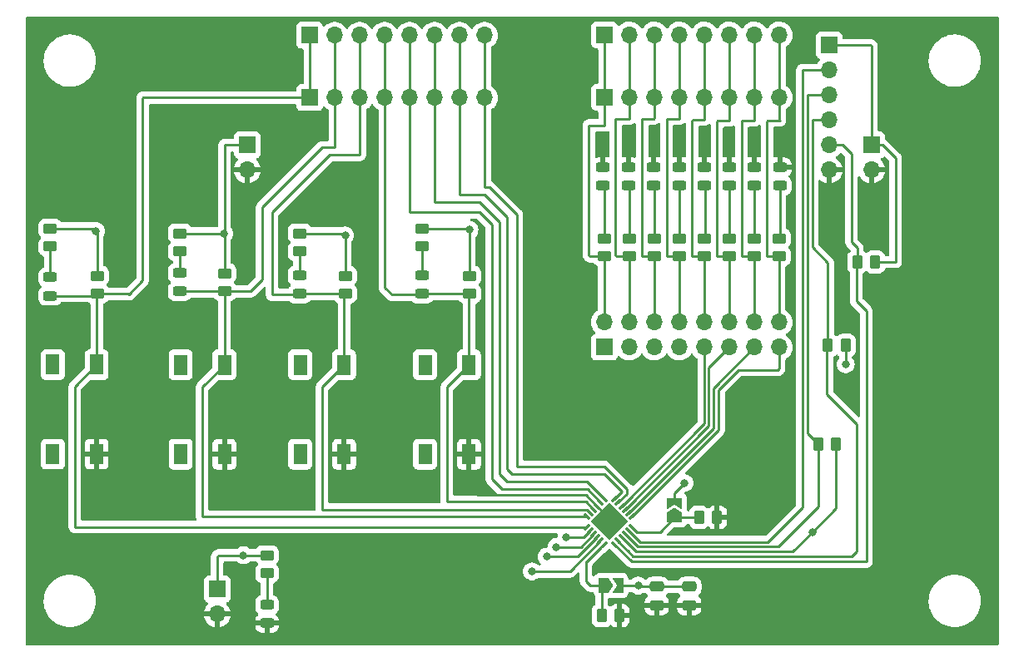
<source format=gbr>
%TF.GenerationSoftware,KiCad,Pcbnew,(6.0.2)*%
%TF.CreationDate,2022-02-21T15:22:36+01:00*%
%TF.ProjectId,220217_GPIOExpanderAW9523,32323032-3137-45f4-9750-494f45787061,v01*%
%TF.SameCoordinates,Original*%
%TF.FileFunction,Copper,L1,Top*%
%TF.FilePolarity,Positive*%
%FSLAX46Y46*%
G04 Gerber Fmt 4.6, Leading zero omitted, Abs format (unit mm)*
G04 Created by KiCad (PCBNEW (6.0.2)) date 2022-02-21 15:22:36*
%MOMM*%
%LPD*%
G01*
G04 APERTURE LIST*
G04 Aperture macros list*
%AMRoundRect*
0 Rectangle with rounded corners*
0 $1 Rounding radius*
0 $2 $3 $4 $5 $6 $7 $8 $9 X,Y pos of 4 corners*
0 Add a 4 corners polygon primitive as box body*
4,1,4,$2,$3,$4,$5,$6,$7,$8,$9,$2,$3,0*
0 Add four circle primitives for the rounded corners*
1,1,$1+$1,$2,$3*
1,1,$1+$1,$4,$5*
1,1,$1+$1,$6,$7*
1,1,$1+$1,$8,$9*
0 Add four rect primitives between the rounded corners*
20,1,$1+$1,$2,$3,$4,$5,0*
20,1,$1+$1,$4,$5,$6,$7,0*
20,1,$1+$1,$6,$7,$8,$9,0*
20,1,$1+$1,$8,$9,$2,$3,0*%
%AMRotRect*
0 Rectangle, with rotation*
0 The origin of the aperture is its center*
0 $1 length*
0 $2 width*
0 $3 Rotation angle, in degrees counterclockwise*
0 Add horizontal line*
21,1,$1,$2,0,0,$3*%
%AMFreePoly0*
4,1,6,1.000000,0.000000,0.500000,-0.750000,-0.500000,-0.750000,-0.500000,0.750000,0.500000,0.750000,1.000000,0.000000,1.000000,0.000000,$1*%
%AMFreePoly1*
4,1,6,0.500000,-0.750000,-0.650000,-0.750000,-0.150000,0.000000,-0.650000,0.750000,0.500000,0.750000,0.500000,-0.750000,0.500000,-0.750000,$1*%
G04 Aperture macros list end*
%TA.AperFunction,ComponentPad*%
%ADD10R,1.700000X1.700000*%
%TD*%
%TA.AperFunction,ComponentPad*%
%ADD11O,1.700000X1.700000*%
%TD*%
%TA.AperFunction,SMDPad,CuDef*%
%ADD12R,1.400000X2.100000*%
%TD*%
%TA.AperFunction,SMDPad,CuDef*%
%ADD13RoundRect,0.250000X0.450000X-0.262500X0.450000X0.262500X-0.450000X0.262500X-0.450000X-0.262500X0*%
%TD*%
%TA.AperFunction,SMDPad,CuDef*%
%ADD14RoundRect,0.243750X0.456250X-0.243750X0.456250X0.243750X-0.456250X0.243750X-0.456250X-0.243750X0*%
%TD*%
%TA.AperFunction,SMDPad,CuDef*%
%ADD15RoundRect,0.250000X-0.450000X0.262500X-0.450000X-0.262500X0.450000X-0.262500X0.450000X0.262500X0*%
%TD*%
%TA.AperFunction,SMDPad,CuDef*%
%ADD16RoundRect,0.250000X0.262500X0.450000X-0.262500X0.450000X-0.262500X-0.450000X0.262500X-0.450000X0*%
%TD*%
%TA.AperFunction,SMDPad,CuDef*%
%ADD17RoundRect,0.243750X-0.456250X0.243750X-0.456250X-0.243750X0.456250X-0.243750X0.456250X0.243750X0*%
%TD*%
%TA.AperFunction,SMDPad,CuDef*%
%ADD18RoundRect,0.250000X-0.475000X0.250000X-0.475000X-0.250000X0.475000X-0.250000X0.475000X0.250000X0*%
%TD*%
%TA.AperFunction,SMDPad,CuDef*%
%ADD19RoundRect,0.250000X-0.262500X-0.450000X0.262500X-0.450000X0.262500X0.450000X-0.262500X0.450000X0*%
%TD*%
%TA.AperFunction,SMDPad,CuDef*%
%ADD20FreePoly0,0.000000*%
%TD*%
%TA.AperFunction,SMDPad,CuDef*%
%ADD21FreePoly1,0.000000*%
%TD*%
%TA.AperFunction,SMDPad,CuDef*%
%ADD22FreePoly0,90.000000*%
%TD*%
%TA.AperFunction,SMDPad,CuDef*%
%ADD23FreePoly1,90.000000*%
%TD*%
%TA.AperFunction,SMDPad,CuDef*%
%ADD24RotRect,0.300000X0.800000X315.000000*%
%TD*%
%TA.AperFunction,SMDPad,CuDef*%
%ADD25RotRect,0.300000X0.800000X225.000000*%
%TD*%
%TA.AperFunction,SMDPad,CuDef*%
%ADD26RotRect,2.750000X2.750000X225.000000*%
%TD*%
%TA.AperFunction,ViaPad*%
%ADD27C,0.800000*%
%TD*%
%TA.AperFunction,Conductor*%
%ADD28C,0.250000*%
%TD*%
G04 APERTURE END LIST*
D10*
%TO.P,J3,1,Pin_1*%
%TO.N,P0_7*%
X135505000Y-68770000D03*
D11*
%TO.P,J3,2,Pin_2*%
%TO.N,P0_6*%
X138045000Y-68770000D03*
%TO.P,J3,3,Pin_3*%
%TO.N,P0_5*%
X140585000Y-68770000D03*
%TO.P,J3,4,Pin_4*%
%TO.N,P0_4*%
X143125000Y-68770000D03*
%TO.P,J3,5,Pin_5*%
%TO.N,P0_3*%
X145665000Y-68770000D03*
%TO.P,J3,6,Pin_6*%
%TO.N,P0_2*%
X148205000Y-68770000D03*
%TO.P,J3,7,Pin_7*%
%TO.N,P0_1*%
X150745000Y-68770000D03*
%TO.P,J3,8,Pin_8*%
%TO.N,P0_0*%
X153285000Y-68770000D03*
%TD*%
D12*
%TO.P,SW4,1,1*%
%TO.N,GND*%
X151690000Y-105070000D03*
%TO.P,SW4,2,2*%
%TO.N,P0_4*%
X151690000Y-95970000D03*
%TO.P,SW4,3*%
%TO.N,N/C*%
X147230000Y-105070000D03*
%TO.P,SW4,4*%
X147230000Y-95970000D03*
%TD*%
D13*
%TO.P,R17,1*%
%TO.N,Net-(J7-Pad6)*%
X170542000Y-84922500D03*
%TO.P,R17,2*%
%TO.N,Net-(D8-Pad2)*%
X170542000Y-83097500D03*
%TD*%
D14*
%TO.P,D3,1,K*%
%TO.N,P0_6*%
X122282000Y-88503500D03*
%TO.P,D3,2,A*%
%TO.N,Net-(D3-Pad2)*%
X122282000Y-86628500D03*
%TD*%
D15*
%TO.P,R14,1*%
%TO.N,VCC*%
X146920000Y-82087500D03*
%TO.P,R14,2*%
%TO.N,Net-(D5-Pad2)*%
X146920000Y-83912500D03*
%TD*%
D12*
%TO.P,SW1,1,1*%
%TO.N,GND*%
X113830000Y-105050000D03*
%TO.P,SW1,2,2*%
%TO.N,P0_7*%
X113830000Y-95950000D03*
%TO.P,SW1,3*%
%TO.N,N/C*%
X109370000Y-105050000D03*
%TO.P,SW1,4*%
X109370000Y-95950000D03*
%TD*%
%TO.P,SW3,1,1*%
%TO.N,GND*%
X138990000Y-105070000D03*
%TO.P,SW3,2,2*%
%TO.N,P0_5*%
X138990000Y-95970000D03*
%TO.P,SW3,3*%
%TO.N,N/C*%
X134530000Y-105070000D03*
%TO.P,SW3,4*%
X134530000Y-95970000D03*
%TD*%
D16*
%TO.P,R6,1*%
%TO.N,VCC*%
X190012500Y-94000000D03*
%TO.P,R6,2*%
%TO.N,SDA*%
X188187500Y-94000000D03*
%TD*%
D17*
%TO.P,D7,1,K*%
%TO.N,GND*%
X167900000Y-75862500D03*
%TO.P,D7,2,A*%
%TO.N,Net-(D7-Pad2)*%
X167900000Y-77737500D03*
%TD*%
D15*
%TO.P,R5,1*%
%TO.N,VCC*%
X122282000Y-82589500D03*
%TO.P,R5,2*%
%TO.N,Net-(D3-Pad2)*%
X122282000Y-84414500D03*
%TD*%
D13*
%TO.P,R22,1*%
%TO.N,Net-(J7-Pad16)*%
X183242000Y-84922500D03*
%TO.P,R22,2*%
%TO.N,Net-(D13-Pad2)*%
X183242000Y-83097500D03*
%TD*%
D15*
%TO.P,R13,1*%
%TO.N,VCC*%
X151746000Y-86907500D03*
%TO.P,R13,2*%
%TO.N,P0_4*%
X151746000Y-88732500D03*
%TD*%
D10*
%TO.P,J9,1,Pin_1*%
%TO.N,Net-(J7-Pad2)*%
X165477000Y-68745000D03*
D11*
%TO.P,J9,2,Pin_2*%
%TO.N,Net-(J7-Pad4)*%
X168017000Y-68745000D03*
%TO.P,J9,3,Pin_3*%
%TO.N,Net-(J7-Pad6)*%
X170557000Y-68745000D03*
%TO.P,J9,4,Pin_4*%
%TO.N,Net-(J7-Pad8)*%
X173097000Y-68745000D03*
%TO.P,J9,5,Pin_5*%
%TO.N,Net-(J7-Pad10)*%
X175637000Y-68745000D03*
%TO.P,J9,6,Pin_6*%
%TO.N,Net-(J7-Pad12)*%
X178177000Y-68745000D03*
%TO.P,J9,7,Pin_7*%
%TO.N,Net-(J7-Pad14)*%
X180717000Y-68745000D03*
%TO.P,J9,8,Pin_8*%
%TO.N,Net-(J7-Pad16)*%
X183257000Y-68745000D03*
%TD*%
D17*
%TO.P,D11,1,K*%
%TO.N,GND*%
X178200000Y-75862500D03*
%TO.P,D11,2,A*%
%TO.N,Net-(D11-Pad2)*%
X178200000Y-77737500D03*
%TD*%
D18*
%TO.P,C1,1*%
%TO.N,VCC*%
X170798000Y-118550000D03*
%TO.P,C1,2*%
%TO.N,GND*%
X170798000Y-120450000D03*
%TD*%
D17*
%TO.P,D12,1,K*%
%TO.N,GND*%
X180700000Y-75862500D03*
%TO.P,D12,2,A*%
%TO.N,Net-(D12-Pad2)*%
X180700000Y-77737500D03*
%TD*%
D16*
%TO.P,R7,1*%
%TO.N,VCC*%
X193012500Y-85500000D03*
%TO.P,R7,2*%
%TO.N,SCL*%
X191187500Y-85500000D03*
%TD*%
D14*
%TO.P,D2,1,K*%
%TO.N,P0_7*%
X109100000Y-88937500D03*
%TO.P,D2,2,A*%
%TO.N,Net-(D2-Pad2)*%
X109100000Y-87062500D03*
%TD*%
D19*
%TO.P,R10,1*%
%TO.N,Addr1*%
X175100000Y-111500000D03*
%TO.P,R10,2*%
%TO.N,GND*%
X176925000Y-111500000D03*
%TD*%
D10*
%TO.P,J2,1,Pin_1*%
%TO.N,VCC*%
X129140000Y-73591000D03*
D11*
%TO.P,J2,2,Pin_2*%
%TO.N,GND*%
X129140000Y-76131000D03*
%TD*%
D10*
%TO.P,J4,1,Pin_1*%
%TO.N,P0_7*%
X135490000Y-62420000D03*
D11*
%TO.P,J4,2,Pin_2*%
%TO.N,P0_6*%
X138030000Y-62420000D03*
%TO.P,J4,3,Pin_3*%
%TO.N,P0_5*%
X140570000Y-62420000D03*
%TO.P,J4,4,Pin_4*%
%TO.N,P0_4*%
X143110000Y-62420000D03*
%TO.P,J4,5,Pin_5*%
%TO.N,P0_3*%
X145650000Y-62420000D03*
%TO.P,J4,6,Pin_6*%
%TO.N,P0_2*%
X148190000Y-62420000D03*
%TO.P,J4,7,Pin_7*%
%TO.N,P0_1*%
X150730000Y-62420000D03*
%TO.P,J4,8,Pin_8*%
%TO.N,P0_0*%
X153270000Y-62420000D03*
%TD*%
D10*
%TO.P,J1,1,Pin_1*%
%TO.N,VCC*%
X192640000Y-73591000D03*
D11*
%TO.P,J1,2,Pin_2*%
%TO.N,GND*%
X192640000Y-76131000D03*
%TD*%
D14*
%TO.P,D5,1,K*%
%TO.N,P0_4*%
X146920000Y-88757500D03*
%TO.P,D5,2,A*%
%TO.N,Net-(D5-Pad2)*%
X146920000Y-86882500D03*
%TD*%
D17*
%TO.P,D8,1,K*%
%TO.N,GND*%
X170500000Y-75862500D03*
%TO.P,D8,2,A*%
%TO.N,Net-(D8-Pad2)*%
X170500000Y-77737500D03*
%TD*%
D14*
%TO.P,D4,1,K*%
%TO.N,P0_5*%
X134474000Y-88757500D03*
%TO.P,D4,2,A*%
%TO.N,Net-(D4-Pad2)*%
X134474000Y-86882500D03*
%TD*%
D10*
%TO.P,J6,1,Pin_1*%
%TO.N,VCC*%
X126092000Y-118808000D03*
D11*
%TO.P,J6,2,Pin_2*%
%TO.N,GND*%
X126092000Y-121348000D03*
%TD*%
D20*
%TO.P,JP2,1,A*%
%TO.N,Addr0*%
X165420000Y-118444000D03*
D21*
%TO.P,JP2,2,B*%
%TO.N,VCC*%
X166870000Y-118444000D03*
%TD*%
D12*
%TO.P,SW2,1,1*%
%TO.N,GND*%
X126830000Y-105070000D03*
%TO.P,SW2,2,2*%
%TO.N,P0_6*%
X126830000Y-95970000D03*
%TO.P,SW2,3*%
%TO.N,N/C*%
X122370000Y-105070000D03*
%TO.P,SW2,4*%
X122370000Y-95970000D03*
%TD*%
D15*
%TO.P,R9,1*%
%TO.N,VCC*%
X134474000Y-82589500D03*
%TO.P,R9,2*%
%TO.N,Net-(D4-Pad2)*%
X134474000Y-84414500D03*
%TD*%
D14*
%TO.P,D1,1,K*%
%TO.N,GND*%
X131172000Y-122285500D03*
%TO.P,D1,2,A*%
%TO.N,Net-(D1-Pad2)*%
X131172000Y-120410500D03*
%TD*%
D13*
%TO.P,R21,1*%
%TO.N,Net-(J7-Pad14)*%
X180702000Y-84922500D03*
%TO.P,R21,2*%
%TO.N,Net-(D12-Pad2)*%
X180702000Y-83097500D03*
%TD*%
%TO.P,R18,1*%
%TO.N,Net-(J7-Pad8)*%
X173082000Y-84922500D03*
%TO.P,R18,2*%
%TO.N,Net-(D9-Pad2)*%
X173082000Y-83097500D03*
%TD*%
D10*
%TO.P,J8,1,Pin_1*%
%TO.N,Net-(J7-Pad2)*%
X165477000Y-62395000D03*
D11*
%TO.P,J8,2,Pin_2*%
%TO.N,Net-(J7-Pad4)*%
X168017000Y-62395000D03*
%TO.P,J8,3,Pin_3*%
%TO.N,Net-(J7-Pad6)*%
X170557000Y-62395000D03*
%TO.P,J8,4,Pin_4*%
%TO.N,Net-(J7-Pad8)*%
X173097000Y-62395000D03*
%TO.P,J8,5,Pin_5*%
%TO.N,Net-(J7-Pad10)*%
X175637000Y-62395000D03*
%TO.P,J8,6,Pin_6*%
%TO.N,Net-(J7-Pad12)*%
X178177000Y-62395000D03*
%TO.P,J8,7,Pin_7*%
%TO.N,Net-(J7-Pad14)*%
X180717000Y-62395000D03*
%TO.P,J8,8,Pin_8*%
%TO.N,Net-(J7-Pad16)*%
X183257000Y-62395000D03*
%TD*%
D13*
%TO.P,R20,1*%
%TO.N,Net-(J7-Pad12)*%
X178162000Y-84922500D03*
%TO.P,R20,2*%
%TO.N,Net-(D11-Pad2)*%
X178162000Y-83097500D03*
%TD*%
D10*
%TO.P,J5,1,Pin_1*%
%TO.N,VCC*%
X188322000Y-63436000D03*
D11*
%TO.P,J5,2,Pin_2*%
%TO.N,RST*%
X188322000Y-65976000D03*
%TO.P,J5,3,Pin_3*%
%TO.N,INT*%
X188322000Y-68516000D03*
%TO.P,J5,4,Pin_4*%
%TO.N,SDA*%
X188322000Y-71056000D03*
%TO.P,J5,5,Pin_5*%
%TO.N,SCL*%
X188322000Y-73596000D03*
%TO.P,J5,6,Pin_6*%
%TO.N,GND*%
X188322000Y-76136000D03*
%TD*%
D22*
%TO.P,JP1,1,A*%
%TO.N,Addr1*%
X172600000Y-111500000D03*
D23*
%TO.P,JP1,2,B*%
%TO.N,VCC*%
X172600000Y-110050000D03*
%TD*%
D15*
%TO.P,R8,1*%
%TO.N,VCC*%
X139100000Y-86907500D03*
%TO.P,R8,2*%
%TO.N,P0_5*%
X139100000Y-88732500D03*
%TD*%
%TO.P,R2,1*%
%TO.N,VCC*%
X113900000Y-86907500D03*
%TO.P,R2,2*%
%TO.N,P0_7*%
X113900000Y-88732500D03*
%TD*%
D16*
%TO.P,R12,1*%
%TO.N,VCC*%
X189012500Y-104000000D03*
%TO.P,R12,2*%
%TO.N,INT*%
X187187500Y-104000000D03*
%TD*%
D10*
%TO.P,J7,1,Pin_1*%
%TO.N,P1_7*%
X165462000Y-94170000D03*
D11*
%TO.P,J7,2,Pin_2*%
%TO.N,Net-(J7-Pad2)*%
X165462000Y-91630000D03*
%TO.P,J7,3,Pin_3*%
%TO.N,P1_6*%
X168002000Y-94170000D03*
%TO.P,J7,4,Pin_4*%
%TO.N,Net-(J7-Pad4)*%
X168002000Y-91630000D03*
%TO.P,J7,5,Pin_5*%
%TO.N,P1_5*%
X170542000Y-94170000D03*
%TO.P,J7,6,Pin_6*%
%TO.N,Net-(J7-Pad6)*%
X170542000Y-91630000D03*
%TO.P,J7,7,Pin_7*%
%TO.N,P1_4*%
X173082000Y-94170000D03*
%TO.P,J7,8,Pin_8*%
%TO.N,Net-(J7-Pad8)*%
X173082000Y-91630000D03*
%TO.P,J7,9,Pin_9*%
%TO.N,P1_3*%
X175622000Y-94170000D03*
%TO.P,J7,10,Pin_10*%
%TO.N,Net-(J7-Pad10)*%
X175622000Y-91630000D03*
%TO.P,J7,11,Pin_11*%
%TO.N,P1_2*%
X178162000Y-94170000D03*
%TO.P,J7,12,Pin_12*%
%TO.N,Net-(J7-Pad12)*%
X178162000Y-91630000D03*
%TO.P,J7,13,Pin_13*%
%TO.N,P1_1*%
X180702000Y-94170000D03*
%TO.P,J7,14,Pin_14*%
%TO.N,Net-(J7-Pad14)*%
X180702000Y-91630000D03*
%TO.P,J7,15,Pin_15*%
%TO.N,P1_0*%
X183242000Y-94170000D03*
%TO.P,J7,16,Pin_16*%
%TO.N,Net-(J7-Pad16)*%
X183242000Y-91630000D03*
%TD*%
D15*
%TO.P,R1,1*%
%TO.N,VCC*%
X131172000Y-115355500D03*
%TO.P,R1,2*%
%TO.N,Net-(D1-Pad2)*%
X131172000Y-117180500D03*
%TD*%
D18*
%TO.P,C2,1*%
%TO.N,VCC*%
X174100000Y-118550000D03*
%TO.P,C2,2*%
%TO.N,GND*%
X174100000Y-120450000D03*
%TD*%
D13*
%TO.P,R16,1*%
%TO.N,Net-(J7-Pad4)*%
X168002000Y-84922500D03*
%TO.P,R16,2*%
%TO.N,Net-(D7-Pad2)*%
X168002000Y-83097500D03*
%TD*%
D17*
%TO.P,D10,1,K*%
%TO.N,GND*%
X175600000Y-75862500D03*
%TO.P,D10,2,A*%
%TO.N,Net-(D10-Pad2)*%
X175600000Y-77737500D03*
%TD*%
D19*
%TO.P,R11,1*%
%TO.N,Addr0*%
X165187500Y-121500000D03*
%TO.P,R11,2*%
%TO.N,GND*%
X167012500Y-121500000D03*
%TD*%
D13*
%TO.P,R19,1*%
%TO.N,Net-(J7-Pad10)*%
X175622000Y-84922500D03*
%TO.P,R19,2*%
%TO.N,Net-(D10-Pad2)*%
X175622000Y-83097500D03*
%TD*%
D17*
%TO.P,D13,1,K*%
%TO.N,GND*%
X183300000Y-75862500D03*
%TO.P,D13,2,A*%
%TO.N,Net-(D13-Pad2)*%
X183300000Y-77737500D03*
%TD*%
D13*
%TO.P,R15,1*%
%TO.N,Net-(J7-Pad2)*%
X165462000Y-84922500D03*
%TO.P,R15,2*%
%TO.N,Net-(D6-Pad2)*%
X165462000Y-83097500D03*
%TD*%
D17*
%TO.P,D6,1,K*%
%TO.N,GND*%
X165300000Y-75862500D03*
%TO.P,D6,2,A*%
%TO.N,Net-(D6-Pad2)*%
X165300000Y-77737500D03*
%TD*%
D15*
%TO.P,R3,1*%
%TO.N,VCC*%
X109100000Y-82087500D03*
%TO.P,R3,2*%
%TO.N,Net-(D2-Pad2)*%
X109100000Y-83912500D03*
%TD*%
%TO.P,R4,1*%
%TO.N,VCC*%
X126854000Y-86653500D03*
%TO.P,R4,2*%
%TO.N,P0_6*%
X126854000Y-88478500D03*
%TD*%
D24*
%TO.P,IC1,1,P1_0*%
%TO.N,P1_0*%
X168268097Y-111419670D03*
%TO.P,IC1,2,P1_1*%
%TO.N,P1_1*%
X167914544Y-111066117D03*
%TO.P,IC1,3,P1_2*%
%TO.N,P1_2*%
X167560990Y-110712563D03*
%TO.P,IC1,4,P1_3*%
%TO.N,P1_3*%
X167207437Y-110359010D03*
%TO.P,IC1,5,P0_0*%
%TO.N,P0_0*%
X166853883Y-110005456D03*
%TO.P,IC1,6,P0_1*%
%TO.N,P0_1*%
X166500330Y-109651903D03*
D25*
%TO.P,IC1,7,P0_2*%
%TO.N,P0_2*%
X165439670Y-109651903D03*
%TO.P,IC1,8,P0_3*%
%TO.N,P0_3*%
X165086117Y-110005456D03*
%TO.P,IC1,9,GND_1*%
%TO.N,GND*%
X164732563Y-110359010D03*
%TO.P,IC1,10,P0_4*%
%TO.N,P0_4*%
X164379010Y-110712563D03*
%TO.P,IC1,11,P0_5*%
%TO.N,P0_5*%
X164025456Y-111066117D03*
%TO.P,IC1,12,P0_6*%
%TO.N,P0_6*%
X163671903Y-111419670D03*
D24*
%TO.P,IC1,13,P0_7*%
%TO.N,P0_7*%
X163671903Y-112480330D03*
%TO.P,IC1,14,P1_4*%
%TO.N,P1_4*%
X164025456Y-112833883D03*
%TO.P,IC1,15,P1_5*%
%TO.N,P1_5*%
X164379010Y-113187437D03*
%TO.P,IC1,16,P1_6*%
%TO.N,P1_6*%
X164732563Y-113540990D03*
%TO.P,IC1,17,P1_7*%
%TO.N,P1_7*%
X165086117Y-113894544D03*
%TO.P,IC1,18,AD0*%
%TO.N,Addr0*%
X165439670Y-114248097D03*
D25*
%TO.P,IC1,19,SCL*%
%TO.N,SCL*%
X166500330Y-114248097D03*
%TO.P,IC1,20,SDA*%
%TO.N,SDA*%
X166853883Y-113894544D03*
%TO.P,IC1,21,VCC*%
%TO.N,VCC*%
X167207437Y-113540990D03*
%TO.P,IC1,22,INTN*%
%TO.N,INT*%
X167560990Y-113187437D03*
%TO.P,IC1,23,RSTN*%
%TO.N,RST*%
X167914544Y-112833883D03*
%TO.P,IC1,24,AD1*%
%TO.N,Addr1*%
X168268097Y-112480330D03*
D26*
%TO.P,IC1,25,GND_2*%
%TO.N,GND*%
X165970000Y-111950000D03*
%TD*%
D17*
%TO.P,D9,1,K*%
%TO.N,GND*%
X173100000Y-75862500D03*
%TO.P,D9,2,A*%
%TO.N,Net-(D9-Pad2)*%
X173100000Y-77737500D03*
%TD*%
D27*
%TO.N,VCC*%
X151746000Y-82232000D03*
X168902000Y-118444000D03*
X128744500Y-115355500D03*
X190012500Y-95912500D03*
X126800000Y-82600000D03*
X139100000Y-82794000D03*
X186600000Y-113000000D03*
X173600000Y-108000000D03*
X113773000Y-82359000D03*
%TO.N,GND*%
X180700000Y-74000000D03*
X178200000Y-74000000D03*
X143500000Y-114600000D03*
X170600000Y-74000000D03*
X197700000Y-78200000D03*
X165400000Y-74000000D03*
X167900000Y-74000000D03*
X152500000Y-108400000D03*
X119200000Y-108500000D03*
X119200000Y-114500000D03*
X175700000Y-74000000D03*
X135100000Y-114600000D03*
X152500000Y-114600000D03*
X183300000Y-74000000D03*
X173100000Y-74000000D03*
X135100000Y-108400000D03*
X162293695Y-73996408D03*
X143500000Y-108200000D03*
%TO.N,P1_4*%
X161600000Y-113500000D03*
%TO.N,P1_5*%
X160600000Y-114500000D03*
%TO.N,P1_6*%
X159600000Y-115500000D03*
%TO.N,P1_7*%
X158100000Y-117000000D03*
%TD*%
D28*
%TO.N,VCC*%
X126859000Y-73591000D02*
X129140000Y-73591000D01*
X113900000Y-82486000D02*
X113900000Y-86907500D01*
X128744500Y-115355500D02*
X131172000Y-115355500D01*
X192640000Y-63540000D02*
X192640000Y-73591000D01*
X139100000Y-82794000D02*
X139100000Y-86907500D01*
X168666447Y-115000000D02*
X184600000Y-115000000D01*
X109100000Y-82087500D02*
X113501500Y-82087500D01*
X190012500Y-94000000D02*
X190012500Y-95912500D01*
X146920000Y-82087500D02*
X151601500Y-82087500D01*
X172600000Y-110050000D02*
X172600000Y-109000000D01*
X189012500Y-110587500D02*
X189012500Y-105712500D01*
X126859000Y-82541000D02*
X126800000Y-82600000D01*
X188322000Y-63436000D02*
X192536000Y-63436000D01*
X169008000Y-118550000D02*
X168902000Y-118444000D01*
X168902000Y-118444000D02*
X167378000Y-118444000D01*
X151601500Y-82087500D02*
X151746000Y-82232000D01*
X172600000Y-109000000D02*
X173600000Y-108000000D01*
X170798000Y-118550000D02*
X174100000Y-118550000D01*
X138895500Y-82589500D02*
X139100000Y-82794000D01*
X170798000Y-118550000D02*
X169008000Y-118550000D01*
X126092000Y-118808000D02*
X126092000Y-115508000D01*
X189012500Y-104000000D02*
X189012500Y-105712500D01*
X126244500Y-115355500D02*
X128744500Y-115355500D01*
X126800000Y-82600000D02*
X126854000Y-82654000D01*
X193740000Y-73591000D02*
X195100000Y-74951000D01*
X113773000Y-82359000D02*
X113900000Y-82486000D01*
X134474000Y-82589500D02*
X138895500Y-82589500D01*
X126854000Y-82654000D02*
X126854000Y-86653500D01*
X113501500Y-82087500D02*
X113773000Y-82359000D01*
X184600000Y-115000000D02*
X186600000Y-113000000D01*
X126859000Y-73591000D02*
X126859000Y-82541000D01*
X192640000Y-73591000D02*
X193740000Y-73591000D01*
X195100000Y-85500000D02*
X193012500Y-85500000D01*
X186600000Y-113000000D02*
X189012500Y-110587500D01*
X151746000Y-82232000D02*
X151746000Y-86907500D01*
X195100000Y-74951000D02*
X195100000Y-85500000D01*
X192536000Y-63436000D02*
X192640000Y-63540000D01*
X167207437Y-113540990D02*
X168666447Y-115000000D01*
X126092000Y-115508000D02*
X126244500Y-115355500D01*
X126789500Y-82589500D02*
X126800000Y-82600000D01*
X122282000Y-82589500D02*
X126789500Y-82589500D01*
%TO.N,GND*%
X152500000Y-109200000D02*
X152500000Y-108400000D01*
X170500000Y-74100000D02*
X170600000Y-74000000D01*
X165300000Y-75862500D02*
X165300000Y-74100000D01*
X164732563Y-110359010D02*
X165970000Y-111596447D01*
X175600000Y-75862500D02*
X175600000Y-74100000D01*
X163573553Y-109200000D02*
X152500000Y-109200000D01*
X165970000Y-111596447D02*
X165970000Y-111950000D01*
X175600000Y-74100000D02*
X175700000Y-74000000D01*
X178200000Y-75862500D02*
X178200000Y-74000000D01*
X163573553Y-109200000D02*
X164732563Y-110359010D01*
X165300000Y-74100000D02*
X165400000Y-74000000D01*
X180700000Y-75862500D02*
X180700000Y-74000000D01*
X183300000Y-75862500D02*
X183300000Y-74000000D01*
X167900000Y-75862500D02*
X167900000Y-74000000D01*
X173100000Y-75862500D02*
X173100000Y-74000000D01*
X170500000Y-75862500D02*
X170500000Y-74100000D01*
%TO.N,Net-(D1-Pad2)*%
X131172000Y-120410500D02*
X131172000Y-117180500D01*
%TO.N,Net-(D2-Pad2)*%
X109100000Y-87062500D02*
X109100000Y-83912500D01*
%TO.N,P0_0*%
X156572000Y-106362000D02*
X156572000Y-80708000D01*
X166853883Y-110005456D02*
X167748000Y-109111339D01*
X153270000Y-77914000D02*
X153285000Y-77899000D01*
X153285000Y-62435000D02*
X153270000Y-62420000D01*
X167748000Y-108648000D02*
X165462000Y-106362000D01*
X153285000Y-77899000D02*
X153285000Y-68770000D01*
X165462000Y-106362000D02*
X156572000Y-106362000D01*
X153778000Y-77914000D02*
X153270000Y-77914000D01*
X167748000Y-109111339D02*
X167748000Y-108648000D01*
X156572000Y-80708000D02*
X153778000Y-77914000D01*
X153285000Y-68770000D02*
X153285000Y-62435000D01*
%TO.N,P0_1*%
X165462000Y-107124000D02*
X156064000Y-107124000D01*
X150745000Y-68770000D02*
X150745000Y-62435000D01*
X150730000Y-78676000D02*
X150745000Y-78661000D01*
X150745000Y-62435000D02*
X150730000Y-62420000D01*
X166500330Y-109651903D02*
X166500330Y-109641670D01*
X167240000Y-108902000D02*
X165462000Y-107124000D01*
X166500330Y-109641670D02*
X167240000Y-108902000D01*
X153270000Y-78676000D02*
X150730000Y-78676000D01*
X155556000Y-80962000D02*
X153270000Y-78676000D01*
X150745000Y-78661000D02*
X150745000Y-68770000D01*
X155556000Y-106616000D02*
X155556000Y-80962000D01*
X156064000Y-107124000D02*
X155556000Y-106616000D01*
%TO.N,P0_2*%
X152762000Y-79438000D02*
X148190000Y-79438000D01*
X165439670Y-109651903D02*
X163673767Y-107886000D01*
X148205000Y-79423000D02*
X148205000Y-68770000D01*
X155556000Y-107886000D02*
X154794000Y-107124000D01*
X148190000Y-68755000D02*
X148205000Y-68770000D01*
X154794000Y-81470000D02*
X152762000Y-79438000D01*
X148190000Y-62420000D02*
X148190000Y-68755000D01*
X154794000Y-107124000D02*
X154794000Y-81470000D01*
X148190000Y-79438000D02*
X148205000Y-79423000D01*
X163673767Y-107886000D02*
X155556000Y-107886000D01*
%TO.N,P0_3*%
X163764695Y-108648000D02*
X155048000Y-108648000D01*
X154032000Y-107632000D02*
X154032000Y-81724000D01*
X145665000Y-80439000D02*
X145665000Y-68770000D01*
X145650000Y-80454000D02*
X145665000Y-80439000D01*
X165086117Y-109969422D02*
X163764695Y-108648000D01*
X145665000Y-68770000D02*
X145665000Y-62435000D01*
X145665000Y-62435000D02*
X145650000Y-62420000D01*
X154032000Y-81724000D02*
X152762000Y-80454000D01*
X152762000Y-80454000D02*
X145650000Y-80454000D01*
X155048000Y-108648000D02*
X154032000Y-107632000D01*
%TO.N,P0_4*%
X143125000Y-88089000D02*
X143125000Y-68770000D01*
X146920000Y-88757500D02*
X146841500Y-88836000D01*
X149460000Y-109918000D02*
X149460000Y-98200000D01*
X143125000Y-68770000D02*
X143125000Y-62435000D01*
X163584447Y-109918000D02*
X149460000Y-109918000D01*
X151690000Y-95970000D02*
X151690000Y-88788500D01*
X151721000Y-88757500D02*
X151746000Y-88732500D01*
X164379010Y-110712563D02*
X163584447Y-109918000D01*
X143125000Y-62435000D02*
X143110000Y-62420000D01*
X146920000Y-88757500D02*
X151721000Y-88757500D01*
X143872000Y-88836000D02*
X143125000Y-88089000D01*
X151690000Y-88788500D02*
X151746000Y-88732500D01*
X146841500Y-88836000D02*
X143872000Y-88836000D01*
X149460000Y-98200000D02*
X151690000Y-95970000D01*
%TO.N,P0_5*%
X137522000Y-74612000D02*
X140570000Y-74612000D01*
X138990000Y-88842500D02*
X139100000Y-88732500D01*
X136760000Y-110680000D02*
X136760000Y-98200000D01*
X131680000Y-88836000D02*
X131680000Y-80454000D01*
X134474000Y-88757500D02*
X134395500Y-88836000D01*
X140570000Y-74612000D02*
X140585000Y-74597000D01*
X140585000Y-74597000D02*
X140585000Y-68770000D01*
X134499000Y-88732500D02*
X134474000Y-88757500D01*
X139100000Y-88732500D02*
X134499000Y-88732500D01*
X136760000Y-98200000D02*
X138990000Y-95970000D01*
X134395500Y-88836000D02*
X131680000Y-88836000D01*
X131680000Y-80454000D02*
X137522000Y-74612000D01*
X140585000Y-68770000D02*
X140585000Y-62435000D01*
X164025456Y-111066117D02*
X164025456Y-111030081D01*
X163665581Y-110706242D02*
X136786242Y-110706242D01*
X164025456Y-111066117D02*
X163665581Y-110706242D01*
X138990000Y-95970000D02*
X138990000Y-88842500D01*
X140585000Y-62435000D02*
X140570000Y-62420000D01*
X136786242Y-110706242D02*
X136760000Y-110680000D01*
X164025456Y-111030081D02*
X163701616Y-110706241D01*
%TO.N,P0_6*%
X126854000Y-88478500D02*
X129497500Y-88478500D01*
X126830000Y-95970000D02*
X126830000Y-88502500D01*
X126830000Y-88502500D02*
X126854000Y-88478500D01*
X130664000Y-87312000D02*
X130664000Y-79946000D01*
X138045000Y-73835000D02*
X138045000Y-68770000D01*
X124568000Y-111442000D02*
X124568000Y-98232000D01*
X138030000Y-73850000D02*
X138045000Y-73835000D01*
X130664000Y-79946000D02*
X136760000Y-73850000D01*
X138045000Y-68770000D02*
X138045000Y-62435000D01*
X122282000Y-88503500D02*
X126829000Y-88503500D01*
X129497500Y-88478500D02*
X130664000Y-87312000D01*
X163671903Y-111419670D02*
X124590330Y-111419670D01*
X126829000Y-88503500D02*
X126854000Y-88478500D01*
X124568000Y-98232000D02*
X126830000Y-95970000D01*
X138045000Y-62435000D02*
X138030000Y-62420000D01*
X136760000Y-73850000D02*
X138030000Y-73850000D01*
X124590330Y-111419670D02*
X124568000Y-111442000D01*
%TO.N,P0_7*%
X118500000Y-68800000D02*
X118530000Y-68770000D01*
X109100000Y-88937500D02*
X113695000Y-88937500D01*
X113695000Y-88937500D02*
X113900000Y-88732500D01*
X118500000Y-87400000D02*
X118500000Y-68800000D01*
X163671903Y-112480330D02*
X111636330Y-112480330D01*
X135505000Y-62435000D02*
X135490000Y-62420000D01*
X111614000Y-98166000D02*
X113830000Y-95950000D01*
X113830000Y-95950000D02*
X113830000Y-88802500D01*
X117100000Y-88800000D02*
X118500000Y-87400000D01*
X111636330Y-112480330D02*
X111614000Y-112458000D01*
X117032500Y-88732500D02*
X117100000Y-88800000D01*
X113830000Y-88802500D02*
X113900000Y-88732500D01*
X113590000Y-89042500D02*
X113900000Y-88732500D01*
X118530000Y-68770000D02*
X135505000Y-68770000D01*
X111614000Y-112458000D02*
X111614000Y-98166000D01*
X113900000Y-88732500D02*
X117032500Y-88732500D01*
X135505000Y-68770000D02*
X135505000Y-62435000D01*
%TO.N,Addr0*%
X165187500Y-118676500D02*
X165420000Y-118444000D01*
X165187500Y-121500000D02*
X165187500Y-118676500D01*
X163600000Y-118000000D02*
X163600000Y-116000000D01*
X164044000Y-118444000D02*
X163600000Y-118000000D01*
X163600000Y-116000000D02*
X163651733Y-116000000D01*
X163651733Y-116000000D02*
X165125867Y-114525866D01*
X164044000Y-118444000D02*
X165420000Y-118444000D01*
%TO.N,SCL*%
X191100000Y-89500000D02*
X191100000Y-85587500D01*
X191187500Y-84087500D02*
X191187500Y-85500000D01*
X191100000Y-85587500D02*
X191187500Y-85500000D01*
X188322000Y-73596000D02*
X189696000Y-73596000D01*
X166500330Y-114248097D02*
X168252233Y-116000000D01*
X190600000Y-74500000D02*
X190600000Y-83500000D01*
X192100000Y-116000000D02*
X192100000Y-90500000D01*
X189696000Y-73596000D02*
X190600000Y-74500000D01*
X192100000Y-90500000D02*
X191100000Y-89500000D01*
X168252233Y-116000000D02*
X192100000Y-116000000D01*
X190600000Y-83500000D02*
X191187500Y-84087500D01*
%TO.N,SDA*%
X191100000Y-115000000D02*
X191100000Y-102000000D01*
X186600000Y-84000000D02*
X186600000Y-71000000D01*
X166853883Y-113930578D02*
X167923305Y-115000000D01*
X190650480Y-115449520D02*
X191100000Y-115000000D01*
X186600000Y-71000000D02*
X186656000Y-71056000D01*
X186656000Y-71056000D02*
X188322000Y-71056000D01*
X167923305Y-115000000D02*
X168372825Y-115449520D01*
X168372825Y-115449520D02*
X168852645Y-115449520D01*
X188100000Y-94087500D02*
X188187500Y-94000000D01*
X191100000Y-102000000D02*
X188100000Y-99000000D01*
X188187500Y-94000000D02*
X188187500Y-85587500D01*
X166853883Y-113894544D02*
X166853883Y-113930578D01*
X188187500Y-85587500D02*
X186600000Y-84000000D01*
X188100000Y-99000000D02*
X188100000Y-94087500D01*
X168852645Y-115449520D02*
X190650480Y-115449520D01*
%TO.N,Addr1*%
X169100000Y-113000000D02*
X168751733Y-113000000D01*
X172600000Y-111500000D02*
X175100000Y-111500000D01*
X172600000Y-111500000D02*
X171100000Y-113000000D01*
X168751733Y-113000000D02*
X168175866Y-112424133D01*
X171100000Y-113000000D02*
X169100000Y-113000000D01*
%TO.N,Net-(D3-Pad2)*%
X122282000Y-86628500D02*
X122282000Y-84414500D01*
%TO.N,Net-(D4-Pad2)*%
X134474000Y-86882500D02*
X134474000Y-84414500D01*
%TO.N,Net-(D5-Pad2)*%
X146920000Y-86882500D02*
X146920000Y-83912500D01*
%TO.N,Net-(D6-Pad2)*%
X165462000Y-77899500D02*
X165300000Y-77737500D01*
X165462000Y-83097500D02*
X165462000Y-77899500D01*
%TO.N,Net-(D7-Pad2)*%
X168002000Y-77839500D02*
X167900000Y-77737500D01*
X168002000Y-83097500D02*
X168002000Y-77839500D01*
%TO.N,Net-(D8-Pad2)*%
X170542000Y-77779500D02*
X170500000Y-77737500D01*
X170542000Y-83097500D02*
X170542000Y-77779500D01*
%TO.N,Net-(D9-Pad2)*%
X173082000Y-83097500D02*
X173082000Y-77755500D01*
X173082000Y-77755500D02*
X173100000Y-77737500D01*
%TO.N,Net-(D10-Pad2)*%
X175622000Y-83097500D02*
X175700000Y-83019500D01*
X175700000Y-83019500D02*
X175700000Y-77737500D01*
%TO.N,Net-(D11-Pad2)*%
X178162000Y-77875500D02*
X178300000Y-77737500D01*
X178162000Y-83097500D02*
X178162000Y-77875500D01*
%TO.N,Net-(D12-Pad2)*%
X180702000Y-83097500D02*
X180702000Y-77739500D01*
X180702000Y-77739500D02*
X180700000Y-77737500D01*
%TO.N,Net-(D13-Pad2)*%
X183242000Y-83097500D02*
X183300000Y-83039500D01*
X183300000Y-83039500D02*
X183300000Y-77737500D01*
%TO.N,P1_0*%
X177100000Y-98500000D02*
X179100000Y-96500000D01*
X177100000Y-102587767D02*
X177100000Y-98500000D01*
X179100000Y-96500000D02*
X183100000Y-96500000D01*
X183100000Y-96500000D02*
X183242000Y-96358000D01*
X168268097Y-111419670D02*
X177100000Y-102587767D01*
X183242000Y-96358000D02*
X183242000Y-94170000D01*
%TO.N,P1_1*%
X176521040Y-98350960D02*
X180702000Y-94170000D01*
X167914544Y-111066117D02*
X176521040Y-102459621D01*
X176521040Y-102459621D02*
X176521040Y-98350960D01*
%TO.N,P1_2*%
X176071520Y-102202033D02*
X176071520Y-96260480D01*
X176071520Y-96260480D02*
X178162000Y-94170000D01*
X167560990Y-110712563D02*
X176071520Y-102202033D01*
%TO.N,P1_3*%
X167207437Y-110359010D02*
X175622000Y-101944447D01*
X175622000Y-101944447D02*
X175622000Y-94170000D01*
%TO.N,P1_4*%
X163359339Y-113500000D02*
X161600000Y-113500000D01*
X164025456Y-112833883D02*
X163359339Y-113500000D01*
%TO.N,P1_5*%
X164379010Y-113187437D02*
X164379010Y-113220990D01*
X163100000Y-114500000D02*
X160600000Y-114500000D01*
X164379010Y-113220990D02*
X163100000Y-114500000D01*
%TO.N,P1_6*%
X164732563Y-113540990D02*
X162773553Y-115500000D01*
X162773553Y-115500000D02*
X159600000Y-115500000D01*
%TO.N,P1_7*%
X165069739Y-113894544D02*
X161964283Y-117000000D01*
X161964283Y-117000000D02*
X158100000Y-117000000D01*
X165086117Y-113894544D02*
X165069739Y-113894544D01*
%TO.N,INT*%
X187187500Y-110412500D02*
X187187500Y-104000000D01*
X167560990Y-113187437D02*
X168823073Y-114449520D01*
X186100000Y-102912500D02*
X187187500Y-104000000D01*
X168823073Y-114449520D02*
X183150480Y-114449520D01*
X186100000Y-68500000D02*
X186100000Y-102912500D01*
X186116000Y-68516000D02*
X186100000Y-68500000D01*
X183150480Y-114449520D02*
X187187500Y-110412500D01*
X188322000Y-68516000D02*
X186116000Y-68516000D01*
%TO.N,RST*%
X167914544Y-112833883D02*
X167933883Y-112833883D01*
X167933883Y-112833883D02*
X169100000Y-114000000D01*
X185624000Y-65976000D02*
X188322000Y-65976000D01*
X182100000Y-114000000D02*
X185600000Y-110500000D01*
X185600000Y-66000000D02*
X185624000Y-65976000D01*
X169100000Y-114000000D02*
X182100000Y-114000000D01*
X185600000Y-110500000D02*
X185600000Y-66000000D01*
%TO.N,Net-(J7-Pad2)*%
X163900000Y-84800000D02*
X163900000Y-71600000D01*
X164022500Y-84922500D02*
X163900000Y-84800000D01*
X165477000Y-71577000D02*
X165477000Y-68745000D01*
X165462000Y-84922500D02*
X164022500Y-84922500D01*
X165477000Y-68745000D02*
X165477000Y-62395000D01*
X165500000Y-71600000D02*
X165477000Y-71577000D01*
X165462000Y-91630000D02*
X165462000Y-84922500D01*
X163900000Y-71600000D02*
X165500000Y-71600000D01*
%TO.N,Net-(J7-Pad4)*%
X168002000Y-84922500D02*
X166722500Y-84922500D01*
X168017000Y-68745000D02*
X168017000Y-62395000D01*
X168002000Y-91630000D02*
X168002000Y-84922500D01*
X166722500Y-84922500D02*
X166600000Y-84800000D01*
X168017000Y-70883000D02*
X168017000Y-68745000D01*
X166600000Y-70900000D02*
X168000000Y-70900000D01*
X168000000Y-70900000D02*
X168017000Y-70883000D01*
X166600000Y-84800000D02*
X166600000Y-70900000D01*
%TO.N,Net-(J7-Pad6)*%
X170500000Y-70900000D02*
X170557000Y-70843000D01*
X169300000Y-70900000D02*
X170500000Y-70900000D01*
X170557000Y-70843000D02*
X170557000Y-68745000D01*
X170542000Y-91630000D02*
X170542000Y-84922500D01*
X169322500Y-84922500D02*
X169300000Y-84900000D01*
X170542000Y-84922500D02*
X169322500Y-84922500D01*
X169300000Y-84900000D02*
X169300000Y-70900000D01*
X170557000Y-68745000D02*
X170557000Y-62395000D01*
%TO.N,Net-(J7-Pad8)*%
X171800000Y-70900000D02*
X173100000Y-70900000D01*
X173082000Y-84922500D02*
X171822500Y-84922500D01*
X173097000Y-70897000D02*
X173097000Y-68745000D01*
X173082000Y-91630000D02*
X173082000Y-84922500D01*
X173097000Y-68745000D02*
X173097000Y-62395000D01*
X171822500Y-84922500D02*
X171800000Y-84900000D01*
X171800000Y-84900000D02*
X171800000Y-70900000D01*
X173100000Y-70900000D02*
X173097000Y-70897000D01*
%TO.N,Net-(J7-Pad10)*%
X174500000Y-71000000D02*
X175600000Y-71000000D01*
X175637000Y-70963000D02*
X175637000Y-68745000D01*
X175622000Y-91630000D02*
X175622000Y-84922500D01*
X174400000Y-71100000D02*
X174500000Y-71000000D01*
X174422500Y-84922500D02*
X174400000Y-84900000D01*
X175622000Y-84922500D02*
X174422500Y-84922500D01*
X175600000Y-71000000D02*
X175637000Y-70963000D01*
X175637000Y-68745000D02*
X175637000Y-62395000D01*
X174400000Y-84900000D02*
X174400000Y-71100000D01*
%TO.N,Net-(J7-Pad12)*%
X178162000Y-84922500D02*
X176922500Y-84922500D01*
X176900000Y-84900000D02*
X176900000Y-71200000D01*
X178177000Y-71077000D02*
X178177000Y-68745000D01*
X178200000Y-71100000D02*
X178177000Y-71077000D01*
X178177000Y-68745000D02*
X178177000Y-62395000D01*
X176922500Y-84922500D02*
X176900000Y-84900000D01*
X176900000Y-71200000D02*
X177000000Y-71100000D01*
X177000000Y-71100000D02*
X178200000Y-71100000D01*
X178162000Y-91630000D02*
X178162000Y-84922500D01*
%TO.N,Net-(J7-Pad14)*%
X180702000Y-91630000D02*
X180702000Y-84922500D01*
X179400000Y-84900000D02*
X179400000Y-71100000D01*
X180700000Y-71100000D02*
X180717000Y-71083000D01*
X180717000Y-71083000D02*
X180717000Y-68745000D01*
X179422500Y-84922500D02*
X179400000Y-84900000D01*
X180702000Y-84922500D02*
X179422500Y-84922500D01*
X180717000Y-68745000D02*
X180717000Y-62395000D01*
X179400000Y-71100000D02*
X180700000Y-71100000D01*
%TO.N,Net-(J7-Pad16)*%
X182100000Y-71100000D02*
X183300000Y-71100000D01*
X183257000Y-68745000D02*
X183257000Y-62395000D01*
X182000000Y-71200000D02*
X182100000Y-71100000D01*
X182000000Y-84900000D02*
X182000000Y-71200000D01*
X183242000Y-91630000D02*
X183242000Y-84922500D01*
X183242000Y-84922500D02*
X182022500Y-84922500D01*
X183257000Y-71057000D02*
X183257000Y-68745000D01*
X182022500Y-84922500D02*
X182000000Y-84900000D01*
X183300000Y-71100000D02*
X183257000Y-71057000D01*
%TD*%
%TA.AperFunction,Conductor*%
%TO.N,GND*%
G36*
X205534121Y-60528002D02*
G01*
X205580614Y-60581658D01*
X205592000Y-60634000D01*
X205592000Y-124366000D01*
X205571998Y-124434121D01*
X205518342Y-124480614D01*
X205466000Y-124492000D01*
X106734000Y-124492000D01*
X106665879Y-124471998D01*
X106619386Y-124418342D01*
X106608000Y-124366000D01*
X106608000Y-120046485D01*
X108436854Y-120046485D01*
X108445768Y-120159745D01*
X108461746Y-120362761D01*
X108462370Y-120370695D01*
X108527206Y-120689378D01*
X108630398Y-120997784D01*
X108632052Y-121001253D01*
X108632053Y-121001254D01*
X108638884Y-121015576D01*
X108770405Y-121291316D01*
X108772467Y-121294553D01*
X108772470Y-121294558D01*
X108801485Y-121340102D01*
X108945141Y-121565597D01*
X108947584Y-121568560D01*
X108947585Y-121568562D01*
X109111617Y-121767548D01*
X109152001Y-121816538D01*
X109387902Y-122040399D01*
X109649326Y-122233843D01*
X109790851Y-122313914D01*
X109929019Y-122392086D01*
X109929023Y-122392088D01*
X109932376Y-122393985D01*
X109935937Y-122395460D01*
X109935939Y-122395461D01*
X109990643Y-122418120D01*
X110232832Y-122518438D01*
X110308779Y-122539500D01*
X110542500Y-122604317D01*
X110542508Y-122604319D01*
X110546216Y-122605347D01*
X110867856Y-122653416D01*
X110871154Y-122653560D01*
X110982918Y-122658440D01*
X110982922Y-122658440D01*
X110984294Y-122658500D01*
X111182598Y-122658500D01*
X111424605Y-122643698D01*
X111428388Y-122642997D01*
X111428395Y-122642996D01*
X111628459Y-122605916D01*
X111744372Y-122584433D01*
X111953682Y-122518438D01*
X112050860Y-122487798D01*
X112050863Y-122487797D01*
X112054532Y-122486640D01*
X112058029Y-122485046D01*
X112058035Y-122485044D01*
X112346954Y-122353376D01*
X112346958Y-122353374D01*
X112350462Y-122351777D01*
X112394349Y-122324883D01*
X112624473Y-122183863D01*
X112624476Y-122183861D01*
X112627751Y-122181854D01*
X112630755Y-122179464D01*
X112630760Y-122179461D01*
X112799570Y-122045183D01*
X112882264Y-121979405D01*
X112884958Y-121976664D01*
X112884962Y-121976660D01*
X113107513Y-121750190D01*
X113107517Y-121750185D01*
X113110208Y-121747447D01*
X113211097Y-121615966D01*
X124760257Y-121615966D01*
X124790565Y-121750446D01*
X124793645Y-121760275D01*
X124873770Y-121957603D01*
X124878413Y-121966794D01*
X124989694Y-122148388D01*
X124995777Y-122156699D01*
X125135213Y-122317667D01*
X125142580Y-122324883D01*
X125306434Y-122460916D01*
X125314881Y-122466831D01*
X125498756Y-122574279D01*
X125508042Y-122578729D01*
X125707001Y-122654703D01*
X125716899Y-122657579D01*
X125820250Y-122678606D01*
X125834299Y-122677410D01*
X125838000Y-122667065D01*
X125838000Y-122666517D01*
X126346000Y-122666517D01*
X126350064Y-122680359D01*
X126363478Y-122682393D01*
X126370184Y-122681534D01*
X126380262Y-122679392D01*
X126584255Y-122618191D01*
X126593842Y-122614433D01*
X126672430Y-122575933D01*
X129964001Y-122575933D01*
X129964338Y-122582452D01*
X129974166Y-122677170D01*
X129977058Y-122690564D01*
X130028036Y-122843365D01*
X130034210Y-122856543D01*
X130118744Y-122993149D01*
X130127780Y-123004550D01*
X130241479Y-123118051D01*
X130252890Y-123127063D01*
X130389654Y-123211365D01*
X130402832Y-123217509D01*
X130555740Y-123268227D01*
X130569106Y-123271093D01*
X130662601Y-123280672D01*
X130669016Y-123281000D01*
X130899885Y-123281000D01*
X130915124Y-123276525D01*
X130916329Y-123275135D01*
X130918000Y-123267452D01*
X130918000Y-123262884D01*
X131426000Y-123262884D01*
X131430475Y-123278123D01*
X131431865Y-123279328D01*
X131439548Y-123280999D01*
X131674933Y-123280999D01*
X131681452Y-123280662D01*
X131776170Y-123270834D01*
X131789564Y-123267942D01*
X131942365Y-123216964D01*
X131955543Y-123210790D01*
X132092149Y-123126256D01*
X132103550Y-123117220D01*
X132217051Y-123003521D01*
X132226063Y-122992110D01*
X132310365Y-122855346D01*
X132316509Y-122842168D01*
X132367227Y-122689260D01*
X132370093Y-122675894D01*
X132379672Y-122582399D01*
X132380000Y-122575984D01*
X132380000Y-122557615D01*
X132375525Y-122542376D01*
X132374135Y-122541171D01*
X132366452Y-122539500D01*
X131444115Y-122539500D01*
X131428876Y-122543975D01*
X131427671Y-122545365D01*
X131426000Y-122553048D01*
X131426000Y-123262884D01*
X130918000Y-123262884D01*
X130918000Y-122557615D01*
X130913525Y-122542376D01*
X130912135Y-122541171D01*
X130904452Y-122539500D01*
X129982116Y-122539500D01*
X129966877Y-122543975D01*
X129965672Y-122545365D01*
X129964001Y-122553048D01*
X129964001Y-122575933D01*
X126672430Y-122575933D01*
X126785095Y-122520739D01*
X126793945Y-122515464D01*
X126967328Y-122391792D01*
X126975200Y-122385139D01*
X127126052Y-122234812D01*
X127132730Y-122226965D01*
X127257003Y-122054020D01*
X127262313Y-122045183D01*
X127356670Y-121854267D01*
X127360469Y-121844672D01*
X127422377Y-121640910D01*
X127424555Y-121630837D01*
X127425986Y-121619962D01*
X127423775Y-121605778D01*
X127410617Y-121602000D01*
X126364115Y-121602000D01*
X126348876Y-121606475D01*
X126347671Y-121607865D01*
X126346000Y-121615548D01*
X126346000Y-122666517D01*
X125838000Y-122666517D01*
X125838000Y-121620115D01*
X125833525Y-121604876D01*
X125832135Y-121603671D01*
X125824452Y-121602000D01*
X124775225Y-121602000D01*
X124761694Y-121605973D01*
X124760257Y-121615966D01*
X113211097Y-121615966D01*
X113308185Y-121489439D01*
X113451581Y-121246000D01*
X113471289Y-121212543D01*
X113471291Y-121212540D01*
X113473242Y-121209227D01*
X113602920Y-120910988D01*
X113604954Y-120904124D01*
X113658867Y-120722115D01*
X113695285Y-120599169D01*
X113748961Y-120278417D01*
X113763146Y-119953515D01*
X113745810Y-119733240D01*
X113743677Y-119706134D01*
X124733500Y-119706134D01*
X124740255Y-119768316D01*
X124791385Y-119904705D01*
X124878739Y-120021261D01*
X124995295Y-120108615D01*
X125003704Y-120111767D01*
X125003705Y-120111768D01*
X125112960Y-120152726D01*
X125169725Y-120195367D01*
X125194425Y-120261929D01*
X125179218Y-120331278D01*
X125159825Y-120357759D01*
X125036590Y-120486717D01*
X125030104Y-120494727D01*
X124910098Y-120670649D01*
X124905000Y-120679623D01*
X124815338Y-120872783D01*
X124811775Y-120882470D01*
X124756389Y-121082183D01*
X124757912Y-121090607D01*
X124770292Y-121094000D01*
X127410344Y-121094000D01*
X127423875Y-121090027D01*
X127425180Y-121080947D01*
X127383214Y-120913875D01*
X127379894Y-120904124D01*
X127294972Y-120708814D01*
X127290105Y-120699739D01*
X127174426Y-120520926D01*
X127168136Y-120512757D01*
X127024293Y-120354677D01*
X126993241Y-120290831D01*
X127001635Y-120220333D01*
X127046812Y-120165564D01*
X127073256Y-120151895D01*
X127180297Y-120111767D01*
X127188705Y-120108615D01*
X127305261Y-120021261D01*
X127392615Y-119904705D01*
X127443745Y-119768316D01*
X127450500Y-119706134D01*
X127450500Y-117909866D01*
X127443745Y-117847684D01*
X127392615Y-117711295D01*
X127305261Y-117594739D01*
X127188705Y-117507385D01*
X127052316Y-117456255D01*
X126990134Y-117449500D01*
X126851500Y-117449500D01*
X126783379Y-117429498D01*
X126736886Y-117375842D01*
X126725500Y-117323500D01*
X126725500Y-116115000D01*
X126745502Y-116046879D01*
X126799158Y-116000386D01*
X126851500Y-115989000D01*
X128036300Y-115989000D01*
X128104421Y-116009002D01*
X128123647Y-116025343D01*
X128123920Y-116025040D01*
X128128832Y-116029463D01*
X128133247Y-116034366D01*
X128138586Y-116038245D01*
X128269693Y-116133500D01*
X128287748Y-116146618D01*
X128293776Y-116149302D01*
X128293778Y-116149303D01*
X128444657Y-116216478D01*
X128462212Y-116224294D01*
X128541118Y-116241066D01*
X128642556Y-116262628D01*
X128642561Y-116262628D01*
X128649013Y-116264000D01*
X128839987Y-116264000D01*
X128846439Y-116262628D01*
X128846444Y-116262628D01*
X128947882Y-116241066D01*
X129026788Y-116224294D01*
X129044343Y-116216478D01*
X129195222Y-116149303D01*
X129195224Y-116149302D01*
X129201252Y-116146618D01*
X129219308Y-116133500D01*
X129350414Y-116038245D01*
X129355753Y-116034366D01*
X129360168Y-116029463D01*
X129365080Y-116025040D01*
X129366205Y-116026289D01*
X129419514Y-115993449D01*
X129452700Y-115989000D01*
X129989366Y-115989000D01*
X130057487Y-116009002D01*
X130096509Y-116048696D01*
X130123522Y-116092348D01*
X130187476Y-116156190D01*
X130210109Y-116178784D01*
X130244188Y-116241066D01*
X130239185Y-116311886D01*
X130210264Y-116356975D01*
X130145149Y-116422204D01*
X130122695Y-116444697D01*
X130118855Y-116450927D01*
X130118854Y-116450928D01*
X130043291Y-116573514D01*
X130029885Y-116595262D01*
X129974203Y-116763139D01*
X129973503Y-116769975D01*
X129973502Y-116769978D01*
X129969394Y-116810072D01*
X129963500Y-116867600D01*
X129963500Y-117493400D01*
X129963837Y-117496646D01*
X129963837Y-117496650D01*
X129973110Y-117586018D01*
X129974474Y-117599166D01*
X129976655Y-117605702D01*
X129976655Y-117605704D01*
X130005942Y-117693488D01*
X130030450Y-117766946D01*
X130123522Y-117917348D01*
X130248697Y-118042305D01*
X130254927Y-118046145D01*
X130254928Y-118046146D01*
X130373669Y-118119339D01*
X130399262Y-118135115D01*
X130446943Y-118150930D01*
X130452168Y-118152663D01*
X130510527Y-118193094D01*
X130537764Y-118258658D01*
X130538500Y-118272256D01*
X130538500Y-119342056D01*
X130518498Y-119410177D01*
X130464842Y-119456670D01*
X130452377Y-119461579D01*
X130401427Y-119478578D01*
X130401425Y-119478579D01*
X130394474Y-119480898D01*
X130245311Y-119573203D01*
X130121383Y-119697347D01*
X130117543Y-119703577D01*
X130117542Y-119703578D01*
X130115725Y-119706526D01*
X130029339Y-119846671D01*
X129974115Y-120013165D01*
X129963500Y-120116769D01*
X129963501Y-120704230D01*
X129974384Y-120809129D01*
X129976563Y-120815660D01*
X129976564Y-120815665D01*
X130025990Y-120963811D01*
X130029898Y-120975526D01*
X130122203Y-121124689D01*
X130246347Y-121248617D01*
X130249587Y-121250614D01*
X130289814Y-121307352D01*
X130293047Y-121378275D01*
X130257422Y-121439687D01*
X130248922Y-121447066D01*
X130240448Y-121453782D01*
X130126949Y-121567479D01*
X130117937Y-121578890D01*
X130033635Y-121715654D01*
X130027491Y-121728832D01*
X129976773Y-121881740D01*
X129973907Y-121895106D01*
X129964328Y-121988601D01*
X129964000Y-121995016D01*
X129964000Y-122013385D01*
X129968475Y-122028624D01*
X129969865Y-122029829D01*
X129977548Y-122031500D01*
X132361884Y-122031500D01*
X132377123Y-122027025D01*
X132378328Y-122025635D01*
X132379999Y-122017952D01*
X132379999Y-121995067D01*
X132379662Y-121988548D01*
X132369834Y-121893830D01*
X132366942Y-121880436D01*
X132315964Y-121727635D01*
X132309790Y-121714457D01*
X132225256Y-121577851D01*
X132216220Y-121566450D01*
X132102521Y-121452949D01*
X132095249Y-121447206D01*
X132054186Y-121389289D01*
X132050954Y-121318366D01*
X132086579Y-121256954D01*
X132093254Y-121251160D01*
X132098689Y-121247797D01*
X132222617Y-121123653D01*
X132314661Y-120974329D01*
X132334713Y-120913875D01*
X132367719Y-120814366D01*
X132367719Y-120814364D01*
X132369885Y-120807835D01*
X132380500Y-120704231D01*
X132380499Y-120116770D01*
X132369616Y-120011871D01*
X132367437Y-120005340D01*
X132367436Y-120005335D01*
X132316420Y-119852422D01*
X132314102Y-119845474D01*
X132221797Y-119696311D01*
X132181850Y-119656433D01*
X132124523Y-119599206D01*
X132097653Y-119572383D01*
X132075131Y-119558500D01*
X132032108Y-119531981D01*
X131948329Y-119480339D01*
X131910963Y-119467945D01*
X131891831Y-119461599D01*
X131833472Y-119421167D01*
X131806236Y-119355603D01*
X131805500Y-119342006D01*
X131805500Y-118272197D01*
X131825502Y-118204076D01*
X131879158Y-118157583D01*
X131891623Y-118152674D01*
X131939002Y-118136867D01*
X131939004Y-118136866D01*
X131945946Y-118134550D01*
X131955140Y-118128861D01*
X132090120Y-118045332D01*
X132096348Y-118041478D01*
X132221305Y-117916303D01*
X132233513Y-117896498D01*
X132310275Y-117771968D01*
X132310276Y-117771966D01*
X132314115Y-117765738D01*
X132350260Y-117656763D01*
X132367632Y-117604389D01*
X132367632Y-117604387D01*
X132369797Y-117597861D01*
X132371011Y-117586018D01*
X132375572Y-117541500D01*
X132380500Y-117493400D01*
X132380500Y-116867600D01*
X132369526Y-116761834D01*
X132313550Y-116594054D01*
X132220478Y-116443652D01*
X132133891Y-116357216D01*
X132099812Y-116294934D01*
X132104815Y-116224114D01*
X132133736Y-116179025D01*
X132216134Y-116096483D01*
X132221305Y-116091303D01*
X132248071Y-116047881D01*
X132310275Y-115946968D01*
X132310276Y-115946966D01*
X132314115Y-115940738D01*
X132369797Y-115772861D01*
X132380500Y-115668400D01*
X132380500Y-115042600D01*
X132380163Y-115039350D01*
X132370238Y-114943692D01*
X132370237Y-114943688D01*
X132369526Y-114936834D01*
X132340876Y-114850958D01*
X132315868Y-114776002D01*
X132313550Y-114769054D01*
X132220478Y-114618652D01*
X132095303Y-114493695D01*
X132019550Y-114447000D01*
X131950968Y-114404725D01*
X131950966Y-114404724D01*
X131944738Y-114400885D01*
X131784254Y-114347655D01*
X131783389Y-114347368D01*
X131783387Y-114347368D01*
X131776861Y-114345203D01*
X131770025Y-114344503D01*
X131770022Y-114344502D01*
X131726969Y-114340091D01*
X131672400Y-114334500D01*
X130671600Y-114334500D01*
X130668354Y-114334837D01*
X130668350Y-114334837D01*
X130572692Y-114344762D01*
X130572688Y-114344763D01*
X130565834Y-114345474D01*
X130559298Y-114347655D01*
X130559296Y-114347655D01*
X130427194Y-114391728D01*
X130398054Y-114401450D01*
X130247652Y-114494522D01*
X130122695Y-114619697D01*
X130118853Y-114625929D01*
X130118852Y-114625931D01*
X130096546Y-114662117D01*
X130043774Y-114709610D01*
X129989287Y-114722000D01*
X129452700Y-114722000D01*
X129384579Y-114701998D01*
X129365353Y-114685657D01*
X129365080Y-114685960D01*
X129360168Y-114681537D01*
X129355753Y-114676634D01*
X129201252Y-114564382D01*
X129195224Y-114561698D01*
X129195222Y-114561697D01*
X129032819Y-114489391D01*
X129032818Y-114489391D01*
X129026788Y-114486706D01*
X128933388Y-114466853D01*
X128846444Y-114448372D01*
X128846439Y-114448372D01*
X128839987Y-114447000D01*
X128649013Y-114447000D01*
X128642561Y-114448372D01*
X128642556Y-114448372D01*
X128555612Y-114466853D01*
X128462212Y-114486706D01*
X128456182Y-114489391D01*
X128456181Y-114489391D01*
X128293778Y-114561697D01*
X128293776Y-114561698D01*
X128287748Y-114564382D01*
X128133247Y-114676634D01*
X128128832Y-114681537D01*
X128123920Y-114685960D01*
X128122795Y-114684711D01*
X128069486Y-114717551D01*
X128036300Y-114722000D01*
X126323268Y-114722000D01*
X126312085Y-114721473D01*
X126304592Y-114719798D01*
X126296666Y-114720047D01*
X126296665Y-114720047D01*
X126236502Y-114721938D01*
X126232544Y-114722000D01*
X126204644Y-114722000D01*
X126200654Y-114722504D01*
X126188820Y-114723436D01*
X126144611Y-114724826D01*
X126136995Y-114727039D01*
X126136993Y-114727039D01*
X126125152Y-114730479D01*
X126105793Y-114734488D01*
X126104483Y-114734654D01*
X126085703Y-114737026D01*
X126078337Y-114739942D01*
X126078331Y-114739944D01*
X126044598Y-114753300D01*
X126033368Y-114757145D01*
X125998517Y-114767270D01*
X125990907Y-114769481D01*
X125984084Y-114773516D01*
X125973466Y-114779795D01*
X125955713Y-114788492D01*
X125948068Y-114791519D01*
X125936883Y-114795948D01*
X125930468Y-114800609D01*
X125901112Y-114821937D01*
X125891195Y-114828451D01*
X125853138Y-114850958D01*
X125838814Y-114865282D01*
X125823787Y-114878117D01*
X125807393Y-114890028D01*
X125802340Y-114896136D01*
X125802338Y-114896138D01*
X125779208Y-114924098D01*
X125771218Y-114932878D01*
X125699749Y-115004347D01*
X125691463Y-115011887D01*
X125684982Y-115016000D01*
X125679555Y-115021779D01*
X125679554Y-115021780D01*
X125638356Y-115065652D01*
X125635601Y-115068494D01*
X125615865Y-115088230D01*
X125613385Y-115091427D01*
X125605682Y-115100447D01*
X125575414Y-115132679D01*
X125571595Y-115139625D01*
X125571593Y-115139628D01*
X125565652Y-115150434D01*
X125554801Y-115166953D01*
X125542386Y-115182959D01*
X125539241Y-115190228D01*
X125539238Y-115190232D01*
X125524826Y-115223537D01*
X125519609Y-115234187D01*
X125498305Y-115272940D01*
X125496334Y-115280615D01*
X125496334Y-115280616D01*
X125493267Y-115292562D01*
X125486863Y-115311266D01*
X125478819Y-115329855D01*
X125477580Y-115337678D01*
X125477577Y-115337688D01*
X125471901Y-115373524D01*
X125469495Y-115385144D01*
X125458500Y-115427970D01*
X125458500Y-115448224D01*
X125456949Y-115467934D01*
X125453780Y-115487943D01*
X125454526Y-115495835D01*
X125457941Y-115531961D01*
X125458500Y-115543819D01*
X125458500Y-117323500D01*
X125438498Y-117391621D01*
X125384842Y-117438114D01*
X125332500Y-117449500D01*
X125193866Y-117449500D01*
X125131684Y-117456255D01*
X124995295Y-117507385D01*
X124878739Y-117594739D01*
X124791385Y-117711295D01*
X124740255Y-117847684D01*
X124733500Y-117909866D01*
X124733500Y-119706134D01*
X113743677Y-119706134D01*
X113737932Y-119633140D01*
X113737932Y-119633137D01*
X113737630Y-119629305D01*
X113672794Y-119310622D01*
X113569602Y-119002216D01*
X113559578Y-118981199D01*
X113431249Y-118712152D01*
X113429595Y-118708684D01*
X113254859Y-118434403D01*
X113179831Y-118343387D01*
X113050442Y-118186425D01*
X113050438Y-118186420D01*
X113047999Y-118183462D01*
X112812098Y-117959601D01*
X112550674Y-117766157D01*
X112345781Y-117650234D01*
X112270981Y-117607914D01*
X112270977Y-117607912D01*
X112267624Y-117606015D01*
X112263699Y-117604389D01*
X112029510Y-117507385D01*
X111967168Y-117481562D01*
X111839938Y-117446278D01*
X111657500Y-117395683D01*
X111657492Y-117395681D01*
X111653784Y-117394653D01*
X111332144Y-117346584D01*
X111328846Y-117346440D01*
X111217082Y-117341560D01*
X111217078Y-117341560D01*
X111215706Y-117341500D01*
X111017402Y-117341500D01*
X110775395Y-117356302D01*
X110771612Y-117357003D01*
X110771605Y-117357004D01*
X110615511Y-117385935D01*
X110455628Y-117415567D01*
X110282573Y-117470131D01*
X110149140Y-117512202D01*
X110149137Y-117512203D01*
X110145468Y-117513360D01*
X110141971Y-117514954D01*
X110141965Y-117514956D01*
X109853046Y-117646624D01*
X109853042Y-117646626D01*
X109849538Y-117648223D01*
X109846259Y-117650233D01*
X109846256Y-117650234D01*
X109586226Y-117809581D01*
X109572249Y-117818146D01*
X109569245Y-117820536D01*
X109569240Y-117820539D01*
X109448849Y-117916303D01*
X109317736Y-118020595D01*
X109315042Y-118023336D01*
X109315038Y-118023340D01*
X109092487Y-118249810D01*
X109092483Y-118249815D01*
X109089792Y-118252553D01*
X108983280Y-118391362D01*
X108923648Y-118469076D01*
X108891815Y-118510561D01*
X108726758Y-118790773D01*
X108597080Y-119089012D01*
X108595986Y-119092706D01*
X108595984Y-119092711D01*
X108561963Y-119207564D01*
X108504715Y-119400831D01*
X108451039Y-119721583D01*
X108436854Y-120046485D01*
X106608000Y-120046485D01*
X106608000Y-106148134D01*
X108161500Y-106148134D01*
X108168255Y-106210316D01*
X108219385Y-106346705D01*
X108306739Y-106463261D01*
X108423295Y-106550615D01*
X108559684Y-106601745D01*
X108621866Y-106608500D01*
X110118134Y-106608500D01*
X110180316Y-106601745D01*
X110316705Y-106550615D01*
X110433261Y-106463261D01*
X110520615Y-106346705D01*
X110571745Y-106210316D01*
X110578500Y-106148134D01*
X110578500Y-103951866D01*
X110571745Y-103889684D01*
X110520615Y-103753295D01*
X110433261Y-103636739D01*
X110316705Y-103549385D01*
X110180316Y-103498255D01*
X110118134Y-103491500D01*
X108621866Y-103491500D01*
X108559684Y-103498255D01*
X108423295Y-103549385D01*
X108306739Y-103636739D01*
X108219385Y-103753295D01*
X108168255Y-103889684D01*
X108161500Y-103951866D01*
X108161500Y-106148134D01*
X106608000Y-106148134D01*
X106608000Y-97048134D01*
X108161500Y-97048134D01*
X108168255Y-97110316D01*
X108219385Y-97246705D01*
X108306739Y-97363261D01*
X108423295Y-97450615D01*
X108559684Y-97501745D01*
X108621866Y-97508500D01*
X110118134Y-97508500D01*
X110180316Y-97501745D01*
X110316705Y-97450615D01*
X110433261Y-97363261D01*
X110520615Y-97246705D01*
X110571745Y-97110316D01*
X110578500Y-97048134D01*
X110578500Y-94851866D01*
X110571745Y-94789684D01*
X110520615Y-94653295D01*
X110433261Y-94536739D01*
X110316705Y-94449385D01*
X110180316Y-94398255D01*
X110118134Y-94391500D01*
X108621866Y-94391500D01*
X108559684Y-94398255D01*
X108423295Y-94449385D01*
X108306739Y-94536739D01*
X108219385Y-94653295D01*
X108168255Y-94789684D01*
X108161500Y-94851866D01*
X108161500Y-97048134D01*
X106608000Y-97048134D01*
X106608000Y-88643769D01*
X107891500Y-88643769D01*
X107891501Y-89231230D01*
X107902384Y-89336129D01*
X107904563Y-89342660D01*
X107904564Y-89342665D01*
X107948555Y-89474521D01*
X107957898Y-89502526D01*
X108050203Y-89651689D01*
X108174347Y-89775617D01*
X108180577Y-89779457D01*
X108180578Y-89779458D01*
X108195713Y-89788787D01*
X108323671Y-89867661D01*
X108330619Y-89869966D01*
X108330620Y-89869966D01*
X108483634Y-89920719D01*
X108483636Y-89920719D01*
X108490165Y-89922885D01*
X108593769Y-89933500D01*
X109096096Y-89933500D01*
X109606230Y-89933499D01*
X109711129Y-89922616D01*
X109717660Y-89920437D01*
X109717665Y-89920436D01*
X109870578Y-89869420D01*
X109877526Y-89867102D01*
X110026689Y-89774797D01*
X110078041Y-89723356D01*
X110145447Y-89655832D01*
X110150617Y-89650653D01*
X110162802Y-89630885D01*
X110215574Y-89583391D01*
X110270062Y-89571000D01*
X112904801Y-89571000D01*
X112972922Y-89591002D01*
X112974557Y-89592169D01*
X112976697Y-89594305D01*
X112982928Y-89598146D01*
X112982931Y-89598148D01*
X113076512Y-89655832D01*
X113125293Y-89685901D01*
X113125295Y-89685903D01*
X113127262Y-89687115D01*
X113127054Y-89687452D01*
X113177036Y-89731461D01*
X113196500Y-89798737D01*
X113196500Y-94266116D01*
X113176498Y-94334237D01*
X113122842Y-94380730D01*
X113081793Y-94390826D01*
X113081866Y-94391500D01*
X113019684Y-94398255D01*
X112883295Y-94449385D01*
X112766739Y-94536739D01*
X112679385Y-94653295D01*
X112628255Y-94789684D01*
X112621500Y-94851866D01*
X112621500Y-96210405D01*
X112601498Y-96278526D01*
X112584595Y-96299500D01*
X111221747Y-97662348D01*
X111213461Y-97669888D01*
X111206982Y-97674000D01*
X111201557Y-97679777D01*
X111160357Y-97723651D01*
X111157602Y-97726493D01*
X111137865Y-97746230D01*
X111135385Y-97749427D01*
X111127682Y-97758447D01*
X111097414Y-97790679D01*
X111093595Y-97797625D01*
X111093593Y-97797628D01*
X111087652Y-97808434D01*
X111076801Y-97824953D01*
X111064386Y-97840959D01*
X111061241Y-97848228D01*
X111061238Y-97848232D01*
X111046826Y-97881537D01*
X111041609Y-97892187D01*
X111020305Y-97930940D01*
X111018334Y-97938615D01*
X111018334Y-97938616D01*
X111015267Y-97950562D01*
X111008863Y-97969266D01*
X111000819Y-97987855D01*
X110999580Y-97995678D01*
X110999577Y-97995688D01*
X110993901Y-98031524D01*
X110991495Y-98043144D01*
X110982766Y-98077144D01*
X110980500Y-98085970D01*
X110980500Y-98106224D01*
X110978949Y-98125934D01*
X110975780Y-98145943D01*
X110976526Y-98153835D01*
X110979941Y-98189961D01*
X110980500Y-98201819D01*
X110980500Y-112379233D01*
X110979973Y-112390416D01*
X110978298Y-112397909D01*
X110978547Y-112405835D01*
X110978547Y-112405836D01*
X110980438Y-112465986D01*
X110980500Y-112469945D01*
X110980500Y-112497856D01*
X110980997Y-112501790D01*
X110980997Y-112501791D01*
X110981005Y-112501856D01*
X110981938Y-112513693D01*
X110983327Y-112557889D01*
X110988978Y-112577339D01*
X110992987Y-112596700D01*
X110995526Y-112616797D01*
X110998445Y-112624168D01*
X110998445Y-112624170D01*
X111011804Y-112657912D01*
X111015649Y-112669142D01*
X111025234Y-112702135D01*
X111027982Y-112711593D01*
X111032015Y-112718412D01*
X111032017Y-112718417D01*
X111038293Y-112729028D01*
X111046988Y-112746776D01*
X111054448Y-112765617D01*
X111059110Y-112772033D01*
X111059110Y-112772034D01*
X111080436Y-112801387D01*
X111086952Y-112811307D01*
X111109458Y-112849362D01*
X111123779Y-112863683D01*
X111136619Y-112878716D01*
X111148528Y-112895107D01*
X111154636Y-112900160D01*
X111179622Y-112920830D01*
X111185561Y-112926066D01*
X111193998Y-112933989D01*
X111196839Y-112936743D01*
X111216560Y-112956464D01*
X111219755Y-112958942D01*
X111228777Y-112966648D01*
X111261009Y-112996916D01*
X111267958Y-113000736D01*
X111278762Y-113006676D01*
X111295286Y-113017529D01*
X111311289Y-113029943D01*
X111351873Y-113047506D01*
X111362503Y-113052713D01*
X111401270Y-113074025D01*
X111408947Y-113075996D01*
X111408952Y-113075998D01*
X111420888Y-113079062D01*
X111439596Y-113085467D01*
X111458185Y-113093511D01*
X111466010Y-113094750D01*
X111466012Y-113094751D01*
X111501849Y-113100427D01*
X111513470Y-113102834D01*
X111548619Y-113111858D01*
X111556300Y-113113830D01*
X111576561Y-113113830D01*
X111596270Y-113115381D01*
X111616273Y-113118549D01*
X111624165Y-113117803D01*
X111629392Y-113117309D01*
X111660284Y-113114389D01*
X111672141Y-113113830D01*
X160596797Y-113113830D01*
X160664918Y-113133832D01*
X160711411Y-113187488D01*
X160721515Y-113257762D01*
X160716630Y-113278766D01*
X160706458Y-113310072D01*
X160705768Y-113316633D01*
X160705768Y-113316635D01*
X160688738Y-113478670D01*
X160661725Y-113544327D01*
X160603503Y-113584957D01*
X160563428Y-113591500D01*
X160504513Y-113591500D01*
X160498061Y-113592872D01*
X160498056Y-113592872D01*
X160411112Y-113611353D01*
X160317712Y-113631206D01*
X160311682Y-113633891D01*
X160311681Y-113633891D01*
X160149278Y-113706197D01*
X160149276Y-113706198D01*
X160143248Y-113708882D01*
X159988747Y-113821134D01*
X159860960Y-113963056D01*
X159765473Y-114128444D01*
X159706458Y-114310072D01*
X159705768Y-114316633D01*
X159705768Y-114316635D01*
X159702737Y-114345474D01*
X159692067Y-114447000D01*
X159688738Y-114478670D01*
X159661725Y-114544327D01*
X159603503Y-114584957D01*
X159563428Y-114591500D01*
X159504513Y-114591500D01*
X159498061Y-114592872D01*
X159498056Y-114592872D01*
X159411113Y-114611353D01*
X159317712Y-114631206D01*
X159311682Y-114633891D01*
X159311681Y-114633891D01*
X159149278Y-114706197D01*
X159149276Y-114706198D01*
X159143248Y-114708882D01*
X159137907Y-114712762D01*
X159137906Y-114712763D01*
X159105878Y-114736033D01*
X158988747Y-114821134D01*
X158984326Y-114826044D01*
X158984325Y-114826045D01*
X158926715Y-114890028D01*
X158860960Y-114963056D01*
X158820725Y-115032745D01*
X158790310Y-115085426D01*
X158765473Y-115128444D01*
X158706458Y-115310072D01*
X158705768Y-115316633D01*
X158705768Y-115316635D01*
X158693233Y-115435899D01*
X158686496Y-115500000D01*
X158687186Y-115506565D01*
X158691102Y-115543819D01*
X158706458Y-115689928D01*
X158765473Y-115871556D01*
X158860960Y-116036944D01*
X158865378Y-116041851D01*
X158865379Y-116041852D01*
X158968329Y-116156190D01*
X158999047Y-116220197D01*
X158990282Y-116290651D01*
X158944819Y-116345182D01*
X158874693Y-116366500D01*
X158808200Y-116366500D01*
X158740079Y-116346498D01*
X158720853Y-116330157D01*
X158720580Y-116330460D01*
X158715668Y-116326037D01*
X158711253Y-116321134D01*
X158556752Y-116208882D01*
X158550724Y-116206198D01*
X158550722Y-116206197D01*
X158388319Y-116133891D01*
X158388318Y-116133891D01*
X158382288Y-116131206D01*
X158288887Y-116111353D01*
X158201944Y-116092872D01*
X158201939Y-116092872D01*
X158195487Y-116091500D01*
X158004513Y-116091500D01*
X157998061Y-116092872D01*
X157998056Y-116092872D01*
X157911113Y-116111353D01*
X157817712Y-116131206D01*
X157811682Y-116133891D01*
X157811681Y-116133891D01*
X157649278Y-116206197D01*
X157649276Y-116206198D01*
X157643248Y-116208882D01*
X157488747Y-116321134D01*
X157484326Y-116326044D01*
X157484325Y-116326045D01*
X157382155Y-116439517D01*
X157360960Y-116463056D01*
X157313789Y-116544758D01*
X157276103Y-116610033D01*
X157265473Y-116628444D01*
X157206458Y-116810072D01*
X157205768Y-116816633D01*
X157205768Y-116816635D01*
X157200068Y-116870866D01*
X157186496Y-117000000D01*
X157206458Y-117189928D01*
X157265473Y-117371556D01*
X157268776Y-117377278D01*
X157268777Y-117377279D01*
X157294953Y-117422616D01*
X157360960Y-117536944D01*
X157365378Y-117541851D01*
X157365379Y-117541852D01*
X157447452Y-117633003D01*
X157488747Y-117678866D01*
X157527063Y-117706704D01*
X157608316Y-117765738D01*
X157643248Y-117791118D01*
X157649276Y-117793802D01*
X157649278Y-117793803D01*
X157811681Y-117866109D01*
X157817712Y-117868794D01*
X157911112Y-117888647D01*
X157998056Y-117907128D01*
X157998061Y-117907128D01*
X158004513Y-117908500D01*
X158195487Y-117908500D01*
X158201939Y-117907128D01*
X158201944Y-117907128D01*
X158288888Y-117888647D01*
X158382288Y-117868794D01*
X158388319Y-117866109D01*
X158550722Y-117793803D01*
X158550724Y-117793802D01*
X158556752Y-117791118D01*
X158591685Y-117765738D01*
X158691128Y-117693488D01*
X158711253Y-117678866D01*
X158715668Y-117673963D01*
X158720580Y-117669540D01*
X158721705Y-117670789D01*
X158775014Y-117637949D01*
X158808200Y-117633500D01*
X161885516Y-117633500D01*
X161896699Y-117634027D01*
X161904192Y-117635702D01*
X161912118Y-117635453D01*
X161912119Y-117635453D01*
X161972269Y-117633562D01*
X161976228Y-117633500D01*
X162004139Y-117633500D01*
X162008074Y-117633003D01*
X162008139Y-117632995D01*
X162019976Y-117632062D01*
X162052234Y-117631048D01*
X162056253Y-117630922D01*
X162064172Y-117630673D01*
X162083626Y-117625021D01*
X162102983Y-117621013D01*
X162115213Y-117619468D01*
X162115214Y-117619468D01*
X162123080Y-117618474D01*
X162130451Y-117615555D01*
X162130453Y-117615555D01*
X162164195Y-117602196D01*
X162175425Y-117598351D01*
X162210266Y-117588229D01*
X162210267Y-117588229D01*
X162217876Y-117586018D01*
X162224695Y-117581985D01*
X162224700Y-117581983D01*
X162235311Y-117575707D01*
X162253059Y-117567012D01*
X162271900Y-117559552D01*
X162307670Y-117533564D01*
X162317590Y-117527048D01*
X162348818Y-117508580D01*
X162348821Y-117508578D01*
X162355645Y-117504542D01*
X162369966Y-117490221D01*
X162385000Y-117477380D01*
X162394977Y-117470131D01*
X162401390Y-117465472D01*
X162429581Y-117431395D01*
X162437571Y-117422616D01*
X162751405Y-117108782D01*
X162813717Y-117074756D01*
X162884532Y-117079821D01*
X162941368Y-117122368D01*
X162966179Y-117188888D01*
X162966500Y-117197877D01*
X162966500Y-117921233D01*
X162965973Y-117932416D01*
X162964298Y-117939909D01*
X162964547Y-117947835D01*
X162964547Y-117947836D01*
X162966438Y-118007986D01*
X162966500Y-118011945D01*
X162966500Y-118039856D01*
X162966997Y-118043790D01*
X162966997Y-118043791D01*
X162967005Y-118043856D01*
X162967938Y-118055693D01*
X162969327Y-118099889D01*
X162974978Y-118119339D01*
X162978987Y-118138700D01*
X162981526Y-118158797D01*
X162984445Y-118166168D01*
X162984445Y-118166170D01*
X162997804Y-118199912D01*
X163001649Y-118211142D01*
X163013982Y-118253593D01*
X163018015Y-118260412D01*
X163018017Y-118260417D01*
X163024293Y-118271028D01*
X163032988Y-118288776D01*
X163040448Y-118307617D01*
X163045110Y-118314033D01*
X163045110Y-118314034D01*
X163066436Y-118343387D01*
X163072952Y-118353307D01*
X163095458Y-118391362D01*
X163109779Y-118405683D01*
X163122619Y-118420716D01*
X163134528Y-118437107D01*
X163166413Y-118463484D01*
X163168593Y-118465288D01*
X163177374Y-118473278D01*
X163540354Y-118836259D01*
X163547887Y-118844537D01*
X163552000Y-118851018D01*
X163557779Y-118856445D01*
X163557781Y-118856447D01*
X163601635Y-118897627D01*
X163604479Y-118900383D01*
X163624230Y-118920135D01*
X163627427Y-118922615D01*
X163636447Y-118930318D01*
X163668679Y-118960586D01*
X163675625Y-118964405D01*
X163675628Y-118964407D01*
X163686434Y-118970348D01*
X163702953Y-118981199D01*
X163718959Y-118993614D01*
X163726228Y-118996759D01*
X163726232Y-118996762D01*
X163759537Y-119011174D01*
X163770187Y-119016391D01*
X163808940Y-119037695D01*
X163816615Y-119039666D01*
X163816616Y-119039666D01*
X163828562Y-119042733D01*
X163847267Y-119049137D01*
X163865855Y-119057181D01*
X163873678Y-119058420D01*
X163873688Y-119058423D01*
X163909524Y-119064099D01*
X163921144Y-119066505D01*
X163956289Y-119075528D01*
X163963970Y-119077500D01*
X163984224Y-119077500D01*
X164003934Y-119079051D01*
X164023943Y-119082220D01*
X164031835Y-119081474D01*
X164067961Y-119078059D01*
X164079819Y-119077500D01*
X164280629Y-119077500D01*
X164348750Y-119097502D01*
X164395243Y-119151158D01*
X164406307Y-119194510D01*
X164411500Y-119267111D01*
X164432531Y-119338734D01*
X164448797Y-119394131D01*
X164452696Y-119407411D01*
X164506769Y-119491550D01*
X164531750Y-119530421D01*
X164529323Y-119531981D01*
X164552716Y-119583196D01*
X164554000Y-119601136D01*
X164554000Y-120317366D01*
X164533998Y-120385487D01*
X164494304Y-120424509D01*
X164450652Y-120451522D01*
X164325695Y-120576697D01*
X164321855Y-120582927D01*
X164321854Y-120582928D01*
X164243609Y-120709865D01*
X164232885Y-120727262D01*
X164208431Y-120800990D01*
X164187996Y-120862600D01*
X164177203Y-120895139D01*
X164166500Y-120999600D01*
X164166500Y-122000400D01*
X164166837Y-122003646D01*
X164166837Y-122003650D01*
X164176618Y-122097914D01*
X164177474Y-122106166D01*
X164179655Y-122112702D01*
X164179655Y-122112704D01*
X164203396Y-122183863D01*
X164233450Y-122273946D01*
X164326522Y-122424348D01*
X164451697Y-122549305D01*
X164457927Y-122553145D01*
X164457928Y-122553146D01*
X164595288Y-122637816D01*
X164602262Y-122642115D01*
X164636334Y-122653416D01*
X164763611Y-122695632D01*
X164763613Y-122695632D01*
X164770139Y-122697797D01*
X164776975Y-122698497D01*
X164776978Y-122698498D01*
X164820031Y-122702909D01*
X164874600Y-122708500D01*
X165500400Y-122708500D01*
X165503646Y-122708163D01*
X165503650Y-122708163D01*
X165599308Y-122698238D01*
X165599312Y-122698237D01*
X165606166Y-122697526D01*
X165612702Y-122695345D01*
X165612704Y-122695345D01*
X165744806Y-122651272D01*
X165773946Y-122641550D01*
X165924348Y-122548478D01*
X165952039Y-122520739D01*
X166011138Y-122461537D01*
X166073421Y-122427458D01*
X166144241Y-122432461D01*
X166189329Y-122461382D01*
X166271829Y-122543739D01*
X166283240Y-122552751D01*
X166421243Y-122637816D01*
X166434424Y-122643963D01*
X166588710Y-122695138D01*
X166602086Y-122698005D01*
X166696438Y-122707672D01*
X166702854Y-122708000D01*
X166740385Y-122708000D01*
X166755624Y-122703525D01*
X166756829Y-122702135D01*
X166758500Y-122694452D01*
X166758500Y-122689884D01*
X167266500Y-122689884D01*
X167270975Y-122705123D01*
X167272365Y-122706328D01*
X167280048Y-122707999D01*
X167322095Y-122707999D01*
X167328614Y-122707662D01*
X167424206Y-122697743D01*
X167437600Y-122694851D01*
X167591784Y-122643412D01*
X167604962Y-122637239D01*
X167742807Y-122551937D01*
X167754208Y-122542901D01*
X167868739Y-122428171D01*
X167877751Y-122416760D01*
X167962816Y-122278757D01*
X167968963Y-122265576D01*
X168020138Y-122111290D01*
X168023005Y-122097914D01*
X168032672Y-122003562D01*
X168033000Y-121997146D01*
X168033000Y-121772115D01*
X168028525Y-121756876D01*
X168027135Y-121755671D01*
X168019452Y-121754000D01*
X167284615Y-121754000D01*
X167269376Y-121758475D01*
X167268171Y-121759865D01*
X167266500Y-121767548D01*
X167266500Y-122689884D01*
X166758500Y-122689884D01*
X166758500Y-121227885D01*
X167266500Y-121227885D01*
X167270975Y-121243124D01*
X167272365Y-121244329D01*
X167280048Y-121246000D01*
X168014884Y-121246000D01*
X168030123Y-121241525D01*
X168031328Y-121240135D01*
X168032999Y-121232452D01*
X168032999Y-121002905D01*
X168032662Y-120996386D01*
X168022743Y-120900794D01*
X168019851Y-120887400D01*
X167973042Y-120747095D01*
X169565001Y-120747095D01*
X169565338Y-120753614D01*
X169575257Y-120849206D01*
X169578149Y-120862600D01*
X169629588Y-121016784D01*
X169635761Y-121029962D01*
X169721063Y-121167807D01*
X169730099Y-121179208D01*
X169844829Y-121293739D01*
X169856240Y-121302751D01*
X169994243Y-121387816D01*
X170007424Y-121393963D01*
X170161710Y-121445138D01*
X170175086Y-121448005D01*
X170269438Y-121457672D01*
X170275854Y-121458000D01*
X170525885Y-121458000D01*
X170541124Y-121453525D01*
X170542329Y-121452135D01*
X170544000Y-121444452D01*
X170544000Y-121439884D01*
X171052000Y-121439884D01*
X171056475Y-121455123D01*
X171057865Y-121456328D01*
X171065548Y-121457999D01*
X171320095Y-121457999D01*
X171326614Y-121457662D01*
X171422206Y-121447743D01*
X171435600Y-121444851D01*
X171589784Y-121393412D01*
X171602962Y-121387239D01*
X171740807Y-121301937D01*
X171752208Y-121292901D01*
X171866739Y-121178171D01*
X171875751Y-121166760D01*
X171960816Y-121028757D01*
X171966963Y-121015576D01*
X172018138Y-120861290D01*
X172021005Y-120847914D01*
X172030672Y-120753562D01*
X172031000Y-120747146D01*
X172031000Y-120747095D01*
X172867001Y-120747095D01*
X172867338Y-120753614D01*
X172877257Y-120849206D01*
X172880149Y-120862600D01*
X172931588Y-121016784D01*
X172937761Y-121029962D01*
X173023063Y-121167807D01*
X173032099Y-121179208D01*
X173146829Y-121293739D01*
X173158240Y-121302751D01*
X173296243Y-121387816D01*
X173309424Y-121393963D01*
X173463710Y-121445138D01*
X173477086Y-121448005D01*
X173571438Y-121457672D01*
X173577854Y-121458000D01*
X173827885Y-121458000D01*
X173843124Y-121453525D01*
X173844329Y-121452135D01*
X173846000Y-121444452D01*
X173846000Y-121439884D01*
X174354000Y-121439884D01*
X174358475Y-121455123D01*
X174359865Y-121456328D01*
X174367548Y-121457999D01*
X174622095Y-121457999D01*
X174628614Y-121457662D01*
X174724206Y-121447743D01*
X174737600Y-121444851D01*
X174891784Y-121393412D01*
X174904962Y-121387239D01*
X175042807Y-121301937D01*
X175054208Y-121292901D01*
X175168739Y-121178171D01*
X175177751Y-121166760D01*
X175262816Y-121028757D01*
X175268963Y-121015576D01*
X175320138Y-120861290D01*
X175323005Y-120847914D01*
X175332672Y-120753562D01*
X175333000Y-120747146D01*
X175333000Y-120722115D01*
X175328525Y-120706876D01*
X175327135Y-120705671D01*
X175319452Y-120704000D01*
X174372115Y-120704000D01*
X174356876Y-120708475D01*
X174355671Y-120709865D01*
X174354000Y-120717548D01*
X174354000Y-121439884D01*
X173846000Y-121439884D01*
X173846000Y-120722115D01*
X173841525Y-120706876D01*
X173840135Y-120705671D01*
X173832452Y-120704000D01*
X172885116Y-120704000D01*
X172869877Y-120708475D01*
X172868672Y-120709865D01*
X172867001Y-120717548D01*
X172867001Y-120747095D01*
X172031000Y-120747095D01*
X172031000Y-120722115D01*
X172026525Y-120706876D01*
X172025135Y-120705671D01*
X172017452Y-120704000D01*
X171070115Y-120704000D01*
X171054876Y-120708475D01*
X171053671Y-120709865D01*
X171052000Y-120717548D01*
X171052000Y-121439884D01*
X170544000Y-121439884D01*
X170544000Y-120722115D01*
X170539525Y-120706876D01*
X170538135Y-120705671D01*
X170530452Y-120704000D01*
X169583116Y-120704000D01*
X169567877Y-120708475D01*
X169566672Y-120709865D01*
X169565001Y-120717548D01*
X169565001Y-120747095D01*
X167973042Y-120747095D01*
X167968412Y-120733216D01*
X167962239Y-120720038D01*
X167876937Y-120582193D01*
X167867901Y-120570792D01*
X167753171Y-120456261D01*
X167741760Y-120447249D01*
X167603757Y-120362184D01*
X167590576Y-120356037D01*
X167436290Y-120304862D01*
X167422914Y-120301995D01*
X167328562Y-120292328D01*
X167322145Y-120292000D01*
X167284615Y-120292000D01*
X167269376Y-120296475D01*
X167268171Y-120297865D01*
X167266500Y-120305548D01*
X167266500Y-121227885D01*
X166758500Y-121227885D01*
X166758500Y-120310116D01*
X166754025Y-120294877D01*
X166752635Y-120293672D01*
X166744952Y-120292001D01*
X166702905Y-120292001D01*
X166696386Y-120292338D01*
X166600794Y-120302257D01*
X166587400Y-120305149D01*
X166433216Y-120356588D01*
X166420038Y-120362761D01*
X166282193Y-120448063D01*
X166270792Y-120457099D01*
X166189570Y-120538462D01*
X166127287Y-120572541D01*
X166056467Y-120567538D01*
X166011380Y-120538617D01*
X165928488Y-120455870D01*
X165928483Y-120455866D01*
X165923303Y-120450695D01*
X165917069Y-120446852D01*
X165880883Y-120424546D01*
X165833390Y-120371774D01*
X165821000Y-120317287D01*
X165821000Y-119832276D01*
X165841002Y-119764155D01*
X165894658Y-119717662D01*
X165939068Y-119706526D01*
X165951076Y-119705769D01*
X165978080Y-119704066D01*
X165978084Y-119704065D01*
X165984557Y-119703657D01*
X166030232Y-119691075D01*
X166081624Y-119687833D01*
X166220000Y-119707729D01*
X167370000Y-119707729D01*
X167401986Y-119705441D01*
X167436373Y-119702982D01*
X167436374Y-119702982D01*
X167443111Y-119702500D01*
X167522618Y-119679155D01*
X167574765Y-119663843D01*
X167574767Y-119663842D01*
X167583411Y-119661304D01*
X167633202Y-119629305D01*
X167698841Y-119587122D01*
X167698844Y-119587120D01*
X167706421Y-119582250D01*
X167741915Y-119541288D01*
X167796274Y-119478555D01*
X167796276Y-119478552D01*
X167802176Y-119471743D01*
X167862919Y-119338734D01*
X167871582Y-119278483D01*
X167883088Y-119198461D01*
X167883088Y-119198455D01*
X167883729Y-119194000D01*
X167883729Y-119193549D01*
X167908180Y-119127992D01*
X167965016Y-119085445D01*
X168009049Y-119077500D01*
X168193800Y-119077500D01*
X168261921Y-119097502D01*
X168281147Y-119113843D01*
X168281420Y-119113540D01*
X168286332Y-119117963D01*
X168290747Y-119122866D01*
X168296086Y-119126745D01*
X168391256Y-119195890D01*
X168445248Y-119235118D01*
X168451276Y-119237802D01*
X168451278Y-119237803D01*
X168613681Y-119310109D01*
X168619712Y-119312794D01*
X168713113Y-119332647D01*
X168800056Y-119351128D01*
X168800061Y-119351128D01*
X168806513Y-119352500D01*
X168997487Y-119352500D01*
X169003939Y-119351128D01*
X169003944Y-119351128D01*
X169090887Y-119332647D01*
X169184288Y-119312794D01*
X169190319Y-119310109D01*
X169352722Y-119237803D01*
X169352724Y-119237802D01*
X169358752Y-119235118D01*
X169396677Y-119207564D01*
X169470738Y-119183500D01*
X169598101Y-119183500D01*
X169666222Y-119203502D01*
X169705245Y-119243197D01*
X169724522Y-119274348D01*
X169849697Y-119399305D01*
X169854235Y-119402102D01*
X169894824Y-119459353D01*
X169898054Y-119530276D01*
X169862428Y-119591687D01*
X169853932Y-119599062D01*
X169843793Y-119607098D01*
X169729261Y-119721829D01*
X169720249Y-119733240D01*
X169635184Y-119871243D01*
X169629037Y-119884424D01*
X169577862Y-120038710D01*
X169574995Y-120052086D01*
X169565328Y-120146438D01*
X169565000Y-120152855D01*
X169565000Y-120177885D01*
X169569475Y-120193124D01*
X169570865Y-120194329D01*
X169578548Y-120196000D01*
X172012884Y-120196000D01*
X172028123Y-120191525D01*
X172029328Y-120190135D01*
X172030999Y-120182452D01*
X172030999Y-120152905D01*
X172030662Y-120146386D01*
X172020743Y-120050794D01*
X172017851Y-120037400D01*
X171966412Y-119883216D01*
X171960239Y-119870038D01*
X171874937Y-119732193D01*
X171865901Y-119720792D01*
X171751172Y-119606262D01*
X171742238Y-119599206D01*
X171701177Y-119541288D01*
X171697947Y-119470365D01*
X171733574Y-119408954D01*
X171741407Y-119402154D01*
X171747348Y-119398478D01*
X171872305Y-119273303D01*
X171890749Y-119243382D01*
X171943522Y-119195890D01*
X171998008Y-119183500D01*
X172900101Y-119183500D01*
X172968222Y-119203502D01*
X173007245Y-119243197D01*
X173026522Y-119274348D01*
X173151697Y-119399305D01*
X173156235Y-119402102D01*
X173196824Y-119459353D01*
X173200054Y-119530276D01*
X173164428Y-119591687D01*
X173155932Y-119599062D01*
X173145793Y-119607098D01*
X173031261Y-119721829D01*
X173022249Y-119733240D01*
X172937184Y-119871243D01*
X172931037Y-119884424D01*
X172879862Y-120038710D01*
X172876995Y-120052086D01*
X172867328Y-120146438D01*
X172867000Y-120152855D01*
X172867000Y-120177885D01*
X172871475Y-120193124D01*
X172872865Y-120194329D01*
X172880548Y-120196000D01*
X175314884Y-120196000D01*
X175330123Y-120191525D01*
X175331328Y-120190135D01*
X175332999Y-120182452D01*
X175332999Y-120152905D01*
X175332662Y-120146386D01*
X175322743Y-120050794D01*
X175321813Y-120046485D01*
X198436854Y-120046485D01*
X198445768Y-120159745D01*
X198461746Y-120362761D01*
X198462370Y-120370695D01*
X198527206Y-120689378D01*
X198630398Y-120997784D01*
X198632052Y-121001253D01*
X198632053Y-121001254D01*
X198638884Y-121015576D01*
X198770405Y-121291316D01*
X198772467Y-121294553D01*
X198772470Y-121294558D01*
X198801485Y-121340102D01*
X198945141Y-121565597D01*
X198947584Y-121568560D01*
X198947585Y-121568562D01*
X199111617Y-121767548D01*
X199152001Y-121816538D01*
X199387902Y-122040399D01*
X199649326Y-122233843D01*
X199790851Y-122313914D01*
X199929019Y-122392086D01*
X199929023Y-122392088D01*
X199932376Y-122393985D01*
X199935937Y-122395460D01*
X199935939Y-122395461D01*
X199990643Y-122418120D01*
X200232832Y-122518438D01*
X200308779Y-122539500D01*
X200542500Y-122604317D01*
X200542508Y-122604319D01*
X200546216Y-122605347D01*
X200867856Y-122653416D01*
X200871154Y-122653560D01*
X200982918Y-122658440D01*
X200982922Y-122658440D01*
X200984294Y-122658500D01*
X201182598Y-122658500D01*
X201424605Y-122643698D01*
X201428388Y-122642997D01*
X201428395Y-122642996D01*
X201628459Y-122605916D01*
X201744372Y-122584433D01*
X201953682Y-122518438D01*
X202050860Y-122487798D01*
X202050863Y-122487797D01*
X202054532Y-122486640D01*
X202058029Y-122485046D01*
X202058035Y-122485044D01*
X202346954Y-122353376D01*
X202346958Y-122353374D01*
X202350462Y-122351777D01*
X202394349Y-122324883D01*
X202624473Y-122183863D01*
X202624476Y-122183861D01*
X202627751Y-122181854D01*
X202630755Y-122179464D01*
X202630760Y-122179461D01*
X202799570Y-122045183D01*
X202882264Y-121979405D01*
X202884958Y-121976664D01*
X202884962Y-121976660D01*
X203107513Y-121750190D01*
X203107517Y-121750185D01*
X203110208Y-121747447D01*
X203308185Y-121489439D01*
X203451581Y-121246000D01*
X203471289Y-121212543D01*
X203471291Y-121212540D01*
X203473242Y-121209227D01*
X203602920Y-120910988D01*
X203604954Y-120904124D01*
X203658867Y-120722115D01*
X203695285Y-120599169D01*
X203748961Y-120278417D01*
X203763146Y-119953515D01*
X203745810Y-119733240D01*
X203737932Y-119633140D01*
X203737932Y-119633137D01*
X203737630Y-119629305D01*
X203672794Y-119310622D01*
X203569602Y-119002216D01*
X203559578Y-118981199D01*
X203431249Y-118712152D01*
X203429595Y-118708684D01*
X203254859Y-118434403D01*
X203179831Y-118343387D01*
X203050442Y-118186425D01*
X203050438Y-118186420D01*
X203047999Y-118183462D01*
X202812098Y-117959601D01*
X202550674Y-117766157D01*
X202345781Y-117650234D01*
X202270981Y-117607914D01*
X202270977Y-117607912D01*
X202267624Y-117606015D01*
X202263699Y-117604389D01*
X202029510Y-117507385D01*
X201967168Y-117481562D01*
X201839938Y-117446278D01*
X201657500Y-117395683D01*
X201657492Y-117395681D01*
X201653784Y-117394653D01*
X201332144Y-117346584D01*
X201328846Y-117346440D01*
X201217082Y-117341560D01*
X201217078Y-117341560D01*
X201215706Y-117341500D01*
X201017402Y-117341500D01*
X200775395Y-117356302D01*
X200771612Y-117357003D01*
X200771605Y-117357004D01*
X200615511Y-117385935D01*
X200455628Y-117415567D01*
X200282573Y-117470131D01*
X200149140Y-117512202D01*
X200149137Y-117512203D01*
X200145468Y-117513360D01*
X200141971Y-117514954D01*
X200141965Y-117514956D01*
X199853046Y-117646624D01*
X199853042Y-117646626D01*
X199849538Y-117648223D01*
X199846259Y-117650233D01*
X199846256Y-117650234D01*
X199586226Y-117809581D01*
X199572249Y-117818146D01*
X199569245Y-117820536D01*
X199569240Y-117820539D01*
X199448849Y-117916303D01*
X199317736Y-118020595D01*
X199315042Y-118023336D01*
X199315038Y-118023340D01*
X199092487Y-118249810D01*
X199092483Y-118249815D01*
X199089792Y-118252553D01*
X198983280Y-118391362D01*
X198923648Y-118469076D01*
X198891815Y-118510561D01*
X198726758Y-118790773D01*
X198597080Y-119089012D01*
X198595986Y-119092706D01*
X198595984Y-119092711D01*
X198561963Y-119207564D01*
X198504715Y-119400831D01*
X198451039Y-119721583D01*
X198436854Y-120046485D01*
X175321813Y-120046485D01*
X175319851Y-120037400D01*
X175268412Y-119883216D01*
X175262239Y-119870038D01*
X175176937Y-119732193D01*
X175167901Y-119720792D01*
X175053172Y-119606262D01*
X175044238Y-119599206D01*
X175003177Y-119541288D01*
X174999947Y-119470365D01*
X175035574Y-119408954D01*
X175043407Y-119402154D01*
X175049348Y-119398478D01*
X175174305Y-119273303D01*
X175217331Y-119203502D01*
X175263275Y-119128968D01*
X175263276Y-119128966D01*
X175267115Y-119122738D01*
X175302387Y-119016396D01*
X175320632Y-118961389D01*
X175320632Y-118961387D01*
X175322797Y-118954861D01*
X175325312Y-118930320D01*
X175333172Y-118853598D01*
X175333500Y-118850400D01*
X175333500Y-118249600D01*
X175326638Y-118183462D01*
X175323238Y-118150692D01*
X175323237Y-118150688D01*
X175322526Y-118143834D01*
X175318144Y-118130698D01*
X175268868Y-117983002D01*
X175266550Y-117976054D01*
X175173478Y-117825652D01*
X175048303Y-117700695D01*
X175036611Y-117693488D01*
X174903968Y-117611725D01*
X174903966Y-117611724D01*
X174897738Y-117607885D01*
X174795077Y-117573834D01*
X174736389Y-117554368D01*
X174736387Y-117554368D01*
X174729861Y-117552203D01*
X174723025Y-117551503D01*
X174723022Y-117551502D01*
X174679969Y-117547091D01*
X174625400Y-117541500D01*
X173574600Y-117541500D01*
X173571354Y-117541837D01*
X173571350Y-117541837D01*
X173475692Y-117551762D01*
X173475688Y-117551763D01*
X173468834Y-117552474D01*
X173462298Y-117554655D01*
X173462296Y-117554655D01*
X173353292Y-117591022D01*
X173301054Y-117608450D01*
X173150652Y-117701522D01*
X173145479Y-117706704D01*
X173114642Y-117737595D01*
X173025695Y-117826697D01*
X173021855Y-117832927D01*
X173007251Y-117856618D01*
X172954478Y-117904110D01*
X172899992Y-117916500D01*
X171997899Y-117916500D01*
X171929778Y-117896498D01*
X171890755Y-117856803D01*
X171875332Y-117831880D01*
X171871478Y-117825652D01*
X171746303Y-117700695D01*
X171734611Y-117693488D01*
X171601968Y-117611725D01*
X171601966Y-117611724D01*
X171595738Y-117607885D01*
X171493077Y-117573834D01*
X171434389Y-117554368D01*
X171434387Y-117554368D01*
X171427861Y-117552203D01*
X171421025Y-117551503D01*
X171421022Y-117551502D01*
X171377969Y-117547091D01*
X171323400Y-117541500D01*
X170272600Y-117541500D01*
X170269354Y-117541837D01*
X170269350Y-117541837D01*
X170173692Y-117551762D01*
X170173688Y-117551763D01*
X170166834Y-117552474D01*
X170160298Y-117554655D01*
X170160296Y-117554655D01*
X170051292Y-117591022D01*
X169999054Y-117608450D01*
X169848652Y-117701522D01*
X169736081Y-117814290D01*
X169673800Y-117848368D01*
X169602980Y-117843365D01*
X169553275Y-117809583D01*
X169513253Y-117765134D01*
X169394516Y-117678866D01*
X169364094Y-117656763D01*
X169364093Y-117656762D01*
X169358752Y-117652882D01*
X169352724Y-117650198D01*
X169352722Y-117650197D01*
X169190319Y-117577891D01*
X169190318Y-117577891D01*
X169184288Y-117575206D01*
X169087604Y-117554655D01*
X169003944Y-117536872D01*
X169003939Y-117536872D01*
X168997487Y-117535500D01*
X168806513Y-117535500D01*
X168800061Y-117536872D01*
X168800056Y-117536872D01*
X168716396Y-117554655D01*
X168619712Y-117575206D01*
X168613682Y-117577891D01*
X168613681Y-117577891D01*
X168451278Y-117650197D01*
X168451276Y-117650198D01*
X168445248Y-117652882D01*
X168439907Y-117656762D01*
X168439906Y-117656763D01*
X168379439Y-117700695D01*
X168290747Y-117765134D01*
X168286332Y-117770037D01*
X168281420Y-117774460D01*
X168280295Y-117773211D01*
X168226986Y-117806051D01*
X168193800Y-117810500D01*
X168009371Y-117810500D01*
X167941250Y-117790498D01*
X167894757Y-117736842D01*
X167883692Y-117693488D01*
X167882647Y-117678866D01*
X167878500Y-117620889D01*
X167847395Y-117514956D01*
X167839843Y-117489235D01*
X167839842Y-117489233D01*
X167837304Y-117480589D01*
X167795066Y-117414865D01*
X167763122Y-117365159D01*
X167763120Y-117365156D01*
X167758250Y-117357579D01*
X167718921Y-117323500D01*
X167654555Y-117267726D01*
X167654552Y-117267724D01*
X167647743Y-117261824D01*
X167514734Y-117201081D01*
X167505561Y-117199762D01*
X167480828Y-117196206D01*
X167370000Y-117180271D01*
X166220000Y-117180271D01*
X166217487Y-117180472D01*
X166217486Y-117180472D01*
X166145353Y-117186240D01*
X166145350Y-117186241D01*
X166138355Y-117186800D01*
X166131657Y-117188890D01*
X166131655Y-117188890D01*
X166111019Y-117195328D01*
X166055562Y-117199762D01*
X165997786Y-117191455D01*
X165920000Y-117180271D01*
X164920000Y-117180271D01*
X164911024Y-117180913D01*
X164853627Y-117185018D01*
X164853626Y-117185018D01*
X164846889Y-117185500D01*
X164776249Y-117206242D01*
X164715235Y-117224157D01*
X164715233Y-117224158D01*
X164706589Y-117226696D01*
X164699010Y-117231567D01*
X164591159Y-117300878D01*
X164591156Y-117300880D01*
X164583579Y-117305750D01*
X164577678Y-117312560D01*
X164493726Y-117409445D01*
X164493724Y-117409448D01*
X164487824Y-117416257D01*
X164484080Y-117424454D01*
X164484080Y-117424455D01*
X164474114Y-117446278D01*
X164427621Y-117499934D01*
X164359500Y-117519936D01*
X164291380Y-117499934D01*
X164244887Y-117446279D01*
X164233500Y-117393936D01*
X164233500Y-116366327D01*
X164253502Y-116298206D01*
X164270405Y-116277232D01*
X165410131Y-115137506D01*
X165447075Y-115111900D01*
X165456836Y-115107462D01*
X165539675Y-115069798D01*
X165545828Y-115064851D01*
X165545831Y-115064849D01*
X165585759Y-115032745D01*
X165588421Y-115030605D01*
X165880905Y-114738121D01*
X165943217Y-114704095D01*
X166014032Y-114709160D01*
X166059095Y-114738121D01*
X166351579Y-115030605D01*
X166400325Y-115069798D01*
X166426846Y-115081856D01*
X166463791Y-115107462D01*
X167748581Y-116392253D01*
X167756121Y-116400539D01*
X167760233Y-116407018D01*
X167766010Y-116412443D01*
X167809884Y-116453643D01*
X167812726Y-116456398D01*
X167832463Y-116476135D01*
X167835660Y-116478615D01*
X167844680Y-116486318D01*
X167876912Y-116516586D01*
X167883858Y-116520405D01*
X167883861Y-116520407D01*
X167894667Y-116526348D01*
X167911186Y-116537199D01*
X167927192Y-116549614D01*
X167934461Y-116552759D01*
X167934465Y-116552762D01*
X167967770Y-116567174D01*
X167978420Y-116572391D01*
X168017173Y-116593695D01*
X168024848Y-116595666D01*
X168024849Y-116595666D01*
X168036795Y-116598733D01*
X168055500Y-116605137D01*
X168074088Y-116613181D01*
X168081911Y-116614420D01*
X168081921Y-116614423D01*
X168117757Y-116620099D01*
X168129377Y-116622505D01*
X168164522Y-116631528D01*
X168172203Y-116633500D01*
X168192457Y-116633500D01*
X168212167Y-116635051D01*
X168232176Y-116638220D01*
X168240068Y-116637474D01*
X168251496Y-116636394D01*
X168276195Y-116634059D01*
X168288052Y-116633500D01*
X192028207Y-116633500D01*
X192051816Y-116635732D01*
X192052119Y-116635790D01*
X192052123Y-116635790D01*
X192059906Y-116637275D01*
X192115951Y-116633749D01*
X192123862Y-116633500D01*
X192139856Y-116633500D01*
X192155730Y-116631494D01*
X192163590Y-116630752D01*
X192191049Y-116629024D01*
X192211737Y-116627723D01*
X192211738Y-116627723D01*
X192219650Y-116627225D01*
X192227191Y-116624775D01*
X192227487Y-116624679D01*
X192250631Y-116619506D01*
X192250935Y-116619468D01*
X192250940Y-116619467D01*
X192258797Y-116618474D01*
X192266162Y-116615558D01*
X192266166Y-116615557D01*
X192311011Y-116597801D01*
X192318430Y-116595129D01*
X192371875Y-116577764D01*
X192378572Y-116573514D01*
X192378831Y-116573350D01*
X192399958Y-116562585D01*
X192400246Y-116562471D01*
X192400251Y-116562468D01*
X192407617Y-116559552D01*
X192414025Y-116554896D01*
X192414031Y-116554893D01*
X192453052Y-116526542D01*
X192459589Y-116522099D01*
X192507018Y-116492000D01*
X192512659Y-116485993D01*
X192530446Y-116470312D01*
X192530691Y-116470134D01*
X192530693Y-116470132D01*
X192537107Y-116465472D01*
X192549139Y-116450928D01*
X192572903Y-116422204D01*
X192578134Y-116416270D01*
X192611158Y-116381102D01*
X192611160Y-116381099D01*
X192616586Y-116375321D01*
X192620558Y-116368097D01*
X192633881Y-116348494D01*
X192634080Y-116348254D01*
X192634084Y-116348247D01*
X192639133Y-116342144D01*
X192657741Y-116302600D01*
X192663047Y-116291324D01*
X192666629Y-116284292D01*
X192693695Y-116235060D01*
X192695665Y-116227385D01*
X192695668Y-116227379D01*
X192695744Y-116227081D01*
X192703776Y-116204772D01*
X192703906Y-116204497D01*
X192703909Y-116204489D01*
X192707283Y-116197318D01*
X192717806Y-116142151D01*
X192719532Y-116134429D01*
X192719671Y-116133891D01*
X192733500Y-116080030D01*
X192733500Y-116071793D01*
X192735732Y-116048184D01*
X192735790Y-116047881D01*
X192735790Y-116047877D01*
X192737275Y-116040094D01*
X192733749Y-115984049D01*
X192733500Y-115976138D01*
X192733500Y-90578768D01*
X192734027Y-90567585D01*
X192735702Y-90560092D01*
X192733562Y-90492001D01*
X192733500Y-90488044D01*
X192733500Y-90460144D01*
X192732996Y-90456153D01*
X192732063Y-90444311D01*
X192730923Y-90408036D01*
X192730674Y-90400111D01*
X192725021Y-90380652D01*
X192721012Y-90361293D01*
X192719799Y-90351692D01*
X192718474Y-90341203D01*
X192715558Y-90333837D01*
X192715556Y-90333831D01*
X192702200Y-90300098D01*
X192698355Y-90288868D01*
X192688230Y-90254017D01*
X192688230Y-90254016D01*
X192686019Y-90246407D01*
X192675705Y-90228966D01*
X192667008Y-90211213D01*
X192662472Y-90199758D01*
X192659552Y-90192383D01*
X192633563Y-90156612D01*
X192627047Y-90146692D01*
X192608578Y-90115463D01*
X192604542Y-90108638D01*
X192590221Y-90094317D01*
X192577380Y-90079283D01*
X192570131Y-90069306D01*
X192565472Y-90062893D01*
X192559368Y-90057843D01*
X192559363Y-90057838D01*
X192531402Y-90034707D01*
X192522621Y-90026717D01*
X191770404Y-89274499D01*
X191736379Y-89212187D01*
X191733500Y-89185404D01*
X191733500Y-86736781D01*
X191753502Y-86668660D01*
X191793197Y-86629637D01*
X191858142Y-86589448D01*
X191924348Y-86548478D01*
X192010784Y-86461891D01*
X192073066Y-86427812D01*
X192143886Y-86432815D01*
X192188975Y-86461736D01*
X192225975Y-86498671D01*
X192276697Y-86549305D01*
X192282927Y-86553145D01*
X192282928Y-86553146D01*
X192420090Y-86637694D01*
X192427262Y-86642115D01*
X192466242Y-86655044D01*
X192588611Y-86695632D01*
X192588613Y-86695632D01*
X192595139Y-86697797D01*
X192601975Y-86698497D01*
X192601978Y-86698498D01*
X192645031Y-86702909D01*
X192699600Y-86708500D01*
X193325400Y-86708500D01*
X193328646Y-86708163D01*
X193328650Y-86708163D01*
X193424308Y-86698238D01*
X193424312Y-86698237D01*
X193431166Y-86697526D01*
X193437702Y-86695345D01*
X193437704Y-86695345D01*
X193569806Y-86651272D01*
X193598946Y-86641550D01*
X193749348Y-86548478D01*
X193874305Y-86423303D01*
X193878146Y-86417072D01*
X193963275Y-86278968D01*
X193963276Y-86278966D01*
X193967115Y-86272738D01*
X193984663Y-86219832D01*
X194025094Y-86161473D01*
X194090658Y-86134236D01*
X194104256Y-86133500D01*
X195028207Y-86133500D01*
X195051816Y-86135732D01*
X195052119Y-86135790D01*
X195052123Y-86135790D01*
X195059906Y-86137275D01*
X195115951Y-86133749D01*
X195123862Y-86133500D01*
X195139856Y-86133500D01*
X195155730Y-86131494D01*
X195163590Y-86130752D01*
X195191049Y-86129024D01*
X195211737Y-86127723D01*
X195211738Y-86127723D01*
X195219650Y-86127225D01*
X195227191Y-86124775D01*
X195227487Y-86124679D01*
X195250631Y-86119506D01*
X195250935Y-86119468D01*
X195250940Y-86119467D01*
X195258797Y-86118474D01*
X195266162Y-86115558D01*
X195266166Y-86115557D01*
X195311011Y-86097801D01*
X195318430Y-86095129D01*
X195371875Y-86077764D01*
X195378572Y-86073514D01*
X195378831Y-86073350D01*
X195399958Y-86062585D01*
X195400246Y-86062471D01*
X195400251Y-86062468D01*
X195407617Y-86059552D01*
X195414025Y-86054896D01*
X195414031Y-86054893D01*
X195453052Y-86026542D01*
X195459589Y-86022099D01*
X195507018Y-85992000D01*
X195512659Y-85985993D01*
X195530446Y-85970312D01*
X195530691Y-85970134D01*
X195530693Y-85970132D01*
X195537107Y-85965472D01*
X195543866Y-85957302D01*
X195572903Y-85922204D01*
X195578134Y-85916270D01*
X195611158Y-85881102D01*
X195611160Y-85881099D01*
X195616586Y-85875321D01*
X195620558Y-85868097D01*
X195633881Y-85848494D01*
X195634080Y-85848254D01*
X195634084Y-85848247D01*
X195639133Y-85842144D01*
X195663047Y-85791324D01*
X195666629Y-85784292D01*
X195693695Y-85735060D01*
X195695665Y-85727385D01*
X195695668Y-85727379D01*
X195695744Y-85727081D01*
X195703776Y-85704772D01*
X195703906Y-85704497D01*
X195703909Y-85704489D01*
X195707283Y-85697318D01*
X195717806Y-85642151D01*
X195719532Y-85634429D01*
X195721138Y-85628177D01*
X195733500Y-85580030D01*
X195733500Y-85571793D01*
X195735732Y-85548184D01*
X195735790Y-85547881D01*
X195735790Y-85547877D01*
X195737275Y-85540094D01*
X195733749Y-85484049D01*
X195733500Y-85476138D01*
X195733500Y-75029763D01*
X195734027Y-75018579D01*
X195735701Y-75011091D01*
X195733562Y-74943032D01*
X195733500Y-74939075D01*
X195733500Y-74911144D01*
X195732994Y-74907138D01*
X195732061Y-74895292D01*
X195731946Y-74891615D01*
X195730673Y-74851110D01*
X195725022Y-74831658D01*
X195721014Y-74812306D01*
X195719468Y-74800068D01*
X195719467Y-74800066D01*
X195718474Y-74792203D01*
X195702194Y-74751086D01*
X195698359Y-74739885D01*
X195686018Y-74697406D01*
X195681985Y-74690587D01*
X195681983Y-74690582D01*
X195675707Y-74679971D01*
X195667010Y-74662221D01*
X195659552Y-74643383D01*
X195633571Y-74607623D01*
X195627053Y-74597701D01*
X195608578Y-74566460D01*
X195608574Y-74566455D01*
X195604542Y-74559637D01*
X195590218Y-74545313D01*
X195577376Y-74530278D01*
X195565472Y-74513893D01*
X195531406Y-74485711D01*
X195522627Y-74477722D01*
X194243652Y-73198747D01*
X194236112Y-73190461D01*
X194232000Y-73183982D01*
X194182348Y-73137356D01*
X194179507Y-73134602D01*
X194159770Y-73114865D01*
X194156573Y-73112385D01*
X194147551Y-73104680D01*
X194115321Y-73074414D01*
X194108375Y-73070595D01*
X194108372Y-73070593D01*
X194097566Y-73064652D01*
X194081047Y-73053801D01*
X194071304Y-73046244D01*
X194071305Y-73046244D01*
X194065041Y-73041386D01*
X194059717Y-73039082D01*
X194011909Y-72987881D01*
X193998500Y-72931319D01*
X193998500Y-72692866D01*
X193991745Y-72630684D01*
X193940615Y-72494295D01*
X193853261Y-72377739D01*
X193736705Y-72290385D01*
X193600316Y-72239255D01*
X193538134Y-72232500D01*
X193399500Y-72232500D01*
X193331379Y-72212498D01*
X193284886Y-72158842D01*
X193273500Y-72106500D01*
X193273500Y-65046485D01*
X198436854Y-65046485D01*
X198444892Y-65148617D01*
X198461334Y-65357526D01*
X198462370Y-65370695D01*
X198527206Y-65689378D01*
X198630398Y-65997784D01*
X198632052Y-66001253D01*
X198632053Y-66001254D01*
X198648540Y-66035819D01*
X198770405Y-66291316D01*
X198945141Y-66565597D01*
X198947584Y-66568560D01*
X198947585Y-66568562D01*
X199125995Y-66784990D01*
X199152001Y-66816538D01*
X199387902Y-67040399D01*
X199649326Y-67233843D01*
X199779274Y-67307364D01*
X199929019Y-67392086D01*
X199929023Y-67392088D01*
X199932376Y-67393985D01*
X199935937Y-67395460D01*
X199935939Y-67395461D01*
X199990969Y-67418255D01*
X200232832Y-67518438D01*
X200306684Y-67538919D01*
X200542500Y-67604317D01*
X200542508Y-67604319D01*
X200546216Y-67605347D01*
X200867856Y-67653416D01*
X200871154Y-67653560D01*
X200982918Y-67658440D01*
X200982922Y-67658440D01*
X200984294Y-67658500D01*
X201182598Y-67658500D01*
X201424605Y-67643698D01*
X201428388Y-67642997D01*
X201428395Y-67642996D01*
X201584489Y-67614065D01*
X201744372Y-67584433D01*
X201953682Y-67518438D01*
X202050860Y-67487798D01*
X202050863Y-67487797D01*
X202054532Y-67486640D01*
X202058029Y-67485046D01*
X202058035Y-67485044D01*
X202346954Y-67353376D01*
X202346958Y-67353374D01*
X202350462Y-67351777D01*
X202413998Y-67312842D01*
X202624473Y-67183863D01*
X202624476Y-67183861D01*
X202627751Y-67181854D01*
X202630755Y-67179464D01*
X202630760Y-67179461D01*
X202755007Y-67080630D01*
X202882264Y-66979405D01*
X202884958Y-66976664D01*
X202884962Y-66976660D01*
X203107513Y-66750190D01*
X203107517Y-66750185D01*
X203110208Y-66747447D01*
X203308185Y-66489439D01*
X203440938Y-66264069D01*
X203471289Y-66212543D01*
X203471291Y-66212540D01*
X203473242Y-66209227D01*
X203602920Y-65910988D01*
X203629323Y-65821855D01*
X203669681Y-65685607D01*
X203695285Y-65599169D01*
X203748961Y-65278417D01*
X203763146Y-64953515D01*
X203745652Y-64731229D01*
X203737932Y-64633140D01*
X203737932Y-64633137D01*
X203737630Y-64629305D01*
X203672794Y-64310622D01*
X203569602Y-64002216D01*
X203429595Y-63708684D01*
X203426871Y-63704407D01*
X203351980Y-63586853D01*
X203254859Y-63434403D01*
X203252415Y-63431438D01*
X203050442Y-63186425D01*
X203050438Y-63186420D01*
X203047999Y-63183462D01*
X202812098Y-62959601D01*
X202550674Y-62766157D01*
X202345781Y-62650234D01*
X202270981Y-62607914D01*
X202270977Y-62607912D01*
X202267624Y-62606015D01*
X201967168Y-62481562D01*
X201863712Y-62452871D01*
X201657500Y-62395683D01*
X201657492Y-62395681D01*
X201653784Y-62394653D01*
X201332144Y-62346584D01*
X201328846Y-62346440D01*
X201217082Y-62341560D01*
X201217078Y-62341560D01*
X201215706Y-62341500D01*
X201017402Y-62341500D01*
X200775395Y-62356302D01*
X200771612Y-62357003D01*
X200771605Y-62357004D01*
X200615511Y-62385935D01*
X200455628Y-62415567D01*
X200309662Y-62461590D01*
X200149140Y-62512202D01*
X200149137Y-62512203D01*
X200145468Y-62513360D01*
X200141971Y-62514954D01*
X200141965Y-62514956D01*
X199853046Y-62646624D01*
X199853042Y-62646626D01*
X199849538Y-62648223D01*
X199846259Y-62650233D01*
X199846256Y-62650234D01*
X199575913Y-62815901D01*
X199572249Y-62818146D01*
X199569245Y-62820536D01*
X199569240Y-62820539D01*
X199480355Y-62891242D01*
X199317736Y-63020595D01*
X199315042Y-63023336D01*
X199315038Y-63023340D01*
X199092487Y-63249810D01*
X199092483Y-63249815D01*
X199089792Y-63252553D01*
X198977126Y-63399382D01*
X198896767Y-63504108D01*
X198891815Y-63510561D01*
X198816459Y-63638491D01*
X198734205Y-63778131D01*
X198726758Y-63790773D01*
X198597080Y-64089012D01*
X198504715Y-64400831D01*
X198451039Y-64721583D01*
X198436854Y-65046485D01*
X193273500Y-65046485D01*
X193273500Y-63618767D01*
X193274027Y-63607584D01*
X193275702Y-63600091D01*
X193275319Y-63587891D01*
X193273562Y-63532014D01*
X193273500Y-63528055D01*
X193273500Y-63500144D01*
X193272995Y-63496144D01*
X193272062Y-63484301D01*
X193272031Y-63483297D01*
X193270673Y-63440110D01*
X193265022Y-63420658D01*
X193261014Y-63401306D01*
X193259467Y-63389063D01*
X193258474Y-63381203D01*
X193255556Y-63373832D01*
X193242200Y-63340097D01*
X193238355Y-63328870D01*
X193232328Y-63308126D01*
X193226018Y-63286407D01*
X193221984Y-63279585D01*
X193221981Y-63279579D01*
X193215706Y-63268968D01*
X193207010Y-63251218D01*
X193202472Y-63239756D01*
X193202469Y-63239751D01*
X193199552Y-63232383D01*
X193186901Y-63214970D01*
X193173573Y-63196625D01*
X193167057Y-63186707D01*
X193148575Y-63155457D01*
X193144542Y-63148637D01*
X193130218Y-63134313D01*
X193117376Y-63119278D01*
X193105472Y-63102893D01*
X193071406Y-63074711D01*
X193062627Y-63066722D01*
X193039652Y-63043747D01*
X193032112Y-63035461D01*
X193028000Y-63028982D01*
X192978348Y-62982356D01*
X192975507Y-62979602D01*
X192955770Y-62959865D01*
X192952573Y-62957385D01*
X192943551Y-62949680D01*
X192917100Y-62924841D01*
X192911321Y-62919414D01*
X192904375Y-62915595D01*
X192904372Y-62915593D01*
X192893566Y-62909652D01*
X192877047Y-62898801D01*
X192868094Y-62891857D01*
X192861041Y-62886386D01*
X192853772Y-62883241D01*
X192853768Y-62883238D01*
X192820463Y-62868826D01*
X192809813Y-62863609D01*
X192771060Y-62842305D01*
X192751437Y-62837267D01*
X192732734Y-62830863D01*
X192721420Y-62825967D01*
X192721419Y-62825967D01*
X192714145Y-62822819D01*
X192706322Y-62821580D01*
X192706312Y-62821577D01*
X192670476Y-62815901D01*
X192658856Y-62813495D01*
X192623711Y-62804472D01*
X192623710Y-62804472D01*
X192616030Y-62802500D01*
X192595776Y-62802500D01*
X192576065Y-62800949D01*
X192563886Y-62799020D01*
X192556057Y-62797780D01*
X192548165Y-62798526D01*
X192512039Y-62801941D01*
X192500181Y-62802500D01*
X189806500Y-62802500D01*
X189738379Y-62782498D01*
X189691886Y-62728842D01*
X189680500Y-62676500D01*
X189680500Y-62537866D01*
X189673745Y-62475684D01*
X189622615Y-62339295D01*
X189535261Y-62222739D01*
X189418705Y-62135385D01*
X189282316Y-62084255D01*
X189220134Y-62077500D01*
X187423866Y-62077500D01*
X187361684Y-62084255D01*
X187225295Y-62135385D01*
X187108739Y-62222739D01*
X187021385Y-62339295D01*
X186970255Y-62475684D01*
X186963500Y-62537866D01*
X186963500Y-64334134D01*
X186970255Y-64396316D01*
X187021385Y-64532705D01*
X187108739Y-64649261D01*
X187225295Y-64736615D01*
X187233704Y-64739767D01*
X187233705Y-64739768D01*
X187342451Y-64780535D01*
X187399216Y-64823176D01*
X187423916Y-64889738D01*
X187408709Y-64959087D01*
X187389316Y-64985568D01*
X187334779Y-65042638D01*
X187262629Y-65118138D01*
X187259715Y-65122410D01*
X187259714Y-65122411D01*
X187147095Y-65287504D01*
X187092184Y-65332507D01*
X187043007Y-65342500D01*
X185702767Y-65342500D01*
X185691584Y-65341973D01*
X185684091Y-65340298D01*
X185676165Y-65340547D01*
X185676164Y-65340547D01*
X185616014Y-65342438D01*
X185612055Y-65342500D01*
X185584144Y-65342500D01*
X185580210Y-65342997D01*
X185580209Y-65342997D01*
X185580144Y-65343005D01*
X185568307Y-65343938D01*
X185536490Y-65344938D01*
X185532029Y-65345078D01*
X185524110Y-65345327D01*
X185506454Y-65350456D01*
X185504658Y-65350978D01*
X185485306Y-65354986D01*
X185478235Y-65355880D01*
X185465203Y-65357526D01*
X185457834Y-65360443D01*
X185457832Y-65360444D01*
X185424097Y-65373800D01*
X185412869Y-65377645D01*
X185370407Y-65389982D01*
X185363584Y-65394017D01*
X185363582Y-65394018D01*
X185352972Y-65400293D01*
X185335224Y-65408988D01*
X185316383Y-65416448D01*
X185309967Y-65421110D01*
X185309966Y-65421110D01*
X185280613Y-65442436D01*
X185270693Y-65448952D01*
X185239465Y-65467420D01*
X185239462Y-65467422D01*
X185232638Y-65471458D01*
X185218314Y-65485782D01*
X185203287Y-65498617D01*
X185186893Y-65510528D01*
X185165240Y-65536702D01*
X185161924Y-65540710D01*
X185156690Y-65546647D01*
X185146351Y-65557657D01*
X185143596Y-65560499D01*
X185123865Y-65580230D01*
X185121385Y-65583427D01*
X185113682Y-65592447D01*
X185083414Y-65624679D01*
X185079595Y-65631625D01*
X185079593Y-65631628D01*
X185073652Y-65642434D01*
X185062801Y-65658953D01*
X185050386Y-65674959D01*
X185047241Y-65682228D01*
X185047238Y-65682232D01*
X185032826Y-65715537D01*
X185027609Y-65726187D01*
X185006305Y-65764940D01*
X185004334Y-65772615D01*
X185004334Y-65772616D01*
X185001267Y-65784562D01*
X184994863Y-65803266D01*
X184986819Y-65821855D01*
X184985580Y-65829678D01*
X184985577Y-65829688D01*
X184979901Y-65865524D01*
X184977495Y-65877144D01*
X184966500Y-65919970D01*
X184966500Y-65940224D01*
X184964949Y-65959934D01*
X184961780Y-65979943D01*
X184963795Y-66001254D01*
X184965941Y-66023961D01*
X184966500Y-66035819D01*
X184966500Y-110185405D01*
X184946498Y-110253526D01*
X184929595Y-110274500D01*
X181874500Y-113329595D01*
X181812188Y-113363621D01*
X181785405Y-113366500D01*
X171933594Y-113366500D01*
X171865473Y-113346498D01*
X171818980Y-113292842D01*
X171808876Y-113222568D01*
X171838370Y-113157988D01*
X171844499Y-113151405D01*
X172445270Y-112550634D01*
X172507582Y-112516608D01*
X172534365Y-112513729D01*
X173350000Y-112513729D01*
X173381986Y-112511441D01*
X173416373Y-112508982D01*
X173416374Y-112508982D01*
X173423111Y-112508500D01*
X173502618Y-112485155D01*
X173554765Y-112469843D01*
X173554767Y-112469842D01*
X173563411Y-112467304D01*
X173617628Y-112432461D01*
X173678841Y-112393122D01*
X173678844Y-112393120D01*
X173686421Y-112388250D01*
X173694234Y-112379233D01*
X173776274Y-112284555D01*
X173776276Y-112284552D01*
X173782176Y-112277743D01*
X173787733Y-112265576D01*
X173814411Y-112207158D01*
X173860904Y-112153502D01*
X173929025Y-112133500D01*
X174008303Y-112133500D01*
X174076424Y-112153502D01*
X174122917Y-112207158D01*
X174127826Y-112219623D01*
X174143158Y-112265576D01*
X174145950Y-112273946D01*
X174149801Y-112280170D01*
X174149802Y-112280171D01*
X174190847Y-112346498D01*
X174239022Y-112424348D01*
X174364197Y-112549305D01*
X174370427Y-112553145D01*
X174370428Y-112553146D01*
X174507788Y-112637816D01*
X174514762Y-112642115D01*
X174562389Y-112657912D01*
X174676111Y-112695632D01*
X174676113Y-112695632D01*
X174682639Y-112697797D01*
X174689475Y-112698497D01*
X174689478Y-112698498D01*
X174732531Y-112702909D01*
X174787100Y-112708500D01*
X175412900Y-112708500D01*
X175416146Y-112708163D01*
X175416150Y-112708163D01*
X175511808Y-112698238D01*
X175511812Y-112698237D01*
X175518666Y-112697526D01*
X175525202Y-112695345D01*
X175525204Y-112695345D01*
X175657306Y-112651272D01*
X175686446Y-112641550D01*
X175836848Y-112548478D01*
X175842415Y-112542901D01*
X175923638Y-112461537D01*
X175985921Y-112427458D01*
X176056741Y-112432461D01*
X176101829Y-112461382D01*
X176184329Y-112543739D01*
X176195740Y-112552751D01*
X176333743Y-112637816D01*
X176346924Y-112643963D01*
X176501210Y-112695138D01*
X176514586Y-112698005D01*
X176608938Y-112707672D01*
X176615354Y-112708000D01*
X176652885Y-112708000D01*
X176668124Y-112703525D01*
X176669329Y-112702135D01*
X176671000Y-112694452D01*
X176671000Y-112689884D01*
X177179000Y-112689884D01*
X177183475Y-112705123D01*
X177184865Y-112706328D01*
X177192548Y-112707999D01*
X177234595Y-112707999D01*
X177241114Y-112707662D01*
X177336706Y-112697743D01*
X177350100Y-112694851D01*
X177504284Y-112643412D01*
X177517462Y-112637239D01*
X177655307Y-112551937D01*
X177666708Y-112542901D01*
X177781239Y-112428171D01*
X177790251Y-112416760D01*
X177875316Y-112278757D01*
X177881463Y-112265576D01*
X177932638Y-112111290D01*
X177935505Y-112097914D01*
X177945172Y-112003562D01*
X177945500Y-111997146D01*
X177945500Y-111772115D01*
X177941025Y-111756876D01*
X177939635Y-111755671D01*
X177931952Y-111754000D01*
X177197115Y-111754000D01*
X177181876Y-111758475D01*
X177180671Y-111759865D01*
X177179000Y-111767548D01*
X177179000Y-112689884D01*
X176671000Y-112689884D01*
X176671000Y-111227885D01*
X177179000Y-111227885D01*
X177183475Y-111243124D01*
X177184865Y-111244329D01*
X177192548Y-111246000D01*
X177927384Y-111246000D01*
X177942623Y-111241525D01*
X177943828Y-111240135D01*
X177945499Y-111232452D01*
X177945499Y-111002905D01*
X177945162Y-110996386D01*
X177935243Y-110900794D01*
X177932351Y-110887400D01*
X177880912Y-110733216D01*
X177874739Y-110720038D01*
X177789437Y-110582193D01*
X177780401Y-110570792D01*
X177665671Y-110456261D01*
X177654260Y-110447249D01*
X177516257Y-110362184D01*
X177503076Y-110356037D01*
X177348790Y-110304862D01*
X177335414Y-110301995D01*
X177241062Y-110292328D01*
X177234645Y-110292000D01*
X177197115Y-110292000D01*
X177181876Y-110296475D01*
X177180671Y-110297865D01*
X177179000Y-110305548D01*
X177179000Y-111227885D01*
X176671000Y-111227885D01*
X176671000Y-110310116D01*
X176666525Y-110294877D01*
X176665135Y-110293672D01*
X176657452Y-110292001D01*
X176615405Y-110292001D01*
X176608886Y-110292338D01*
X176513294Y-110302257D01*
X176499900Y-110305149D01*
X176345716Y-110356588D01*
X176332538Y-110362761D01*
X176194693Y-110448063D01*
X176183292Y-110457099D01*
X176102070Y-110538462D01*
X176039787Y-110572541D01*
X175968967Y-110567538D01*
X175923880Y-110538617D01*
X175840988Y-110455870D01*
X175840983Y-110455866D01*
X175835803Y-110450695D01*
X175715744Y-110376689D01*
X175691468Y-110361725D01*
X175691466Y-110361724D01*
X175685238Y-110357885D01*
X175586379Y-110325095D01*
X175523889Y-110304368D01*
X175523887Y-110304368D01*
X175517361Y-110302203D01*
X175510525Y-110301503D01*
X175510522Y-110301502D01*
X175467469Y-110297091D01*
X175412900Y-110291500D01*
X174787100Y-110291500D01*
X174783854Y-110291837D01*
X174783850Y-110291837D01*
X174688192Y-110301762D01*
X174688188Y-110301763D01*
X174681334Y-110302474D01*
X174674798Y-110304655D01*
X174674796Y-110304655D01*
X174565780Y-110341026D01*
X174513554Y-110358450D01*
X174363152Y-110451522D01*
X174238195Y-110576697D01*
X174234355Y-110582927D01*
X174234354Y-110582928D01*
X174152259Y-110716111D01*
X174145385Y-110727262D01*
X174127837Y-110780168D01*
X174087406Y-110838527D01*
X174021842Y-110865764D01*
X174008244Y-110866500D01*
X173985201Y-110866500D01*
X173917080Y-110846498D01*
X173870587Y-110792842D01*
X173860484Y-110722567D01*
X173861413Y-110716111D01*
X173863729Y-110700000D01*
X173863729Y-109550000D01*
X173858500Y-109476889D01*
X173817304Y-109336589D01*
X173775960Y-109272257D01*
X173743122Y-109221159D01*
X173743120Y-109221156D01*
X173738250Y-109213579D01*
X173638393Y-109127052D01*
X173600010Y-109067328D01*
X173600010Y-108996331D01*
X173638393Y-108936605D01*
X173696134Y-108911543D01*
X173695487Y-108908500D01*
X173882288Y-108868794D01*
X173888319Y-108866109D01*
X174050722Y-108793803D01*
X174050724Y-108793802D01*
X174056752Y-108791118D01*
X174211253Y-108678866D01*
X174339040Y-108536944D01*
X174434527Y-108371556D01*
X174493542Y-108189928D01*
X174494301Y-108182712D01*
X174512814Y-108006565D01*
X174513504Y-108000000D01*
X174506383Y-107932246D01*
X174494232Y-107816635D01*
X174494232Y-107816633D01*
X174493542Y-107810072D01*
X174434527Y-107628444D01*
X174339040Y-107463056D01*
X174211253Y-107321134D01*
X174056752Y-107208882D01*
X174050724Y-107206198D01*
X174050722Y-107206197D01*
X173888319Y-107133891D01*
X173888318Y-107133891D01*
X173882288Y-107131206D01*
X173754803Y-107104108D01*
X173692329Y-107070379D01*
X173658008Y-107008230D01*
X173662736Y-106937391D01*
X173691905Y-106891766D01*
X175508182Y-105075490D01*
X177492253Y-103091419D01*
X177500539Y-103083879D01*
X177507018Y-103079767D01*
X177553644Y-103030115D01*
X177556398Y-103027274D01*
X177576135Y-103007537D01*
X177578615Y-103004340D01*
X177586320Y-102995318D01*
X177611159Y-102968867D01*
X177616586Y-102963088D01*
X177620405Y-102956142D01*
X177620407Y-102956139D01*
X177626348Y-102945333D01*
X177637199Y-102928814D01*
X177644758Y-102919068D01*
X177649614Y-102912808D01*
X177652759Y-102905539D01*
X177652762Y-102905535D01*
X177667174Y-102872230D01*
X177672391Y-102861580D01*
X177693695Y-102822827D01*
X177698733Y-102803204D01*
X177705137Y-102784501D01*
X177710033Y-102773187D01*
X177710033Y-102773186D01*
X177713181Y-102765912D01*
X177714420Y-102758089D01*
X177714423Y-102758079D01*
X177720099Y-102722243D01*
X177722505Y-102710623D01*
X177731528Y-102675478D01*
X177731528Y-102675477D01*
X177733500Y-102667797D01*
X177733500Y-102647543D01*
X177735051Y-102627832D01*
X177736980Y-102615653D01*
X177738220Y-102607824D01*
X177734059Y-102563805D01*
X177733500Y-102551948D01*
X177733500Y-98814594D01*
X177753502Y-98746473D01*
X177770405Y-98725499D01*
X179325500Y-97170405D01*
X179387812Y-97136379D01*
X179414595Y-97133500D01*
X183021233Y-97133500D01*
X183032416Y-97134027D01*
X183039909Y-97135702D01*
X183047835Y-97135453D01*
X183047836Y-97135453D01*
X183107986Y-97133562D01*
X183111945Y-97133500D01*
X183139856Y-97133500D01*
X183143791Y-97133003D01*
X183143856Y-97132995D01*
X183155693Y-97132062D01*
X183187951Y-97131048D01*
X183191970Y-97130922D01*
X183199889Y-97130673D01*
X183219343Y-97125021D01*
X183238700Y-97121013D01*
X183250930Y-97119468D01*
X183250931Y-97119468D01*
X183258797Y-97118474D01*
X183266168Y-97115555D01*
X183266170Y-97115555D01*
X183299912Y-97102196D01*
X183311142Y-97098351D01*
X183345983Y-97088229D01*
X183345984Y-97088229D01*
X183353593Y-97086018D01*
X183360412Y-97081985D01*
X183360417Y-97081983D01*
X183371028Y-97075707D01*
X183388776Y-97067012D01*
X183407617Y-97059552D01*
X183443387Y-97033564D01*
X183453307Y-97027048D01*
X183484535Y-97008580D01*
X183484538Y-97008578D01*
X183491362Y-97004542D01*
X183505683Y-96990221D01*
X183520717Y-96977380D01*
X183530694Y-96970131D01*
X183537107Y-96965472D01*
X183565298Y-96931395D01*
X183573288Y-96922616D01*
X183634247Y-96861657D01*
X183642537Y-96854113D01*
X183649018Y-96850000D01*
X183695659Y-96800332D01*
X183698413Y-96797491D01*
X183718134Y-96777770D01*
X183720612Y-96774575D01*
X183728318Y-96765553D01*
X183753158Y-96739101D01*
X183758586Y-96733321D01*
X183768346Y-96715568D01*
X183779199Y-96699045D01*
X183786753Y-96689306D01*
X183791613Y-96683041D01*
X183809176Y-96642457D01*
X183814383Y-96631827D01*
X183835695Y-96593060D01*
X183837666Y-96585383D01*
X183837668Y-96585378D01*
X183840732Y-96573442D01*
X183847138Y-96554730D01*
X183852033Y-96543419D01*
X183855181Y-96536145D01*
X183856421Y-96528317D01*
X183856423Y-96528310D01*
X183862099Y-96492476D01*
X183864505Y-96480856D01*
X183873528Y-96445711D01*
X183873528Y-96445710D01*
X183875500Y-96438030D01*
X183875500Y-96417776D01*
X183877051Y-96398065D01*
X183878980Y-96385886D01*
X183880220Y-96378057D01*
X183876059Y-96334038D01*
X183875500Y-96322181D01*
X183875500Y-95450427D01*
X183895502Y-95382306D01*
X183936618Y-95342550D01*
X183939994Y-95340896D01*
X184121860Y-95211173D01*
X184178186Y-95155044D01*
X184265616Y-95067918D01*
X184280096Y-95053489D01*
X184287421Y-95043296D01*
X184407435Y-94876277D01*
X184410453Y-94872077D01*
X184431320Y-94829857D01*
X184507136Y-94676453D01*
X184507137Y-94676451D01*
X184509430Y-94671811D01*
X184574370Y-94458069D01*
X184603529Y-94236590D01*
X184605156Y-94170000D01*
X184586852Y-93947361D01*
X184532431Y-93730702D01*
X184443354Y-93525840D01*
X184358800Y-93395139D01*
X184324822Y-93342617D01*
X184324820Y-93342614D01*
X184322014Y-93338277D01*
X184171670Y-93173051D01*
X184167619Y-93169852D01*
X184167615Y-93169848D01*
X184000414Y-93037800D01*
X184000410Y-93037798D01*
X183996359Y-93034598D01*
X183955053Y-93011796D01*
X183905084Y-92961364D01*
X183890312Y-92891921D01*
X183915428Y-92825516D01*
X183942780Y-92798909D01*
X183986603Y-92767650D01*
X184121860Y-92671173D01*
X184280096Y-92513489D01*
X184339594Y-92430689D01*
X184407435Y-92336277D01*
X184410453Y-92332077D01*
X184431320Y-92289857D01*
X184507136Y-92136453D01*
X184507137Y-92136451D01*
X184509430Y-92131811D01*
X184574370Y-91918069D01*
X184603529Y-91696590D01*
X184605156Y-91630000D01*
X184586852Y-91407361D01*
X184532431Y-91190702D01*
X184443354Y-90985840D01*
X184322014Y-90798277D01*
X184171670Y-90633051D01*
X184167619Y-90629852D01*
X184167615Y-90629848D01*
X184000414Y-90497800D01*
X184000410Y-90497798D01*
X183996359Y-90494598D01*
X183991835Y-90492101D01*
X183991831Y-90492098D01*
X183940608Y-90463822D01*
X183890636Y-90413390D01*
X183875500Y-90353513D01*
X183875500Y-86014197D01*
X183895502Y-85946076D01*
X183949158Y-85899583D01*
X183961623Y-85894674D01*
X184009002Y-85878867D01*
X184009004Y-85878866D01*
X184015946Y-85876550D01*
X184029600Y-85868101D01*
X184160120Y-85787332D01*
X184166348Y-85783478D01*
X184291305Y-85658303D01*
X184323169Y-85606610D01*
X184380275Y-85513968D01*
X184380276Y-85513966D01*
X184384115Y-85507738D01*
X184430094Y-85369115D01*
X184437632Y-85346389D01*
X184437632Y-85346387D01*
X184439797Y-85339861D01*
X184442194Y-85316472D01*
X184446839Y-85271134D01*
X184450500Y-85235400D01*
X184450500Y-84609600D01*
X184446978Y-84575652D01*
X184440238Y-84510692D01*
X184440237Y-84510688D01*
X184439526Y-84503834D01*
X184435175Y-84490791D01*
X184385868Y-84343002D01*
X184383550Y-84336054D01*
X184290478Y-84185652D01*
X184203891Y-84099216D01*
X184169812Y-84036934D01*
X184174815Y-83966114D01*
X184203736Y-83921025D01*
X184286134Y-83838483D01*
X184291305Y-83833303D01*
X184298381Y-83821824D01*
X184380275Y-83688968D01*
X184380276Y-83688966D01*
X184384115Y-83682738D01*
X184430180Y-83543856D01*
X184437632Y-83521389D01*
X184437632Y-83521387D01*
X184439797Y-83514861D01*
X184440502Y-83507986D01*
X184446664Y-83447836D01*
X184450500Y-83410400D01*
X184450500Y-82784600D01*
X184450163Y-82781350D01*
X184440238Y-82685692D01*
X184440237Y-82685688D01*
X184439526Y-82678834D01*
X184383550Y-82511054D01*
X184290478Y-82360652D01*
X184165303Y-82235695D01*
X184144256Y-82222721D01*
X184067868Y-82175635D01*
X184014738Y-82142885D01*
X184007785Y-82140579D01*
X184006252Y-82139864D01*
X183952966Y-82092948D01*
X183933500Y-82025668D01*
X183933500Y-78805944D01*
X183953502Y-78737823D01*
X184007158Y-78691330D01*
X184019623Y-78686421D01*
X184070573Y-78669422D01*
X184070575Y-78669421D01*
X184077526Y-78667102D01*
X184226689Y-78574797D01*
X184350617Y-78450653D01*
X184442661Y-78301329D01*
X184497885Y-78134835D01*
X184508500Y-78031231D01*
X184508499Y-77443770D01*
X184497616Y-77338871D01*
X184495437Y-77332340D01*
X184495436Y-77332335D01*
X184444420Y-77179422D01*
X184442102Y-77172474D01*
X184349797Y-77023311D01*
X184225653Y-76899383D01*
X184222413Y-76897386D01*
X184182186Y-76840648D01*
X184178953Y-76769725D01*
X184214578Y-76708313D01*
X184223078Y-76700934D01*
X184231552Y-76694218D01*
X184345051Y-76580521D01*
X184354063Y-76569110D01*
X184438365Y-76432346D01*
X184444509Y-76419168D01*
X184495227Y-76266260D01*
X184498093Y-76252894D01*
X184507672Y-76159399D01*
X184508000Y-76152984D01*
X184508000Y-76134615D01*
X184503525Y-76119376D01*
X184502135Y-76118171D01*
X184494452Y-76116500D01*
X183172000Y-76116500D01*
X183103879Y-76096498D01*
X183057386Y-76042842D01*
X183046000Y-75990500D01*
X183046000Y-75590385D01*
X183554000Y-75590385D01*
X183558475Y-75605624D01*
X183559865Y-75606829D01*
X183567548Y-75608500D01*
X184489884Y-75608500D01*
X184505123Y-75604025D01*
X184506328Y-75602635D01*
X184507999Y-75594952D01*
X184507999Y-75572067D01*
X184507662Y-75565548D01*
X184497834Y-75470830D01*
X184494942Y-75457436D01*
X184443964Y-75304635D01*
X184437790Y-75291457D01*
X184353256Y-75154851D01*
X184344220Y-75143450D01*
X184230521Y-75029949D01*
X184219110Y-75020937D01*
X184082346Y-74936635D01*
X184069168Y-74930491D01*
X183916260Y-74879773D01*
X183902894Y-74876907D01*
X183809399Y-74867328D01*
X183802984Y-74867000D01*
X183572115Y-74867000D01*
X183556876Y-74871475D01*
X183555671Y-74872865D01*
X183554000Y-74880548D01*
X183554000Y-75590385D01*
X183046000Y-75590385D01*
X183046000Y-74885116D01*
X183041525Y-74869877D01*
X183040135Y-74868672D01*
X183032452Y-74867001D01*
X182797067Y-74867001D01*
X182790553Y-74867338D01*
X182772505Y-74869211D01*
X182702684Y-74856347D01*
X182650901Y-74807777D01*
X182633500Y-74743884D01*
X182633500Y-71859500D01*
X182653502Y-71791379D01*
X182707158Y-71744886D01*
X182759500Y-71733500D01*
X183240224Y-71733500D01*
X183259934Y-71735051D01*
X183279943Y-71738220D01*
X183287835Y-71737474D01*
X183306580Y-71735702D01*
X183323962Y-71734059D01*
X183335819Y-71733500D01*
X183339856Y-71733500D01*
X183367545Y-71730002D01*
X183371479Y-71729567D01*
X183431402Y-71723903D01*
X183431404Y-71723903D01*
X183439292Y-71723157D01*
X183446512Y-71720558D01*
X183447091Y-71720457D01*
X183450627Y-71719608D01*
X183451187Y-71719436D01*
X183458797Y-71718474D01*
X183466170Y-71715555D01*
X183522118Y-71693403D01*
X183525822Y-71692004D01*
X183589889Y-71668939D01*
X183596239Y-71664624D01*
X183596779Y-71664380D01*
X183599982Y-71662685D01*
X183600489Y-71662374D01*
X183607617Y-71659552D01*
X183614023Y-71654898D01*
X183614028Y-71654895D01*
X183662727Y-71619513D01*
X183665965Y-71617237D01*
X183722271Y-71578972D01*
X183727346Y-71573215D01*
X183727811Y-71572843D01*
X183730492Y-71570402D01*
X183730898Y-71569983D01*
X183737107Y-71565472D01*
X183754138Y-71544886D01*
X183780512Y-71513005D01*
X183783082Y-71509996D01*
X183800519Y-71490218D01*
X183828120Y-71458910D01*
X183831602Y-71452075D01*
X183831948Y-71451614D01*
X183833951Y-71448565D01*
X183834241Y-71448056D01*
X183839133Y-71442144D01*
X183843171Y-71433564D01*
X183857702Y-71402682D01*
X183868135Y-71380512D01*
X183869850Y-71377010D01*
X183900785Y-71316296D01*
X183902460Y-71308805D01*
X183902688Y-71308253D01*
X183903858Y-71304836D01*
X183904015Y-71304264D01*
X183907283Y-71297318D01*
X183917808Y-71242144D01*
X183920043Y-71230429D01*
X183920845Y-71226554D01*
X183921264Y-71224679D01*
X183935702Y-71160091D01*
X183935461Y-71152422D01*
X183935544Y-71151840D01*
X183935829Y-71148211D01*
X183935838Y-71147626D01*
X183937275Y-71140094D01*
X183932998Y-71072116D01*
X183932813Y-71068194D01*
X183932592Y-71061145D01*
X183930673Y-71000110D01*
X183928532Y-70992741D01*
X183928467Y-70992151D01*
X183927846Y-70988592D01*
X183927707Y-70988014D01*
X183927225Y-70980350D01*
X183906183Y-70915588D01*
X183905019Y-70911807D01*
X183895503Y-70879054D01*
X183890500Y-70843900D01*
X183890500Y-70025427D01*
X183910502Y-69957306D01*
X183951618Y-69917550D01*
X183954994Y-69915896D01*
X184136860Y-69786173D01*
X184295096Y-69628489D01*
X184330665Y-69578990D01*
X184422435Y-69451277D01*
X184425453Y-69447077D01*
X184427907Y-69442113D01*
X184522136Y-69251453D01*
X184522137Y-69251451D01*
X184524430Y-69246811D01*
X184580269Y-69063023D01*
X184587865Y-69038023D01*
X184587865Y-69038021D01*
X184589370Y-69033069D01*
X184618529Y-68811590D01*
X184618838Y-68798939D01*
X184620074Y-68748365D01*
X184620074Y-68748361D01*
X184620156Y-68745000D01*
X184601852Y-68522361D01*
X184547431Y-68305702D01*
X184458354Y-68100840D01*
X184355995Y-67942617D01*
X184339822Y-67917617D01*
X184339820Y-67917614D01*
X184337014Y-67913277D01*
X184186670Y-67748051D01*
X184182619Y-67744852D01*
X184182615Y-67744848D01*
X184015414Y-67612800D01*
X184015410Y-67612798D01*
X184011359Y-67609598D01*
X184006835Y-67607101D01*
X184006831Y-67607098D01*
X183955608Y-67578822D01*
X183905636Y-67528390D01*
X183890500Y-67468513D01*
X183890500Y-63675427D01*
X183910502Y-63607306D01*
X183951618Y-63567550D01*
X183954994Y-63565896D01*
X184136860Y-63436173D01*
X184152430Y-63420658D01*
X184225884Y-63347460D01*
X184295096Y-63278489D01*
X184301938Y-63268968D01*
X184422435Y-63101277D01*
X184425453Y-63097077D01*
X184427907Y-63092113D01*
X184522136Y-62901453D01*
X184522137Y-62901451D01*
X184524430Y-62896811D01*
X184580269Y-62713023D01*
X184587865Y-62688023D01*
X184587865Y-62688021D01*
X184589370Y-62683069D01*
X184618529Y-62461590D01*
X184619627Y-62416646D01*
X184620074Y-62398365D01*
X184620074Y-62398361D01*
X184620156Y-62395000D01*
X184601852Y-62172361D01*
X184547431Y-61955702D01*
X184458354Y-61750840D01*
X184355995Y-61592617D01*
X184339822Y-61567617D01*
X184339820Y-61567614D01*
X184337014Y-61563277D01*
X184186670Y-61398051D01*
X184182619Y-61394852D01*
X184182615Y-61394848D01*
X184015414Y-61262800D01*
X184015410Y-61262798D01*
X184011359Y-61259598D01*
X183815789Y-61151638D01*
X183810920Y-61149914D01*
X183810916Y-61149912D01*
X183610087Y-61078795D01*
X183610083Y-61078794D01*
X183605212Y-61077069D01*
X183600119Y-61076162D01*
X183600116Y-61076161D01*
X183390373Y-61038800D01*
X183390367Y-61038799D01*
X183385284Y-61037894D01*
X183311452Y-61036992D01*
X183167081Y-61035228D01*
X183167079Y-61035228D01*
X183161911Y-61035165D01*
X182941091Y-61068955D01*
X182728756Y-61138357D01*
X182530607Y-61241507D01*
X182526474Y-61244610D01*
X182526471Y-61244612D01*
X182431246Y-61316109D01*
X182351965Y-61375635D01*
X182326894Y-61401870D01*
X182215470Y-61518469D01*
X182197629Y-61537138D01*
X182090201Y-61694621D01*
X182035293Y-61739621D01*
X181964768Y-61747792D01*
X181901021Y-61716538D01*
X181880324Y-61692054D01*
X181799822Y-61567617D01*
X181799820Y-61567614D01*
X181797014Y-61563277D01*
X181646670Y-61398051D01*
X181642619Y-61394852D01*
X181642615Y-61394848D01*
X181475414Y-61262800D01*
X181475410Y-61262798D01*
X181471359Y-61259598D01*
X181275789Y-61151638D01*
X181270920Y-61149914D01*
X181270916Y-61149912D01*
X181070087Y-61078795D01*
X181070083Y-61078794D01*
X181065212Y-61077069D01*
X181060119Y-61076162D01*
X181060116Y-61076161D01*
X180850373Y-61038800D01*
X180850367Y-61038799D01*
X180845284Y-61037894D01*
X180771452Y-61036992D01*
X180627081Y-61035228D01*
X180627079Y-61035228D01*
X180621911Y-61035165D01*
X180401091Y-61068955D01*
X180188756Y-61138357D01*
X179990607Y-61241507D01*
X179986474Y-61244610D01*
X179986471Y-61244612D01*
X179891246Y-61316109D01*
X179811965Y-61375635D01*
X179786894Y-61401870D01*
X179675470Y-61518469D01*
X179657629Y-61537138D01*
X179550201Y-61694621D01*
X179495293Y-61739621D01*
X179424768Y-61747792D01*
X179361021Y-61716538D01*
X179340324Y-61692054D01*
X179259822Y-61567617D01*
X179259820Y-61567614D01*
X179257014Y-61563277D01*
X179106670Y-61398051D01*
X179102619Y-61394852D01*
X179102615Y-61394848D01*
X178935414Y-61262800D01*
X178935410Y-61262798D01*
X178931359Y-61259598D01*
X178735789Y-61151638D01*
X178730920Y-61149914D01*
X178730916Y-61149912D01*
X178530087Y-61078795D01*
X178530083Y-61078794D01*
X178525212Y-61077069D01*
X178520119Y-61076162D01*
X178520116Y-61076161D01*
X178310373Y-61038800D01*
X178310367Y-61038799D01*
X178305284Y-61037894D01*
X178231452Y-61036992D01*
X178087081Y-61035228D01*
X178087079Y-61035228D01*
X178081911Y-61035165D01*
X177861091Y-61068955D01*
X177648756Y-61138357D01*
X177450607Y-61241507D01*
X177446474Y-61244610D01*
X177446471Y-61244612D01*
X177351246Y-61316109D01*
X177271965Y-61375635D01*
X177246894Y-61401870D01*
X177135470Y-61518469D01*
X177117629Y-61537138D01*
X177010201Y-61694621D01*
X176955293Y-61739621D01*
X176884768Y-61747792D01*
X176821021Y-61716538D01*
X176800324Y-61692054D01*
X176719822Y-61567617D01*
X176719820Y-61567614D01*
X176717014Y-61563277D01*
X176566670Y-61398051D01*
X176562619Y-61394852D01*
X176562615Y-61394848D01*
X176395414Y-61262800D01*
X176395410Y-61262798D01*
X176391359Y-61259598D01*
X176195789Y-61151638D01*
X176190920Y-61149914D01*
X176190916Y-61149912D01*
X175990087Y-61078795D01*
X175990083Y-61078794D01*
X175985212Y-61077069D01*
X175980119Y-61076162D01*
X175980116Y-61076161D01*
X175770373Y-61038800D01*
X175770367Y-61038799D01*
X175765284Y-61037894D01*
X175691452Y-61036992D01*
X175547081Y-61035228D01*
X175547079Y-61035228D01*
X175541911Y-61035165D01*
X175321091Y-61068955D01*
X175108756Y-61138357D01*
X174910607Y-61241507D01*
X174906474Y-61244610D01*
X174906471Y-61244612D01*
X174811246Y-61316109D01*
X174731965Y-61375635D01*
X174706894Y-61401870D01*
X174595470Y-61518469D01*
X174577629Y-61537138D01*
X174470201Y-61694621D01*
X174415293Y-61739621D01*
X174344768Y-61747792D01*
X174281021Y-61716538D01*
X174260324Y-61692054D01*
X174179822Y-61567617D01*
X174179820Y-61567614D01*
X174177014Y-61563277D01*
X174026670Y-61398051D01*
X174022619Y-61394852D01*
X174022615Y-61394848D01*
X173855414Y-61262800D01*
X173855410Y-61262798D01*
X173851359Y-61259598D01*
X173655789Y-61151638D01*
X173650920Y-61149914D01*
X173650916Y-61149912D01*
X173450087Y-61078795D01*
X173450083Y-61078794D01*
X173445212Y-61077069D01*
X173440119Y-61076162D01*
X173440116Y-61076161D01*
X173230373Y-61038800D01*
X173230367Y-61038799D01*
X173225284Y-61037894D01*
X173151452Y-61036992D01*
X173007081Y-61035228D01*
X173007079Y-61035228D01*
X173001911Y-61035165D01*
X172781091Y-61068955D01*
X172568756Y-61138357D01*
X172370607Y-61241507D01*
X172366474Y-61244610D01*
X172366471Y-61244612D01*
X172271246Y-61316109D01*
X172191965Y-61375635D01*
X172166894Y-61401870D01*
X172055470Y-61518469D01*
X172037629Y-61537138D01*
X171930201Y-61694621D01*
X171875293Y-61739621D01*
X171804768Y-61747792D01*
X171741021Y-61716538D01*
X171720324Y-61692054D01*
X171639822Y-61567617D01*
X171639820Y-61567614D01*
X171637014Y-61563277D01*
X171486670Y-61398051D01*
X171482619Y-61394852D01*
X171482615Y-61394848D01*
X171315414Y-61262800D01*
X171315410Y-61262798D01*
X171311359Y-61259598D01*
X171115789Y-61151638D01*
X171110920Y-61149914D01*
X171110916Y-61149912D01*
X170910087Y-61078795D01*
X170910083Y-61078794D01*
X170905212Y-61077069D01*
X170900119Y-61076162D01*
X170900116Y-61076161D01*
X170690373Y-61038800D01*
X170690367Y-61038799D01*
X170685284Y-61037894D01*
X170611452Y-61036992D01*
X170467081Y-61035228D01*
X170467079Y-61035228D01*
X170461911Y-61035165D01*
X170241091Y-61068955D01*
X170028756Y-61138357D01*
X169830607Y-61241507D01*
X169826474Y-61244610D01*
X169826471Y-61244612D01*
X169731246Y-61316109D01*
X169651965Y-61375635D01*
X169626894Y-61401870D01*
X169515470Y-61518469D01*
X169497629Y-61537138D01*
X169390201Y-61694621D01*
X169335293Y-61739621D01*
X169264768Y-61747792D01*
X169201021Y-61716538D01*
X169180324Y-61692054D01*
X169099822Y-61567617D01*
X169099820Y-61567614D01*
X169097014Y-61563277D01*
X168946670Y-61398051D01*
X168942619Y-61394852D01*
X168942615Y-61394848D01*
X168775414Y-61262800D01*
X168775410Y-61262798D01*
X168771359Y-61259598D01*
X168575789Y-61151638D01*
X168570920Y-61149914D01*
X168570916Y-61149912D01*
X168370087Y-61078795D01*
X168370083Y-61078794D01*
X168365212Y-61077069D01*
X168360119Y-61076162D01*
X168360116Y-61076161D01*
X168150373Y-61038800D01*
X168150367Y-61038799D01*
X168145284Y-61037894D01*
X168071452Y-61036992D01*
X167927081Y-61035228D01*
X167927079Y-61035228D01*
X167921911Y-61035165D01*
X167701091Y-61068955D01*
X167488756Y-61138357D01*
X167290607Y-61241507D01*
X167286474Y-61244610D01*
X167286471Y-61244612D01*
X167191246Y-61316109D01*
X167111965Y-61375635D01*
X167038717Y-61452285D01*
X167031283Y-61460064D01*
X166969759Y-61495494D01*
X166898846Y-61492037D01*
X166841060Y-61450791D01*
X166822207Y-61417243D01*
X166780767Y-61306703D01*
X166777615Y-61298295D01*
X166690261Y-61181739D01*
X166573705Y-61094385D01*
X166437316Y-61043255D01*
X166375134Y-61036500D01*
X164578866Y-61036500D01*
X164516684Y-61043255D01*
X164380295Y-61094385D01*
X164263739Y-61181739D01*
X164176385Y-61298295D01*
X164125255Y-61434684D01*
X164118500Y-61496866D01*
X164118500Y-63293134D01*
X164125255Y-63355316D01*
X164176385Y-63491705D01*
X164263739Y-63608261D01*
X164380295Y-63695615D01*
X164516684Y-63746745D01*
X164578866Y-63753500D01*
X164717500Y-63753500D01*
X164785621Y-63773502D01*
X164832114Y-63827158D01*
X164843500Y-63879500D01*
X164843500Y-67260500D01*
X164823498Y-67328621D01*
X164769842Y-67375114D01*
X164717500Y-67386500D01*
X164578866Y-67386500D01*
X164516684Y-67393255D01*
X164380295Y-67444385D01*
X164263739Y-67531739D01*
X164176385Y-67648295D01*
X164125255Y-67784684D01*
X164118500Y-67846866D01*
X164118500Y-69643134D01*
X164125255Y-69705316D01*
X164176385Y-69841705D01*
X164263739Y-69958261D01*
X164380295Y-70045615D01*
X164516684Y-70096745D01*
X164578866Y-70103500D01*
X164717500Y-70103500D01*
X164785621Y-70123502D01*
X164832114Y-70177158D01*
X164843500Y-70229500D01*
X164843500Y-70840500D01*
X164823498Y-70908621D01*
X164769842Y-70955114D01*
X164717500Y-70966500D01*
X163971793Y-70966500D01*
X163948184Y-70964268D01*
X163947881Y-70964210D01*
X163947877Y-70964210D01*
X163940094Y-70962725D01*
X163884049Y-70966251D01*
X163876138Y-70966500D01*
X163860144Y-70966500D01*
X163844270Y-70968506D01*
X163836410Y-70969248D01*
X163808951Y-70970976D01*
X163788263Y-70972277D01*
X163788262Y-70972277D01*
X163780350Y-70972775D01*
X163772809Y-70975225D01*
X163772513Y-70975321D01*
X163749369Y-70980494D01*
X163749065Y-70980532D01*
X163749060Y-70980533D01*
X163741203Y-70981526D01*
X163733838Y-70984442D01*
X163733834Y-70984443D01*
X163688989Y-71002199D01*
X163681570Y-71004871D01*
X163628125Y-71022236D01*
X163621429Y-71026486D01*
X163621428Y-71026486D01*
X163621169Y-71026650D01*
X163600042Y-71037415D01*
X163599754Y-71037529D01*
X163599749Y-71037532D01*
X163592383Y-71040448D01*
X163585975Y-71045104D01*
X163585969Y-71045107D01*
X163546948Y-71073458D01*
X163540411Y-71077901D01*
X163492982Y-71108000D01*
X163487556Y-71113778D01*
X163487555Y-71113779D01*
X163487341Y-71114007D01*
X163469554Y-71129688D01*
X163469309Y-71129866D01*
X163469307Y-71129868D01*
X163462893Y-71134528D01*
X163457839Y-71140637D01*
X163457838Y-71140638D01*
X163427097Y-71177796D01*
X163421866Y-71183730D01*
X163388842Y-71218898D01*
X163388840Y-71218901D01*
X163383414Y-71224679D01*
X163379456Y-71231879D01*
X163379445Y-71231899D01*
X163366119Y-71251506D01*
X163365920Y-71251746D01*
X163365916Y-71251753D01*
X163360867Y-71257856D01*
X163346663Y-71288041D01*
X163336953Y-71308676D01*
X163333371Y-71315708D01*
X163306305Y-71364940D01*
X163304335Y-71372615D01*
X163304332Y-71372621D01*
X163304256Y-71372919D01*
X163296224Y-71395228D01*
X163296094Y-71395503D01*
X163296091Y-71395511D01*
X163292717Y-71402682D01*
X163282194Y-71457849D01*
X163280471Y-71465558D01*
X163278914Y-71471623D01*
X163269425Y-71508580D01*
X163266500Y-71519970D01*
X163266500Y-71528207D01*
X163264268Y-71551816D01*
X163262725Y-71559906D01*
X163264507Y-71588229D01*
X163266251Y-71615951D01*
X163266500Y-71623862D01*
X163266500Y-84721233D01*
X163265973Y-84732416D01*
X163264298Y-84739909D01*
X163264547Y-84747835D01*
X163264547Y-84747836D01*
X163266438Y-84807986D01*
X163266500Y-84811945D01*
X163266500Y-84839856D01*
X163266997Y-84843790D01*
X163266997Y-84843791D01*
X163267005Y-84843856D01*
X163267938Y-84855693D01*
X163269327Y-84899889D01*
X163274978Y-84919339D01*
X163278987Y-84938700D01*
X163281526Y-84958797D01*
X163284445Y-84966168D01*
X163284445Y-84966170D01*
X163297804Y-84999912D01*
X163301649Y-85011142D01*
X163311771Y-85045983D01*
X163313982Y-85053593D01*
X163318015Y-85060412D01*
X163318017Y-85060417D01*
X163324293Y-85071028D01*
X163332988Y-85088776D01*
X163340448Y-85107617D01*
X163345110Y-85114033D01*
X163345110Y-85114034D01*
X163366436Y-85143387D01*
X163372952Y-85153307D01*
X163395458Y-85191362D01*
X163409779Y-85205683D01*
X163422619Y-85220716D01*
X163434528Y-85237107D01*
X163440634Y-85242158D01*
X163468605Y-85265298D01*
X163477384Y-85273288D01*
X163518843Y-85314747D01*
X163526387Y-85323037D01*
X163530500Y-85329518D01*
X163536277Y-85334943D01*
X163580167Y-85376158D01*
X163583009Y-85378913D01*
X163602730Y-85398634D01*
X163605925Y-85401112D01*
X163614947Y-85408818D01*
X163647179Y-85439086D01*
X163654128Y-85442906D01*
X163664932Y-85448846D01*
X163681456Y-85459699D01*
X163697459Y-85472113D01*
X163738043Y-85489676D01*
X163748673Y-85494883D01*
X163787440Y-85516195D01*
X163795117Y-85518166D01*
X163795122Y-85518168D01*
X163807058Y-85521232D01*
X163825766Y-85527637D01*
X163844355Y-85535681D01*
X163852183Y-85536921D01*
X163852190Y-85536923D01*
X163888024Y-85542599D01*
X163899644Y-85545005D01*
X163934789Y-85554028D01*
X163942470Y-85556000D01*
X163962724Y-85556000D01*
X163982434Y-85557551D01*
X164002443Y-85560720D01*
X164010335Y-85559974D01*
X164021763Y-85558894D01*
X164046462Y-85556559D01*
X164058319Y-85556000D01*
X164279366Y-85556000D01*
X164347487Y-85576002D01*
X164386509Y-85615696D01*
X164413522Y-85659348D01*
X164538697Y-85784305D01*
X164544927Y-85788145D01*
X164544928Y-85788146D01*
X164674639Y-85868101D01*
X164689262Y-85877115D01*
X164742168Y-85894663D01*
X164800527Y-85935094D01*
X164827764Y-86000658D01*
X164828500Y-86014256D01*
X164828500Y-90351692D01*
X164808498Y-90419813D01*
X164760683Y-90463453D01*
X164735607Y-90476507D01*
X164731474Y-90479610D01*
X164731471Y-90479612D01*
X164561100Y-90607530D01*
X164556965Y-90610635D01*
X164402629Y-90772138D01*
X164399720Y-90776403D01*
X164399714Y-90776411D01*
X164387404Y-90794457D01*
X164276743Y-90956680D01*
X164182688Y-91159305D01*
X164122989Y-91374570D01*
X164099251Y-91596695D01*
X164099548Y-91601848D01*
X164099548Y-91601851D01*
X164105011Y-91696590D01*
X164112110Y-91819715D01*
X164113247Y-91824761D01*
X164113248Y-91824767D01*
X164133119Y-91912939D01*
X164161222Y-92037639D01*
X164245266Y-92244616D01*
X164296019Y-92327438D01*
X164359291Y-92430688D01*
X164361987Y-92435088D01*
X164508250Y-92603938D01*
X164512230Y-92607242D01*
X164516981Y-92611187D01*
X164556616Y-92670090D01*
X164558113Y-92741071D01*
X164520997Y-92801593D01*
X164480725Y-92826112D01*
X164402117Y-92855581D01*
X164365295Y-92869385D01*
X164248739Y-92956739D01*
X164161385Y-93073295D01*
X164110255Y-93209684D01*
X164103500Y-93271866D01*
X164103500Y-95068134D01*
X164110255Y-95130316D01*
X164161385Y-95266705D01*
X164248739Y-95383261D01*
X164365295Y-95470615D01*
X164501684Y-95521745D01*
X164563866Y-95528500D01*
X166360134Y-95528500D01*
X166422316Y-95521745D01*
X166558705Y-95470615D01*
X166675261Y-95383261D01*
X166762615Y-95266705D01*
X166784799Y-95207529D01*
X166806598Y-95149382D01*
X166849240Y-95092618D01*
X166915802Y-95067918D01*
X166985150Y-95083126D01*
X167019817Y-95111114D01*
X167048250Y-95143938D01*
X167195610Y-95266279D01*
X167209846Y-95278097D01*
X167220126Y-95286632D01*
X167413000Y-95399338D01*
X167621692Y-95479030D01*
X167626760Y-95480061D01*
X167626763Y-95480062D01*
X167734017Y-95501883D01*
X167840597Y-95523567D01*
X167845772Y-95523757D01*
X167845774Y-95523757D01*
X168058673Y-95531564D01*
X168058677Y-95531564D01*
X168063837Y-95531753D01*
X168068957Y-95531097D01*
X168068959Y-95531097D01*
X168280288Y-95504025D01*
X168280289Y-95504025D01*
X168285416Y-95503368D01*
X168324434Y-95491662D01*
X168494429Y-95440661D01*
X168494434Y-95440659D01*
X168499384Y-95439174D01*
X168699994Y-95340896D01*
X168881860Y-95211173D01*
X168938186Y-95155044D01*
X169025616Y-95067918D01*
X169040096Y-95053489D01*
X169047421Y-95043296D01*
X169170453Y-94872077D01*
X169171776Y-94873028D01*
X169218645Y-94829857D01*
X169288580Y-94817625D01*
X169354026Y-94845144D01*
X169381875Y-94876994D01*
X169441987Y-94975088D01*
X169588250Y-95143938D01*
X169735610Y-95266279D01*
X169749846Y-95278097D01*
X169760126Y-95286632D01*
X169953000Y-95399338D01*
X170161692Y-95479030D01*
X170166760Y-95480061D01*
X170166763Y-95480062D01*
X170274017Y-95501883D01*
X170380597Y-95523567D01*
X170385772Y-95523757D01*
X170385774Y-95523757D01*
X170598673Y-95531564D01*
X170598677Y-95531564D01*
X170603837Y-95531753D01*
X170608957Y-95531097D01*
X170608959Y-95531097D01*
X170820288Y-95504025D01*
X170820289Y-95504025D01*
X170825416Y-95503368D01*
X170864434Y-95491662D01*
X171034429Y-95440661D01*
X171034434Y-95440659D01*
X171039384Y-95439174D01*
X171239994Y-95340896D01*
X171421860Y-95211173D01*
X171478186Y-95155044D01*
X171565616Y-95067918D01*
X171580096Y-95053489D01*
X171587421Y-95043296D01*
X171710453Y-94872077D01*
X171711776Y-94873028D01*
X171758645Y-94829857D01*
X171828580Y-94817625D01*
X171894026Y-94845144D01*
X171921875Y-94876994D01*
X171981987Y-94975088D01*
X172128250Y-95143938D01*
X172275610Y-95266279D01*
X172289846Y-95278097D01*
X172300126Y-95286632D01*
X172493000Y-95399338D01*
X172701692Y-95479030D01*
X172706760Y-95480061D01*
X172706763Y-95480062D01*
X172814017Y-95501883D01*
X172920597Y-95523567D01*
X172925772Y-95523757D01*
X172925774Y-95523757D01*
X173138673Y-95531564D01*
X173138677Y-95531564D01*
X173143837Y-95531753D01*
X173148957Y-95531097D01*
X173148959Y-95531097D01*
X173360288Y-95504025D01*
X173360289Y-95504025D01*
X173365416Y-95503368D01*
X173404434Y-95491662D01*
X173574429Y-95440661D01*
X173574434Y-95440659D01*
X173579384Y-95439174D01*
X173779994Y-95340896D01*
X173961860Y-95211173D01*
X174018186Y-95155044D01*
X174105616Y-95067918D01*
X174120096Y-95053489D01*
X174127421Y-95043296D01*
X174250453Y-94872077D01*
X174251776Y-94873028D01*
X174298645Y-94829857D01*
X174368580Y-94817625D01*
X174434026Y-94845144D01*
X174461875Y-94876994D01*
X174521987Y-94975088D01*
X174668250Y-95143938D01*
X174815610Y-95266279D01*
X174829846Y-95278097D01*
X174840126Y-95286632D01*
X174926070Y-95336853D01*
X174974794Y-95388491D01*
X174988500Y-95445641D01*
X174988500Y-101629853D01*
X174968498Y-101697974D01*
X174951595Y-101718948D01*
X168422317Y-108248225D01*
X168360007Y-108282250D01*
X168289192Y-108277185D01*
X168244129Y-108248224D01*
X168238218Y-108242313D01*
X168225376Y-108227278D01*
X168213472Y-108210893D01*
X168179406Y-108182711D01*
X168170627Y-108174722D01*
X165965652Y-105969747D01*
X165958112Y-105961461D01*
X165954000Y-105954982D01*
X165904348Y-105908356D01*
X165901507Y-105905602D01*
X165881770Y-105885865D01*
X165878573Y-105883385D01*
X165869551Y-105875680D01*
X165843100Y-105850841D01*
X165837321Y-105845414D01*
X165830375Y-105841595D01*
X165830372Y-105841593D01*
X165819566Y-105835652D01*
X165803047Y-105824801D01*
X165802583Y-105824441D01*
X165787041Y-105812386D01*
X165779772Y-105809241D01*
X165779768Y-105809238D01*
X165746463Y-105794826D01*
X165735813Y-105789609D01*
X165697060Y-105768305D01*
X165677437Y-105763267D01*
X165658734Y-105756863D01*
X165647420Y-105751967D01*
X165647419Y-105751967D01*
X165640145Y-105748819D01*
X165632322Y-105747580D01*
X165632312Y-105747577D01*
X165596476Y-105741901D01*
X165584856Y-105739495D01*
X165549711Y-105730472D01*
X165549710Y-105730472D01*
X165542030Y-105728500D01*
X165521776Y-105728500D01*
X165502065Y-105726949D01*
X165489886Y-105725020D01*
X165482057Y-105723780D01*
X165474165Y-105724526D01*
X165438039Y-105727941D01*
X165426181Y-105728500D01*
X157331500Y-105728500D01*
X157263379Y-105708498D01*
X157216886Y-105654842D01*
X157205500Y-105602500D01*
X157205500Y-80786768D01*
X157206027Y-80775585D01*
X157207702Y-80768092D01*
X157205562Y-80700001D01*
X157205500Y-80696044D01*
X157205500Y-80668144D01*
X157204996Y-80664153D01*
X157204063Y-80652311D01*
X157202923Y-80616036D01*
X157202674Y-80608111D01*
X157200462Y-80600497D01*
X157200461Y-80600492D01*
X157197023Y-80588659D01*
X157193012Y-80569295D01*
X157191467Y-80557064D01*
X157190474Y-80549203D01*
X157187557Y-80541836D01*
X157187556Y-80541831D01*
X157174198Y-80508092D01*
X157170354Y-80496865D01*
X157160230Y-80462022D01*
X157158018Y-80454407D01*
X157147707Y-80436972D01*
X157139012Y-80419224D01*
X157131552Y-80400383D01*
X157105564Y-80364613D01*
X157099048Y-80354693D01*
X157080580Y-80323465D01*
X157080578Y-80323462D01*
X157076542Y-80316638D01*
X157062221Y-80302317D01*
X157049380Y-80287283D01*
X157042131Y-80277306D01*
X157037472Y-80270893D01*
X157003395Y-80242702D01*
X156994616Y-80234712D01*
X154281652Y-77521747D01*
X154274112Y-77513461D01*
X154270000Y-77506982D01*
X154220348Y-77460356D01*
X154217507Y-77457602D01*
X154197770Y-77437865D01*
X154194573Y-77435385D01*
X154185551Y-77427680D01*
X154153321Y-77397414D01*
X154146375Y-77393595D01*
X154146372Y-77393593D01*
X154135566Y-77387652D01*
X154119047Y-77376801D01*
X154118583Y-77376441D01*
X154103041Y-77364386D01*
X154095772Y-77361241D01*
X154095768Y-77361238D01*
X154062463Y-77346826D01*
X154051813Y-77341609D01*
X154013060Y-77320305D01*
X154005375Y-77318332D01*
X153998119Y-77315459D01*
X153942144Y-77271786D01*
X153918500Y-77198306D01*
X153918500Y-70050427D01*
X153938502Y-69982306D01*
X153979618Y-69942550D01*
X153982994Y-69940896D01*
X154164860Y-69811173D01*
X154176718Y-69799357D01*
X154265268Y-69711115D01*
X154323096Y-69653489D01*
X154453453Y-69472077D01*
X154458741Y-69461379D01*
X154550136Y-69276453D01*
X154550137Y-69276451D01*
X154552430Y-69271811D01*
X154617370Y-69058069D01*
X154646529Y-68836590D01*
X154648156Y-68770000D01*
X154629852Y-68547361D01*
X154575431Y-68330702D01*
X154486354Y-68125840D01*
X154365014Y-67938277D01*
X154214670Y-67773051D01*
X154210619Y-67769852D01*
X154210615Y-67769848D01*
X154043414Y-67637800D01*
X154043410Y-67637798D01*
X154039359Y-67634598D01*
X154034835Y-67632101D01*
X154034831Y-67632098D01*
X153983608Y-67603822D01*
X153933636Y-67553390D01*
X153918500Y-67493513D01*
X153918500Y-63691094D01*
X153938502Y-63622973D01*
X153971332Y-63588515D01*
X153973662Y-63586853D01*
X154149860Y-63461173D01*
X154173469Y-63437647D01*
X154250268Y-63361115D01*
X154308096Y-63303489D01*
X154438453Y-63122077D01*
X154444766Y-63109305D01*
X154535136Y-62926453D01*
X154535137Y-62926451D01*
X154537430Y-62921811D01*
X154584025Y-62768450D01*
X154600865Y-62713023D01*
X154600865Y-62713021D01*
X154602370Y-62708069D01*
X154631529Y-62486590D01*
X154631677Y-62480532D01*
X154633074Y-62423365D01*
X154633074Y-62423361D01*
X154633156Y-62420000D01*
X154614852Y-62197361D01*
X154560431Y-61980702D01*
X154471354Y-61775840D01*
X154350014Y-61588277D01*
X154199670Y-61423051D01*
X154195619Y-61419852D01*
X154195615Y-61419848D01*
X154028414Y-61287800D01*
X154028410Y-61287798D01*
X154024359Y-61284598D01*
X153828789Y-61176638D01*
X153823920Y-61174914D01*
X153823916Y-61174912D01*
X153623087Y-61103795D01*
X153623083Y-61103794D01*
X153618212Y-61102069D01*
X153613119Y-61101162D01*
X153613116Y-61101161D01*
X153403373Y-61063800D01*
X153403367Y-61063799D01*
X153398284Y-61062894D01*
X153324452Y-61061992D01*
X153180081Y-61060228D01*
X153180079Y-61060228D01*
X153174911Y-61060165D01*
X152954091Y-61093955D01*
X152741756Y-61163357D01*
X152543607Y-61266507D01*
X152539474Y-61269610D01*
X152539471Y-61269612D01*
X152369100Y-61397530D01*
X152364965Y-61400635D01*
X152361393Y-61404373D01*
X152234520Y-61537138D01*
X152210629Y-61562138D01*
X152103201Y-61719621D01*
X152048293Y-61764621D01*
X151977768Y-61772792D01*
X151914021Y-61741538D01*
X151893324Y-61717054D01*
X151812822Y-61592617D01*
X151812820Y-61592614D01*
X151810014Y-61588277D01*
X151659670Y-61423051D01*
X151655619Y-61419852D01*
X151655615Y-61419848D01*
X151488414Y-61287800D01*
X151488410Y-61287798D01*
X151484359Y-61284598D01*
X151288789Y-61176638D01*
X151283920Y-61174914D01*
X151283916Y-61174912D01*
X151083087Y-61103795D01*
X151083083Y-61103794D01*
X151078212Y-61102069D01*
X151073119Y-61101162D01*
X151073116Y-61101161D01*
X150863373Y-61063800D01*
X150863367Y-61063799D01*
X150858284Y-61062894D01*
X150784452Y-61061992D01*
X150640081Y-61060228D01*
X150640079Y-61060228D01*
X150634911Y-61060165D01*
X150414091Y-61093955D01*
X150201756Y-61163357D01*
X150003607Y-61266507D01*
X149999474Y-61269610D01*
X149999471Y-61269612D01*
X149829100Y-61397530D01*
X149824965Y-61400635D01*
X149821393Y-61404373D01*
X149694520Y-61537138D01*
X149670629Y-61562138D01*
X149563201Y-61719621D01*
X149508293Y-61764621D01*
X149437768Y-61772792D01*
X149374021Y-61741538D01*
X149353324Y-61717054D01*
X149272822Y-61592617D01*
X149272820Y-61592614D01*
X149270014Y-61588277D01*
X149119670Y-61423051D01*
X149115619Y-61419852D01*
X149115615Y-61419848D01*
X148948414Y-61287800D01*
X148948410Y-61287798D01*
X148944359Y-61284598D01*
X148748789Y-61176638D01*
X148743920Y-61174914D01*
X148743916Y-61174912D01*
X148543087Y-61103795D01*
X148543083Y-61103794D01*
X148538212Y-61102069D01*
X148533119Y-61101162D01*
X148533116Y-61101161D01*
X148323373Y-61063800D01*
X148323367Y-61063799D01*
X148318284Y-61062894D01*
X148244452Y-61061992D01*
X148100081Y-61060228D01*
X148100079Y-61060228D01*
X148094911Y-61060165D01*
X147874091Y-61093955D01*
X147661756Y-61163357D01*
X147463607Y-61266507D01*
X147459474Y-61269610D01*
X147459471Y-61269612D01*
X147289100Y-61397530D01*
X147284965Y-61400635D01*
X147281393Y-61404373D01*
X147154520Y-61537138D01*
X147130629Y-61562138D01*
X147023201Y-61719621D01*
X146968293Y-61764621D01*
X146897768Y-61772792D01*
X146834021Y-61741538D01*
X146813324Y-61717054D01*
X146732822Y-61592617D01*
X146732820Y-61592614D01*
X146730014Y-61588277D01*
X146579670Y-61423051D01*
X146575619Y-61419852D01*
X146575615Y-61419848D01*
X146408414Y-61287800D01*
X146408410Y-61287798D01*
X146404359Y-61284598D01*
X146208789Y-61176638D01*
X146203920Y-61174914D01*
X146203916Y-61174912D01*
X146003087Y-61103795D01*
X146003083Y-61103794D01*
X145998212Y-61102069D01*
X145993119Y-61101162D01*
X145993116Y-61101161D01*
X145783373Y-61063800D01*
X145783367Y-61063799D01*
X145778284Y-61062894D01*
X145704452Y-61061992D01*
X145560081Y-61060228D01*
X145560079Y-61060228D01*
X145554911Y-61060165D01*
X145334091Y-61093955D01*
X145121756Y-61163357D01*
X144923607Y-61266507D01*
X144919474Y-61269610D01*
X144919471Y-61269612D01*
X144749100Y-61397530D01*
X144744965Y-61400635D01*
X144741393Y-61404373D01*
X144614520Y-61537138D01*
X144590629Y-61562138D01*
X144483201Y-61719621D01*
X144428293Y-61764621D01*
X144357768Y-61772792D01*
X144294021Y-61741538D01*
X144273324Y-61717054D01*
X144192822Y-61592617D01*
X144192820Y-61592614D01*
X144190014Y-61588277D01*
X144039670Y-61423051D01*
X144035619Y-61419852D01*
X144035615Y-61419848D01*
X143868414Y-61287800D01*
X143868410Y-61287798D01*
X143864359Y-61284598D01*
X143668789Y-61176638D01*
X143663920Y-61174914D01*
X143663916Y-61174912D01*
X143463087Y-61103795D01*
X143463083Y-61103794D01*
X143458212Y-61102069D01*
X143453119Y-61101162D01*
X143453116Y-61101161D01*
X143243373Y-61063800D01*
X143243367Y-61063799D01*
X143238284Y-61062894D01*
X143164452Y-61061992D01*
X143020081Y-61060228D01*
X143020079Y-61060228D01*
X143014911Y-61060165D01*
X142794091Y-61093955D01*
X142581756Y-61163357D01*
X142383607Y-61266507D01*
X142379474Y-61269610D01*
X142379471Y-61269612D01*
X142209100Y-61397530D01*
X142204965Y-61400635D01*
X142201393Y-61404373D01*
X142074520Y-61537138D01*
X142050629Y-61562138D01*
X141943201Y-61719621D01*
X141888293Y-61764621D01*
X141817768Y-61772792D01*
X141754021Y-61741538D01*
X141733324Y-61717054D01*
X141652822Y-61592617D01*
X141652820Y-61592614D01*
X141650014Y-61588277D01*
X141499670Y-61423051D01*
X141495619Y-61419852D01*
X141495615Y-61419848D01*
X141328414Y-61287800D01*
X141328410Y-61287798D01*
X141324359Y-61284598D01*
X141128789Y-61176638D01*
X141123920Y-61174914D01*
X141123916Y-61174912D01*
X140923087Y-61103795D01*
X140923083Y-61103794D01*
X140918212Y-61102069D01*
X140913119Y-61101162D01*
X140913116Y-61101161D01*
X140703373Y-61063800D01*
X140703367Y-61063799D01*
X140698284Y-61062894D01*
X140624452Y-61061992D01*
X140480081Y-61060228D01*
X140480079Y-61060228D01*
X140474911Y-61060165D01*
X140254091Y-61093955D01*
X140041756Y-61163357D01*
X139843607Y-61266507D01*
X139839474Y-61269610D01*
X139839471Y-61269612D01*
X139669100Y-61397530D01*
X139664965Y-61400635D01*
X139661393Y-61404373D01*
X139534520Y-61537138D01*
X139510629Y-61562138D01*
X139403201Y-61719621D01*
X139348293Y-61764621D01*
X139277768Y-61772792D01*
X139214021Y-61741538D01*
X139193324Y-61717054D01*
X139112822Y-61592617D01*
X139112820Y-61592614D01*
X139110014Y-61588277D01*
X138959670Y-61423051D01*
X138955619Y-61419852D01*
X138955615Y-61419848D01*
X138788414Y-61287800D01*
X138788410Y-61287798D01*
X138784359Y-61284598D01*
X138588789Y-61176638D01*
X138583920Y-61174914D01*
X138583916Y-61174912D01*
X138383087Y-61103795D01*
X138383083Y-61103794D01*
X138378212Y-61102069D01*
X138373119Y-61101162D01*
X138373116Y-61101161D01*
X138163373Y-61063800D01*
X138163367Y-61063799D01*
X138158284Y-61062894D01*
X138084452Y-61061992D01*
X137940081Y-61060228D01*
X137940079Y-61060228D01*
X137934911Y-61060165D01*
X137714091Y-61093955D01*
X137501756Y-61163357D01*
X137303607Y-61266507D01*
X137299474Y-61269610D01*
X137299471Y-61269612D01*
X137129100Y-61397530D01*
X137124965Y-61400635D01*
X137068174Y-61460064D01*
X137044283Y-61485064D01*
X136982759Y-61520494D01*
X136911846Y-61517037D01*
X136854060Y-61475791D01*
X136835207Y-61442243D01*
X136793767Y-61331703D01*
X136790615Y-61323295D01*
X136703261Y-61206739D01*
X136586705Y-61119385D01*
X136450316Y-61068255D01*
X136388134Y-61061500D01*
X134591866Y-61061500D01*
X134529684Y-61068255D01*
X134393295Y-61119385D01*
X134276739Y-61206739D01*
X134189385Y-61323295D01*
X134138255Y-61459684D01*
X134131500Y-61521866D01*
X134131500Y-63318134D01*
X134138255Y-63380316D01*
X134189385Y-63516705D01*
X134276739Y-63633261D01*
X134393295Y-63720615D01*
X134529684Y-63771745D01*
X134591866Y-63778500D01*
X134745500Y-63778500D01*
X134813621Y-63798502D01*
X134860114Y-63852158D01*
X134871500Y-63904500D01*
X134871500Y-67285500D01*
X134851498Y-67353621D01*
X134797842Y-67400114D01*
X134745500Y-67411500D01*
X134606866Y-67411500D01*
X134544684Y-67418255D01*
X134408295Y-67469385D01*
X134291739Y-67556739D01*
X134204385Y-67673295D01*
X134153255Y-67809684D01*
X134146500Y-67871866D01*
X134146500Y-68010500D01*
X134126498Y-68078621D01*
X134072842Y-68125114D01*
X134020500Y-68136500D01*
X118608763Y-68136500D01*
X118597579Y-68135973D01*
X118590091Y-68134299D01*
X118582168Y-68134548D01*
X118522033Y-68136438D01*
X118518075Y-68136500D01*
X118490144Y-68136500D01*
X118486229Y-68136995D01*
X118486225Y-68136995D01*
X118486167Y-68137003D01*
X118486138Y-68137006D01*
X118474296Y-68137939D01*
X118430110Y-68139327D01*
X118412744Y-68144372D01*
X118410658Y-68144978D01*
X118391306Y-68148986D01*
X118379068Y-68150532D01*
X118379066Y-68150533D01*
X118371203Y-68151526D01*
X118330086Y-68167806D01*
X118318885Y-68171641D01*
X118276406Y-68183982D01*
X118269587Y-68188015D01*
X118269582Y-68188017D01*
X118258971Y-68194293D01*
X118241221Y-68202990D01*
X118222383Y-68210448D01*
X118215967Y-68215109D01*
X118215966Y-68215110D01*
X118186625Y-68236428D01*
X118176701Y-68242947D01*
X118145460Y-68261422D01*
X118145455Y-68261426D01*
X118138637Y-68265458D01*
X118124313Y-68279782D01*
X118109281Y-68292621D01*
X118092893Y-68304528D01*
X118071241Y-68330702D01*
X118070631Y-68331439D01*
X118065394Y-68337379D01*
X118046356Y-68357652D01*
X118043602Y-68360493D01*
X118023865Y-68380230D01*
X118021385Y-68383427D01*
X118013682Y-68392447D01*
X117983414Y-68424679D01*
X117979595Y-68431625D01*
X117979593Y-68431628D01*
X117973652Y-68442434D01*
X117962801Y-68458953D01*
X117950386Y-68474959D01*
X117947241Y-68482228D01*
X117947238Y-68482232D01*
X117932826Y-68515537D01*
X117927609Y-68526187D01*
X117906305Y-68564940D01*
X117904334Y-68572615D01*
X117904334Y-68572616D01*
X117901267Y-68584562D01*
X117894863Y-68603266D01*
X117886819Y-68621855D01*
X117885580Y-68629678D01*
X117885577Y-68629688D01*
X117879901Y-68665524D01*
X117877495Y-68677144D01*
X117866500Y-68719970D01*
X117866500Y-68740224D01*
X117864949Y-68759934D01*
X117861780Y-68779943D01*
X117862526Y-68787835D01*
X117865941Y-68823961D01*
X117866500Y-68835819D01*
X117866500Y-87085405D01*
X117846498Y-87153526D01*
X117829595Y-87174501D01*
X116941999Y-88062096D01*
X116879687Y-88096121D01*
X116852904Y-88099000D01*
X115082634Y-88099000D01*
X115014513Y-88078998D01*
X114975490Y-88039303D01*
X114973964Y-88036836D01*
X114948478Y-87995652D01*
X114861891Y-87909216D01*
X114827812Y-87846934D01*
X114832815Y-87776114D01*
X114861736Y-87731025D01*
X114944134Y-87648483D01*
X114949305Y-87643303D01*
X114955189Y-87633757D01*
X115038275Y-87498968D01*
X115038276Y-87498966D01*
X115042115Y-87492738D01*
X115084755Y-87364181D01*
X115095632Y-87331389D01*
X115095632Y-87331387D01*
X115097797Y-87324861D01*
X115108500Y-87220400D01*
X115108500Y-86594600D01*
X115108163Y-86591350D01*
X115098238Y-86495692D01*
X115098237Y-86495688D01*
X115097526Y-86488834D01*
X115088486Y-86461736D01*
X115043868Y-86328002D01*
X115041550Y-86321054D01*
X114948478Y-86170652D01*
X114823303Y-86045695D01*
X114816253Y-86041349D01*
X114678968Y-85956725D01*
X114678966Y-85956724D01*
X114672738Y-85952885D01*
X114619832Y-85935337D01*
X114561473Y-85894906D01*
X114534236Y-85829342D01*
X114533500Y-85815744D01*
X114533500Y-82892535D01*
X114550381Y-82829535D01*
X114550989Y-82828483D01*
X114607527Y-82730556D01*
X114666542Y-82548928D01*
X114669793Y-82518002D01*
X114685814Y-82365565D01*
X114686504Y-82359000D01*
X114666542Y-82169072D01*
X114607527Y-81987444D01*
X114593416Y-81963002D01*
X114553826Y-81894431D01*
X114512040Y-81822056D01*
X114469311Y-81774600D01*
X114388675Y-81685045D01*
X114388674Y-81685044D01*
X114384253Y-81680134D01*
X114229752Y-81567882D01*
X114223724Y-81565198D01*
X114223722Y-81565197D01*
X114061319Y-81492891D01*
X114061318Y-81492891D01*
X114055288Y-81490206D01*
X113928457Y-81463247D01*
X113874944Y-81451872D01*
X113874939Y-81451872D01*
X113868487Y-81450500D01*
X113677513Y-81450500D01*
X113671058Y-81451872D01*
X113671049Y-81451873D01*
X113646451Y-81457102D01*
X113597184Y-81456070D01*
X113597071Y-81456965D01*
X113589209Y-81455972D01*
X113581530Y-81454000D01*
X113561276Y-81454000D01*
X113541565Y-81452449D01*
X113537929Y-81451873D01*
X113521557Y-81449280D01*
X113513665Y-81450026D01*
X113477539Y-81453441D01*
X113465681Y-81454000D01*
X110282634Y-81454000D01*
X110214513Y-81433998D01*
X110175490Y-81394303D01*
X110152332Y-81356880D01*
X110148478Y-81350652D01*
X110023303Y-81225695D01*
X109932998Y-81170030D01*
X109878968Y-81136725D01*
X109878966Y-81136724D01*
X109872738Y-81132885D01*
X109737591Y-81088059D01*
X109711389Y-81079368D01*
X109711387Y-81079368D01*
X109704861Y-81077203D01*
X109698025Y-81076503D01*
X109698022Y-81076502D01*
X109654969Y-81072091D01*
X109600400Y-81066500D01*
X108599600Y-81066500D01*
X108596354Y-81066837D01*
X108596350Y-81066837D01*
X108500692Y-81076762D01*
X108500688Y-81076763D01*
X108493834Y-81077474D01*
X108487298Y-81079655D01*
X108487296Y-81079655D01*
X108457182Y-81089702D01*
X108326054Y-81133450D01*
X108175652Y-81226522D01*
X108050695Y-81351697D01*
X108046855Y-81357927D01*
X108046854Y-81357928D01*
X107985807Y-81456965D01*
X107957885Y-81502262D01*
X107955581Y-81509209D01*
X107914478Y-81633132D01*
X107902203Y-81670139D01*
X107891500Y-81774600D01*
X107891500Y-82400400D01*
X107891837Y-82403646D01*
X107891837Y-82403650D01*
X107893734Y-82421928D01*
X107902474Y-82506166D01*
X107904655Y-82512702D01*
X107904655Y-82512704D01*
X107918835Y-82555206D01*
X107958450Y-82673946D01*
X108051522Y-82824348D01*
X108128160Y-82900852D01*
X108138109Y-82910784D01*
X108172188Y-82973066D01*
X108167185Y-83043886D01*
X108138264Y-83088975D01*
X108113309Y-83113974D01*
X108050695Y-83176697D01*
X107957885Y-83327262D01*
X107952933Y-83342193D01*
X107914484Y-83458114D01*
X107902203Y-83495139D01*
X107901503Y-83501975D01*
X107901502Y-83501978D01*
X107900481Y-83511945D01*
X107891500Y-83599600D01*
X107891500Y-84225400D01*
X107891837Y-84228646D01*
X107891837Y-84228650D01*
X107899694Y-84304368D01*
X107902474Y-84331166D01*
X107904655Y-84337702D01*
X107904655Y-84337704D01*
X107912669Y-84361725D01*
X107958450Y-84498946D01*
X108051522Y-84649348D01*
X108176697Y-84774305D01*
X108182927Y-84778145D01*
X108182928Y-84778146D01*
X108307793Y-84855114D01*
X108327262Y-84867115D01*
X108380168Y-84884663D01*
X108438527Y-84925094D01*
X108465764Y-84990658D01*
X108466500Y-85004256D01*
X108466500Y-85994056D01*
X108446498Y-86062177D01*
X108392842Y-86108670D01*
X108380377Y-86113579D01*
X108329427Y-86130578D01*
X108329425Y-86130579D01*
X108322474Y-86132898D01*
X108173311Y-86225203D01*
X108049383Y-86349347D01*
X107957339Y-86498671D01*
X107955034Y-86505619D01*
X107955034Y-86505620D01*
X107925521Y-86594600D01*
X107902115Y-86665165D01*
X107891500Y-86768769D01*
X107891501Y-87356230D01*
X107902384Y-87461129D01*
X107904563Y-87467660D01*
X107904564Y-87467665D01*
X107945532Y-87590461D01*
X107957898Y-87627526D01*
X108050203Y-87776689D01*
X108174347Y-87900617D01*
X108177270Y-87902419D01*
X108217408Y-87959029D01*
X108220642Y-88029952D01*
X108185018Y-88091364D01*
X108178622Y-88096916D01*
X108173311Y-88100203D01*
X108049383Y-88224347D01*
X108045543Y-88230577D01*
X108045542Y-88230578D01*
X108037083Y-88244302D01*
X107957339Y-88373671D01*
X107955034Y-88380619D01*
X107955034Y-88380620D01*
X107905103Y-88531158D01*
X107902115Y-88540165D01*
X107891500Y-88643769D01*
X106608000Y-88643769D01*
X106608000Y-65046485D01*
X108436854Y-65046485D01*
X108444892Y-65148617D01*
X108461334Y-65357526D01*
X108462370Y-65370695D01*
X108527206Y-65689378D01*
X108630398Y-65997784D01*
X108632052Y-66001253D01*
X108632053Y-66001254D01*
X108648540Y-66035819D01*
X108770405Y-66291316D01*
X108945141Y-66565597D01*
X108947584Y-66568560D01*
X108947585Y-66568562D01*
X109125995Y-66784990D01*
X109152001Y-66816538D01*
X109387902Y-67040399D01*
X109649326Y-67233843D01*
X109779274Y-67307364D01*
X109929019Y-67392086D01*
X109929023Y-67392088D01*
X109932376Y-67393985D01*
X109935937Y-67395460D01*
X109935939Y-67395461D01*
X109990969Y-67418255D01*
X110232832Y-67518438D01*
X110306684Y-67538919D01*
X110542500Y-67604317D01*
X110542508Y-67604319D01*
X110546216Y-67605347D01*
X110867856Y-67653416D01*
X110871154Y-67653560D01*
X110982918Y-67658440D01*
X110982922Y-67658440D01*
X110984294Y-67658500D01*
X111182598Y-67658500D01*
X111424605Y-67643698D01*
X111428388Y-67642997D01*
X111428395Y-67642996D01*
X111584488Y-67614066D01*
X111744372Y-67584433D01*
X111953682Y-67518438D01*
X112050860Y-67487798D01*
X112050863Y-67487797D01*
X112054532Y-67486640D01*
X112058029Y-67485046D01*
X112058035Y-67485044D01*
X112346954Y-67353376D01*
X112346958Y-67353374D01*
X112350462Y-67351777D01*
X112413998Y-67312842D01*
X112624473Y-67183863D01*
X112624476Y-67183861D01*
X112627751Y-67181854D01*
X112630755Y-67179464D01*
X112630760Y-67179461D01*
X112755007Y-67080630D01*
X112882264Y-66979405D01*
X112884958Y-66976664D01*
X112884962Y-66976660D01*
X113107513Y-66750190D01*
X113107517Y-66750185D01*
X113110208Y-66747447D01*
X113308185Y-66489439D01*
X113440938Y-66264069D01*
X113471289Y-66212543D01*
X113471291Y-66212540D01*
X113473242Y-66209227D01*
X113602920Y-65910988D01*
X113629323Y-65821855D01*
X113669681Y-65685607D01*
X113695285Y-65599169D01*
X113748961Y-65278417D01*
X113763146Y-64953515D01*
X113745652Y-64731229D01*
X113737932Y-64633140D01*
X113737932Y-64633137D01*
X113737630Y-64629305D01*
X113672794Y-64310622D01*
X113569602Y-64002216D01*
X113429595Y-63708684D01*
X113426871Y-63704407D01*
X113351980Y-63586853D01*
X113254859Y-63434403D01*
X113252415Y-63431438D01*
X113050442Y-63186425D01*
X113050438Y-63186420D01*
X113047999Y-63183462D01*
X112812098Y-62959601D01*
X112550674Y-62766157D01*
X112345781Y-62650234D01*
X112270981Y-62607914D01*
X112270977Y-62607912D01*
X112267624Y-62606015D01*
X111967168Y-62481562D01*
X111863712Y-62452871D01*
X111657500Y-62395683D01*
X111657492Y-62395681D01*
X111653784Y-62394653D01*
X111332144Y-62346584D01*
X111328846Y-62346440D01*
X111217082Y-62341560D01*
X111217078Y-62341560D01*
X111215706Y-62341500D01*
X111017402Y-62341500D01*
X110775395Y-62356302D01*
X110771612Y-62357003D01*
X110771605Y-62357004D01*
X110615511Y-62385935D01*
X110455628Y-62415567D01*
X110309662Y-62461590D01*
X110149140Y-62512202D01*
X110149137Y-62512203D01*
X110145468Y-62513360D01*
X110141971Y-62514954D01*
X110141965Y-62514956D01*
X109853046Y-62646624D01*
X109853042Y-62646626D01*
X109849538Y-62648223D01*
X109846259Y-62650233D01*
X109846256Y-62650234D01*
X109575913Y-62815901D01*
X109572249Y-62818146D01*
X109569245Y-62820536D01*
X109569240Y-62820539D01*
X109480355Y-62891242D01*
X109317736Y-63020595D01*
X109315042Y-63023336D01*
X109315038Y-63023340D01*
X109092487Y-63249810D01*
X109092483Y-63249815D01*
X109089792Y-63252553D01*
X108977126Y-63399382D01*
X108896767Y-63504108D01*
X108891815Y-63510561D01*
X108816459Y-63638491D01*
X108734205Y-63778131D01*
X108726758Y-63790773D01*
X108597080Y-64089012D01*
X108504715Y-64400831D01*
X108451039Y-64721583D01*
X108436854Y-65046485D01*
X106608000Y-65046485D01*
X106608000Y-60634000D01*
X106628002Y-60565879D01*
X106681658Y-60519386D01*
X106734000Y-60508000D01*
X205466000Y-60508000D01*
X205534121Y-60528002D01*
G37*
%TD.AperFunction*%
%TA.AperFunction,Conductor*%
G36*
X165415825Y-111040750D02*
G01*
X165436976Y-111057766D01*
X166240115Y-111860905D01*
X166274141Y-111923217D01*
X166269076Y-111994032D01*
X166240115Y-112039095D01*
X166059095Y-112220115D01*
X165996783Y-112254141D01*
X165925968Y-112249076D01*
X165880905Y-112220115D01*
X165107683Y-111446893D01*
X165073657Y-111384581D01*
X165078722Y-111313766D01*
X165107683Y-111268703D01*
X165161518Y-111214868D01*
X165194209Y-111174209D01*
X165195762Y-111172278D01*
X165195764Y-111172275D01*
X165200711Y-111166122D01*
X165233180Y-111094710D01*
X165279584Y-111040977D01*
X165347671Y-111020861D01*
X165415825Y-111040750D01*
G37*
%TD.AperFunction*%
%TA.AperFunction,Conductor*%
G36*
X134088621Y-69423502D02*
G01*
X134135114Y-69477158D01*
X134146500Y-69529500D01*
X134146500Y-69668134D01*
X134153255Y-69730316D01*
X134204385Y-69866705D01*
X134291739Y-69983261D01*
X134408295Y-70070615D01*
X134544684Y-70121745D01*
X134606866Y-70128500D01*
X136403134Y-70128500D01*
X136465316Y-70121745D01*
X136601705Y-70070615D01*
X136718261Y-69983261D01*
X136805615Y-69866705D01*
X136831785Y-69796897D01*
X136849598Y-69749382D01*
X136892240Y-69692618D01*
X136958802Y-69667918D01*
X137028150Y-69683126D01*
X137062817Y-69711114D01*
X137091250Y-69743938D01*
X137263126Y-69886632D01*
X137326732Y-69923800D01*
X137349070Y-69936853D01*
X137397794Y-69988491D01*
X137411500Y-70045641D01*
X137411500Y-73090500D01*
X137391498Y-73158621D01*
X137337842Y-73205114D01*
X137285500Y-73216500D01*
X136838767Y-73216500D01*
X136827584Y-73215973D01*
X136820091Y-73214298D01*
X136812165Y-73214547D01*
X136812164Y-73214547D01*
X136752001Y-73216438D01*
X136748043Y-73216500D01*
X136720144Y-73216500D01*
X136716154Y-73217004D01*
X136704320Y-73217936D01*
X136660111Y-73219326D01*
X136652497Y-73221538D01*
X136652492Y-73221539D01*
X136640659Y-73224977D01*
X136621296Y-73228988D01*
X136601203Y-73231526D01*
X136593836Y-73234443D01*
X136593831Y-73234444D01*
X136560092Y-73247802D01*
X136548865Y-73251646D01*
X136506407Y-73263982D01*
X136499581Y-73268019D01*
X136488972Y-73274293D01*
X136471224Y-73282988D01*
X136452383Y-73290448D01*
X136445967Y-73295110D01*
X136445966Y-73295110D01*
X136416613Y-73316436D01*
X136406693Y-73322952D01*
X136375465Y-73341420D01*
X136375462Y-73341422D01*
X136368638Y-73345458D01*
X136354317Y-73359779D01*
X136339284Y-73372619D01*
X136322893Y-73384528D01*
X136317842Y-73390634D01*
X136294702Y-73418605D01*
X136286712Y-73427384D01*
X130271747Y-79442348D01*
X130263461Y-79449888D01*
X130256982Y-79454000D01*
X130251557Y-79459777D01*
X130210357Y-79503651D01*
X130207602Y-79506493D01*
X130187865Y-79526230D01*
X130185385Y-79529427D01*
X130177682Y-79538447D01*
X130147414Y-79570679D01*
X130143595Y-79577625D01*
X130143593Y-79577628D01*
X130137652Y-79588434D01*
X130126801Y-79604953D01*
X130114386Y-79620959D01*
X130111241Y-79628228D01*
X130111238Y-79628232D01*
X130096826Y-79661537D01*
X130091609Y-79672187D01*
X130070305Y-79710940D01*
X130068334Y-79718615D01*
X130068334Y-79718616D01*
X130065267Y-79730562D01*
X130058863Y-79749266D01*
X130050819Y-79767855D01*
X130049580Y-79775678D01*
X130049577Y-79775688D01*
X130043901Y-79811524D01*
X130041495Y-79823144D01*
X130030500Y-79865970D01*
X130030500Y-79886224D01*
X130028949Y-79905934D01*
X130025780Y-79925943D01*
X130026526Y-79933835D01*
X130029941Y-79969961D01*
X130030500Y-79981819D01*
X130030500Y-86997405D01*
X130010498Y-87065526D01*
X129993595Y-87086501D01*
X129271999Y-87808096D01*
X129209687Y-87842121D01*
X129182904Y-87845000D01*
X128036634Y-87845000D01*
X127968513Y-87824998D01*
X127929490Y-87785303D01*
X127923519Y-87775653D01*
X127902478Y-87741652D01*
X127815891Y-87655216D01*
X127781812Y-87592934D01*
X127786815Y-87522114D01*
X127815736Y-87477025D01*
X127898134Y-87394483D01*
X127903305Y-87389303D01*
X127915127Y-87370125D01*
X127992275Y-87244968D01*
X127992276Y-87244966D01*
X127996115Y-87238738D01*
X128029662Y-87137596D01*
X128049632Y-87077389D01*
X128049632Y-87077387D01*
X128051797Y-87070861D01*
X128062500Y-86966400D01*
X128062500Y-86340600D01*
X128060946Y-86325620D01*
X128052238Y-86241692D01*
X128052237Y-86241688D01*
X128051526Y-86234834D01*
X128048040Y-86224383D01*
X127997868Y-86074002D01*
X127995550Y-86067054D01*
X127902478Y-85916652D01*
X127777303Y-85791695D01*
X127770225Y-85787332D01*
X127632968Y-85702725D01*
X127632966Y-85702724D01*
X127626738Y-85698885D01*
X127573832Y-85681337D01*
X127515473Y-85640906D01*
X127488236Y-85575342D01*
X127487500Y-85561744D01*
X127487500Y-83242551D01*
X127507502Y-83174430D01*
X127519858Y-83158247D01*
X127539040Y-83136944D01*
X127602554Y-83026934D01*
X127631223Y-82977279D01*
X127631224Y-82977278D01*
X127634527Y-82971556D01*
X127693542Y-82789928D01*
X127695748Y-82768944D01*
X127712814Y-82606565D01*
X127713504Y-82600000D01*
X127695448Y-82428206D01*
X127694232Y-82416635D01*
X127694232Y-82416633D01*
X127693542Y-82410072D01*
X127634527Y-82228444D01*
X127600249Y-82169072D01*
X127584767Y-82142257D01*
X127539040Y-82063056D01*
X127524863Y-82047311D01*
X127494147Y-81983305D01*
X127492500Y-81963002D01*
X127492500Y-76398966D01*
X127808257Y-76398966D01*
X127838565Y-76533446D01*
X127841645Y-76543275D01*
X127921770Y-76740603D01*
X127926413Y-76749794D01*
X128037694Y-76931388D01*
X128043777Y-76939699D01*
X128183213Y-77100667D01*
X128190580Y-77107883D01*
X128354434Y-77243916D01*
X128362881Y-77249831D01*
X128546756Y-77357279D01*
X128556042Y-77361729D01*
X128755001Y-77437703D01*
X128764899Y-77440579D01*
X128868250Y-77461606D01*
X128882299Y-77460410D01*
X128886000Y-77450065D01*
X128886000Y-77449517D01*
X129394000Y-77449517D01*
X129398064Y-77463359D01*
X129411478Y-77465393D01*
X129418184Y-77464534D01*
X129428262Y-77462392D01*
X129632255Y-77401191D01*
X129641842Y-77397433D01*
X129833095Y-77303739D01*
X129841945Y-77298464D01*
X130015328Y-77174792D01*
X130023200Y-77168139D01*
X130174052Y-77017812D01*
X130180730Y-77009965D01*
X130305003Y-76837020D01*
X130310313Y-76828183D01*
X130404670Y-76637267D01*
X130408469Y-76627672D01*
X130470377Y-76423910D01*
X130472555Y-76413837D01*
X130473986Y-76402962D01*
X130471775Y-76388778D01*
X130458617Y-76385000D01*
X129412115Y-76385000D01*
X129396876Y-76389475D01*
X129395671Y-76390865D01*
X129394000Y-76398548D01*
X129394000Y-77449517D01*
X128886000Y-77449517D01*
X128886000Y-76403115D01*
X128881525Y-76387876D01*
X128880135Y-76386671D01*
X128872452Y-76385000D01*
X127823225Y-76385000D01*
X127809694Y-76388973D01*
X127808257Y-76398966D01*
X127492500Y-76398966D01*
X127492500Y-74350500D01*
X127512502Y-74282379D01*
X127566158Y-74235886D01*
X127618500Y-74224500D01*
X127655500Y-74224500D01*
X127723621Y-74244502D01*
X127770114Y-74298158D01*
X127781500Y-74350500D01*
X127781500Y-74489134D01*
X127788255Y-74551316D01*
X127839385Y-74687705D01*
X127926739Y-74804261D01*
X128043295Y-74891615D01*
X128051704Y-74894767D01*
X128051705Y-74894768D01*
X128160960Y-74935726D01*
X128217725Y-74978367D01*
X128242425Y-75044929D01*
X128227218Y-75114278D01*
X128207825Y-75140759D01*
X128084590Y-75269717D01*
X128078104Y-75277727D01*
X127958098Y-75453649D01*
X127953000Y-75462623D01*
X127863338Y-75655783D01*
X127859775Y-75665470D01*
X127804389Y-75865183D01*
X127805912Y-75873607D01*
X127818292Y-75877000D01*
X130458344Y-75877000D01*
X130471875Y-75873027D01*
X130473180Y-75863947D01*
X130431214Y-75696875D01*
X130427894Y-75687124D01*
X130342972Y-75491814D01*
X130338105Y-75482739D01*
X130222426Y-75303926D01*
X130216136Y-75295757D01*
X130072293Y-75137677D01*
X130041241Y-75073831D01*
X130049635Y-75003333D01*
X130094812Y-74948564D01*
X130121256Y-74934895D01*
X130228297Y-74894767D01*
X130236705Y-74891615D01*
X130353261Y-74804261D01*
X130440615Y-74687705D01*
X130491745Y-74551316D01*
X130498500Y-74489134D01*
X130498500Y-72692866D01*
X130491745Y-72630684D01*
X130440615Y-72494295D01*
X130353261Y-72377739D01*
X130236705Y-72290385D01*
X130100316Y-72239255D01*
X130038134Y-72232500D01*
X128241866Y-72232500D01*
X128179684Y-72239255D01*
X128043295Y-72290385D01*
X127926739Y-72377739D01*
X127839385Y-72494295D01*
X127788255Y-72630684D01*
X127781500Y-72692866D01*
X127781500Y-72831500D01*
X127761498Y-72899621D01*
X127707842Y-72946114D01*
X127655500Y-72957500D01*
X126930793Y-72957500D01*
X126907184Y-72955268D01*
X126906881Y-72955210D01*
X126906877Y-72955210D01*
X126899094Y-72953725D01*
X126843049Y-72957251D01*
X126835138Y-72957500D01*
X126819144Y-72957500D01*
X126803270Y-72959506D01*
X126795410Y-72960248D01*
X126768503Y-72961941D01*
X126747263Y-72963277D01*
X126747262Y-72963277D01*
X126739350Y-72963775D01*
X126731809Y-72966225D01*
X126731513Y-72966321D01*
X126708369Y-72971494D01*
X126708065Y-72971532D01*
X126708060Y-72971533D01*
X126700203Y-72972526D01*
X126692838Y-72975442D01*
X126692834Y-72975443D01*
X126647989Y-72993199D01*
X126640570Y-72995871D01*
X126587125Y-73013236D01*
X126580429Y-73017486D01*
X126580428Y-73017486D01*
X126580169Y-73017650D01*
X126559042Y-73028415D01*
X126558754Y-73028529D01*
X126558749Y-73028532D01*
X126551383Y-73031448D01*
X126544975Y-73036104D01*
X126544969Y-73036107D01*
X126505948Y-73064458D01*
X126499411Y-73068901D01*
X126451982Y-73099000D01*
X126446556Y-73104778D01*
X126446555Y-73104779D01*
X126446341Y-73105007D01*
X126428554Y-73120688D01*
X126428309Y-73120866D01*
X126428307Y-73120868D01*
X126421893Y-73125528D01*
X126416839Y-73131637D01*
X126416838Y-73131638D01*
X126386097Y-73168796D01*
X126380866Y-73174730D01*
X126347842Y-73209898D01*
X126347840Y-73209901D01*
X126342414Y-73215679D01*
X126338445Y-73222899D01*
X126325119Y-73242506D01*
X126324920Y-73242746D01*
X126324916Y-73242753D01*
X126319867Y-73248856D01*
X126305522Y-73279341D01*
X126295953Y-73299676D01*
X126292371Y-73306708D01*
X126265305Y-73355940D01*
X126263335Y-73363615D01*
X126263332Y-73363621D01*
X126263256Y-73363919D01*
X126255224Y-73386228D01*
X126255094Y-73386503D01*
X126255091Y-73386511D01*
X126251717Y-73393682D01*
X126245288Y-73427384D01*
X126241195Y-73448843D01*
X126239471Y-73456558D01*
X126225500Y-73510970D01*
X126225500Y-73519207D01*
X126223268Y-73542816D01*
X126221725Y-73550906D01*
X126222223Y-73558817D01*
X126225251Y-73606951D01*
X126225500Y-73614862D01*
X126225500Y-81830000D01*
X126205498Y-81898121D01*
X126151842Y-81944614D01*
X126099500Y-81956000D01*
X123464634Y-81956000D01*
X123396513Y-81935998D01*
X123357490Y-81896303D01*
X123334332Y-81858880D01*
X123330478Y-81852652D01*
X123205303Y-81727695D01*
X123199072Y-81723854D01*
X123060968Y-81638725D01*
X123060966Y-81638724D01*
X123054738Y-81634885D01*
X122894254Y-81581655D01*
X122893389Y-81581368D01*
X122893387Y-81581368D01*
X122886861Y-81579203D01*
X122880025Y-81578503D01*
X122880022Y-81578502D01*
X122836969Y-81574091D01*
X122782400Y-81568500D01*
X121781600Y-81568500D01*
X121778354Y-81568837D01*
X121778350Y-81568837D01*
X121682692Y-81578762D01*
X121682688Y-81578763D01*
X121675834Y-81579474D01*
X121669298Y-81581655D01*
X121669296Y-81581655D01*
X121537194Y-81625728D01*
X121508054Y-81635450D01*
X121357652Y-81728522D01*
X121232695Y-81853697D01*
X121228855Y-81859927D01*
X121228854Y-81859928D01*
X121146378Y-81993729D01*
X121139885Y-82004262D01*
X121137581Y-82011209D01*
X121087303Y-82162794D01*
X121084203Y-82172139D01*
X121073500Y-82276600D01*
X121073500Y-82902400D01*
X121073837Y-82905646D01*
X121073837Y-82905650D01*
X121083628Y-83000009D01*
X121084474Y-83008166D01*
X121086655Y-83014702D01*
X121086655Y-83014704D01*
X121092744Y-83032955D01*
X121140450Y-83175946D01*
X121233522Y-83326348D01*
X121238704Y-83331521D01*
X121320109Y-83412784D01*
X121354188Y-83475066D01*
X121349185Y-83545886D01*
X121320264Y-83590975D01*
X121282444Y-83628861D01*
X121232695Y-83678697D01*
X121228855Y-83684927D01*
X121228854Y-83684928D01*
X121147770Y-83816471D01*
X121139885Y-83829262D01*
X121117426Y-83896973D01*
X121087364Y-83987610D01*
X121084203Y-83997139D01*
X121073500Y-84101600D01*
X121073500Y-84727400D01*
X121073837Y-84730646D01*
X121073837Y-84730650D01*
X121078997Y-84780377D01*
X121084474Y-84833166D01*
X121086655Y-84839702D01*
X121086655Y-84839704D01*
X121113224Y-84919339D01*
X121140450Y-85000946D01*
X121233522Y-85151348D01*
X121238704Y-85156521D01*
X121248984Y-85166783D01*
X121358697Y-85276305D01*
X121364927Y-85280145D01*
X121364928Y-85280146D01*
X121472394Y-85346389D01*
X121509262Y-85369115D01*
X121562168Y-85386663D01*
X121620527Y-85427094D01*
X121647764Y-85492658D01*
X121648500Y-85506256D01*
X121648500Y-85560056D01*
X121628498Y-85628177D01*
X121574842Y-85674670D01*
X121562377Y-85679579D01*
X121511427Y-85696578D01*
X121511425Y-85696579D01*
X121504474Y-85698898D01*
X121355311Y-85791203D01*
X121231383Y-85915347D01*
X121227543Y-85921577D01*
X121227542Y-85921578D01*
X121210001Y-85950035D01*
X121139339Y-86064671D01*
X121137034Y-86071619D01*
X121137034Y-86071620D01*
X121086365Y-86224383D01*
X121084115Y-86231165D01*
X121073500Y-86334769D01*
X121073501Y-86922230D01*
X121084384Y-87027129D01*
X121086563Y-87033660D01*
X121086564Y-87033665D01*
X121103826Y-87085405D01*
X121139898Y-87193526D01*
X121232203Y-87342689D01*
X121356347Y-87466617D01*
X121359270Y-87468419D01*
X121399408Y-87525029D01*
X121402642Y-87595952D01*
X121367018Y-87657364D01*
X121360622Y-87662916D01*
X121355311Y-87666203D01*
X121231383Y-87790347D01*
X121227543Y-87796577D01*
X121227542Y-87796578D01*
X121213110Y-87819991D01*
X121139339Y-87939671D01*
X121137034Y-87946619D01*
X121137034Y-87946620D01*
X121086365Y-88099383D01*
X121084115Y-88106165D01*
X121073500Y-88209769D01*
X121073501Y-88797230D01*
X121084384Y-88902129D01*
X121086563Y-88908660D01*
X121086564Y-88908665D01*
X121115300Y-88994797D01*
X121139898Y-89068526D01*
X121232203Y-89217689D01*
X121356347Y-89341617D01*
X121505671Y-89433661D01*
X121512619Y-89435966D01*
X121512620Y-89435966D01*
X121665634Y-89486719D01*
X121665636Y-89486719D01*
X121672165Y-89488885D01*
X121775769Y-89499500D01*
X122278096Y-89499500D01*
X122788230Y-89499499D01*
X122893129Y-89488616D01*
X122899660Y-89486437D01*
X122899665Y-89486436D01*
X123052578Y-89435420D01*
X123059526Y-89433102D01*
X123208689Y-89340797D01*
X123332617Y-89216653D01*
X123337259Y-89209123D01*
X123344802Y-89196885D01*
X123397574Y-89149391D01*
X123452062Y-89137000D01*
X125686835Y-89137000D01*
X125754956Y-89157002D01*
X125793978Y-89196695D01*
X125801669Y-89209123D01*
X125801673Y-89209128D01*
X125805522Y-89215348D01*
X125810700Y-89220517D01*
X125827238Y-89237026D01*
X125930697Y-89340305D01*
X125936927Y-89344145D01*
X125936928Y-89344146D01*
X125941816Y-89347159D01*
X126081262Y-89433115D01*
X126088210Y-89435420D01*
X126088211Y-89435420D01*
X126110168Y-89442703D01*
X126168528Y-89483135D01*
X126195764Y-89548699D01*
X126196500Y-89562296D01*
X126196500Y-94286116D01*
X126176498Y-94354237D01*
X126122842Y-94400730D01*
X126081793Y-94410826D01*
X126081866Y-94411500D01*
X126019684Y-94418255D01*
X125883295Y-94469385D01*
X125766739Y-94556739D01*
X125679385Y-94673295D01*
X125628255Y-94809684D01*
X125621500Y-94871866D01*
X125621500Y-96230406D01*
X125601498Y-96298527D01*
X125584595Y-96319501D01*
X124175747Y-97728348D01*
X124167461Y-97735888D01*
X124160982Y-97740000D01*
X124155557Y-97745777D01*
X124114357Y-97789651D01*
X124111602Y-97792493D01*
X124091865Y-97812230D01*
X124089385Y-97815427D01*
X124081682Y-97824447D01*
X124051414Y-97856679D01*
X124047595Y-97863625D01*
X124047593Y-97863628D01*
X124041652Y-97874434D01*
X124030801Y-97890953D01*
X124018386Y-97906959D01*
X124015241Y-97914228D01*
X124015238Y-97914232D01*
X124000826Y-97947537D01*
X123995609Y-97958187D01*
X123974305Y-97996940D01*
X123972334Y-98004615D01*
X123972334Y-98004616D01*
X123969267Y-98016562D01*
X123962863Y-98035266D01*
X123954819Y-98053855D01*
X123953580Y-98061678D01*
X123953577Y-98061688D01*
X123947901Y-98097524D01*
X123945495Y-98109144D01*
X123942716Y-98119970D01*
X123934500Y-98151970D01*
X123934500Y-98172224D01*
X123932949Y-98191934D01*
X123929780Y-98211943D01*
X123930526Y-98219835D01*
X123933941Y-98255961D01*
X123934500Y-98267819D01*
X123934500Y-111382224D01*
X123932949Y-111401934D01*
X123929780Y-111421943D01*
X123930526Y-111429835D01*
X123933941Y-111465961D01*
X123934500Y-111477819D01*
X123934500Y-111481856D01*
X123936170Y-111495071D01*
X123937998Y-111509543D01*
X123938433Y-111513478D01*
X123944843Y-111581292D01*
X123947442Y-111588512D01*
X123947543Y-111589091D01*
X123948392Y-111592627D01*
X123948564Y-111593187D01*
X123949526Y-111600797D01*
X123952442Y-111608162D01*
X123974597Y-111664118D01*
X123975997Y-111667824D01*
X123979715Y-111678152D01*
X123983969Y-111749021D01*
X123949232Y-111810940D01*
X123886535Y-111844249D01*
X123861163Y-111846830D01*
X112373500Y-111846830D01*
X112305379Y-111826828D01*
X112258886Y-111773172D01*
X112247500Y-111720830D01*
X112247500Y-106144669D01*
X112622001Y-106144669D01*
X112622371Y-106151490D01*
X112627895Y-106202352D01*
X112631521Y-106217604D01*
X112676676Y-106338054D01*
X112685214Y-106353649D01*
X112761715Y-106455724D01*
X112774276Y-106468285D01*
X112876351Y-106544786D01*
X112891946Y-106553324D01*
X113012394Y-106598478D01*
X113027649Y-106602105D01*
X113078514Y-106607631D01*
X113085328Y-106608000D01*
X113557885Y-106608000D01*
X113573124Y-106603525D01*
X113574329Y-106602135D01*
X113576000Y-106594452D01*
X113576000Y-106589884D01*
X114084000Y-106589884D01*
X114088475Y-106605123D01*
X114089865Y-106606328D01*
X114097548Y-106607999D01*
X114574669Y-106607999D01*
X114581490Y-106607629D01*
X114632352Y-106602105D01*
X114647604Y-106598479D01*
X114768054Y-106553324D01*
X114783649Y-106544786D01*
X114885724Y-106468285D01*
X114898285Y-106455724D01*
X114974786Y-106353649D01*
X114983324Y-106338054D01*
X115028478Y-106217606D01*
X115032105Y-106202351D01*
X115035822Y-106168134D01*
X121161500Y-106168134D01*
X121168255Y-106230316D01*
X121219385Y-106366705D01*
X121306739Y-106483261D01*
X121423295Y-106570615D01*
X121559684Y-106621745D01*
X121621866Y-106628500D01*
X123118134Y-106628500D01*
X123180316Y-106621745D01*
X123316705Y-106570615D01*
X123433261Y-106483261D01*
X123520615Y-106366705D01*
X123571745Y-106230316D01*
X123578500Y-106168134D01*
X123578500Y-103971866D01*
X123571745Y-103909684D01*
X123520615Y-103773295D01*
X123433261Y-103656739D01*
X123316705Y-103569385D01*
X123180316Y-103518255D01*
X123118134Y-103511500D01*
X121621866Y-103511500D01*
X121559684Y-103518255D01*
X121423295Y-103569385D01*
X121306739Y-103656739D01*
X121219385Y-103773295D01*
X121168255Y-103909684D01*
X121161500Y-103971866D01*
X121161500Y-106168134D01*
X115035822Y-106168134D01*
X115037631Y-106151486D01*
X115038000Y-106144672D01*
X115038000Y-105322115D01*
X115033525Y-105306876D01*
X115032135Y-105305671D01*
X115024452Y-105304000D01*
X114102115Y-105304000D01*
X114086876Y-105308475D01*
X114085671Y-105309865D01*
X114084000Y-105317548D01*
X114084000Y-106589884D01*
X113576000Y-106589884D01*
X113576000Y-105322115D01*
X113571525Y-105306876D01*
X113570135Y-105305671D01*
X113562452Y-105304000D01*
X112640116Y-105304000D01*
X112624877Y-105308475D01*
X112623672Y-105309865D01*
X112622001Y-105317548D01*
X112622001Y-106144669D01*
X112247500Y-106144669D01*
X112247500Y-104777885D01*
X112622000Y-104777885D01*
X112626475Y-104793124D01*
X112627865Y-104794329D01*
X112635548Y-104796000D01*
X113557885Y-104796000D01*
X113573124Y-104791525D01*
X113574329Y-104790135D01*
X113576000Y-104782452D01*
X113576000Y-104777885D01*
X114084000Y-104777885D01*
X114088475Y-104793124D01*
X114089865Y-104794329D01*
X114097548Y-104796000D01*
X115019884Y-104796000D01*
X115035123Y-104791525D01*
X115036328Y-104790135D01*
X115037999Y-104782452D01*
X115037999Y-103955331D01*
X115037629Y-103948510D01*
X115032105Y-103897648D01*
X115028479Y-103882396D01*
X114983324Y-103761946D01*
X114974786Y-103746351D01*
X114898285Y-103644276D01*
X114885724Y-103631715D01*
X114783649Y-103555214D01*
X114768054Y-103546676D01*
X114647606Y-103501522D01*
X114632351Y-103497895D01*
X114581486Y-103492369D01*
X114574672Y-103492000D01*
X114102115Y-103492000D01*
X114086876Y-103496475D01*
X114085671Y-103497865D01*
X114084000Y-103505548D01*
X114084000Y-104777885D01*
X113576000Y-104777885D01*
X113576000Y-103510116D01*
X113571525Y-103494877D01*
X113570135Y-103493672D01*
X113562452Y-103492001D01*
X113085331Y-103492001D01*
X113078510Y-103492371D01*
X113027648Y-103497895D01*
X113012396Y-103501521D01*
X112891946Y-103546676D01*
X112876351Y-103555214D01*
X112774276Y-103631715D01*
X112761715Y-103644276D01*
X112685214Y-103746351D01*
X112676676Y-103761946D01*
X112631522Y-103882394D01*
X112627895Y-103897649D01*
X112622369Y-103948514D01*
X112622000Y-103955328D01*
X112622000Y-104777885D01*
X112247500Y-104777885D01*
X112247500Y-98480594D01*
X112267502Y-98412473D01*
X112284405Y-98391499D01*
X113130499Y-97545405D01*
X113192811Y-97511379D01*
X113219594Y-97508500D01*
X114578134Y-97508500D01*
X114640316Y-97501745D01*
X114776705Y-97450615D01*
X114893261Y-97363261D01*
X114980615Y-97246705D01*
X115031745Y-97110316D01*
X115036327Y-97068134D01*
X121161500Y-97068134D01*
X121168255Y-97130316D01*
X121219385Y-97266705D01*
X121306739Y-97383261D01*
X121423295Y-97470615D01*
X121559684Y-97521745D01*
X121621866Y-97528500D01*
X123118134Y-97528500D01*
X123180316Y-97521745D01*
X123316705Y-97470615D01*
X123433261Y-97383261D01*
X123520615Y-97266705D01*
X123571745Y-97130316D01*
X123578500Y-97068134D01*
X123578500Y-94871866D01*
X123571745Y-94809684D01*
X123520615Y-94673295D01*
X123433261Y-94556739D01*
X123316705Y-94469385D01*
X123180316Y-94418255D01*
X123118134Y-94411500D01*
X121621866Y-94411500D01*
X121559684Y-94418255D01*
X121423295Y-94469385D01*
X121306739Y-94556739D01*
X121219385Y-94673295D01*
X121168255Y-94809684D01*
X121161500Y-94871866D01*
X121161500Y-97068134D01*
X115036327Y-97068134D01*
X115038500Y-97048134D01*
X115038500Y-94851866D01*
X115031745Y-94789684D01*
X114980615Y-94653295D01*
X114893261Y-94536739D01*
X114776705Y-94449385D01*
X114640316Y-94398255D01*
X114578134Y-94391500D01*
X114578258Y-94390361D01*
X114515766Y-94368289D01*
X114472232Y-94312206D01*
X114463500Y-94266116D01*
X114463500Y-89847551D01*
X114483502Y-89779430D01*
X114537158Y-89732937D01*
X114549620Y-89728028D01*
X114673946Y-89686550D01*
X114824348Y-89593478D01*
X114949305Y-89468303D01*
X114956828Y-89456099D01*
X114975454Y-89425883D01*
X115028226Y-89378390D01*
X115082713Y-89366000D01*
X116785184Y-89366000D01*
X116842388Y-89379733D01*
X116883704Y-89400785D01*
X116891749Y-89402583D01*
X116914294Y-89409909D01*
X116921855Y-89413181D01*
X116929684Y-89414421D01*
X116977326Y-89421967D01*
X116985087Y-89423448D01*
X117039909Y-89435702D01*
X117047835Y-89435453D01*
X117047836Y-89435453D01*
X117048063Y-89435446D01*
X117048150Y-89435443D01*
X117071816Y-89436932D01*
X117079943Y-89438219D01*
X117087835Y-89437473D01*
X117135847Y-89432935D01*
X117143745Y-89432438D01*
X117179276Y-89431321D01*
X117199889Y-89430673D01*
X117207798Y-89428375D01*
X117231094Y-89423932D01*
X117231404Y-89423903D01*
X117231407Y-89423902D01*
X117239292Y-89423157D01*
X117292144Y-89404129D01*
X117299673Y-89401683D01*
X117345981Y-89388230D01*
X117345985Y-89388228D01*
X117353593Y-89386018D01*
X117360416Y-89381983D01*
X117360420Y-89381981D01*
X117360688Y-89381823D01*
X117382132Y-89371733D01*
X117382423Y-89371628D01*
X117382431Y-89371624D01*
X117389889Y-89368939D01*
X117436342Y-89337369D01*
X117443015Y-89333134D01*
X117491362Y-89304542D01*
X117497184Y-89298720D01*
X117515454Y-89283604D01*
X117522270Y-89278972D01*
X117559410Y-89236845D01*
X117564829Y-89231075D01*
X118892253Y-87903652D01*
X118900539Y-87896112D01*
X118907018Y-87892000D01*
X118953644Y-87842348D01*
X118956398Y-87839507D01*
X118976135Y-87819770D01*
X118978615Y-87816573D01*
X118986320Y-87807551D01*
X119002476Y-87790347D01*
X119016586Y-87775321D01*
X119020405Y-87768375D01*
X119020407Y-87768372D01*
X119026348Y-87757566D01*
X119037199Y-87741047D01*
X119044758Y-87731301D01*
X119049614Y-87725041D01*
X119052759Y-87717772D01*
X119052762Y-87717768D01*
X119067174Y-87684463D01*
X119072391Y-87673813D01*
X119093695Y-87635060D01*
X119098733Y-87615437D01*
X119105137Y-87596734D01*
X119110033Y-87585420D01*
X119110033Y-87585419D01*
X119113181Y-87578145D01*
X119114420Y-87570322D01*
X119114423Y-87570312D01*
X119120099Y-87534476D01*
X119122505Y-87522856D01*
X119131528Y-87487711D01*
X119131528Y-87487710D01*
X119133500Y-87480030D01*
X119133500Y-87459776D01*
X119135051Y-87440065D01*
X119135160Y-87439380D01*
X119138220Y-87420057D01*
X119134059Y-87376038D01*
X119133500Y-87364181D01*
X119133500Y-69529500D01*
X119153502Y-69461379D01*
X119207158Y-69414886D01*
X119259500Y-69403500D01*
X134020500Y-69403500D01*
X134088621Y-69423502D01*
G37*
%TD.AperFunction*%
%TA.AperFunction,Conductor*%
G36*
X130964533Y-88011539D02*
G01*
X131021368Y-88054086D01*
X131046179Y-88120606D01*
X131046500Y-88129595D01*
X131046500Y-88764207D01*
X131044268Y-88787816D01*
X131042725Y-88795906D01*
X131043223Y-88803817D01*
X131046251Y-88851951D01*
X131046500Y-88859862D01*
X131046500Y-88875856D01*
X131048506Y-88891730D01*
X131049248Y-88899590D01*
X131052775Y-88955650D01*
X131055225Y-88963191D01*
X131055321Y-88963487D01*
X131060494Y-88986631D01*
X131060532Y-88986935D01*
X131060533Y-88986940D01*
X131061526Y-88994797D01*
X131064442Y-89002162D01*
X131064443Y-89002166D01*
X131082199Y-89047011D01*
X131084871Y-89054430D01*
X131102236Y-89107875D01*
X131106486Y-89114571D01*
X131106486Y-89114572D01*
X131106650Y-89114831D01*
X131117415Y-89135958D01*
X131117529Y-89136246D01*
X131117532Y-89136251D01*
X131120448Y-89143617D01*
X131125104Y-89150025D01*
X131125107Y-89150031D01*
X131153458Y-89189052D01*
X131157901Y-89195589D01*
X131188000Y-89243018D01*
X131193777Y-89248443D01*
X131193779Y-89248445D01*
X131194007Y-89248659D01*
X131209688Y-89266446D01*
X131214528Y-89273107D01*
X131220637Y-89278161D01*
X131220638Y-89278162D01*
X131257796Y-89308903D01*
X131263730Y-89314134D01*
X131298898Y-89347158D01*
X131298901Y-89347160D01*
X131304679Y-89352586D01*
X131311903Y-89356558D01*
X131331506Y-89369881D01*
X131331746Y-89370080D01*
X131331753Y-89370084D01*
X131337856Y-89375133D01*
X131377400Y-89393741D01*
X131388676Y-89399047D01*
X131395708Y-89402629D01*
X131444940Y-89429695D01*
X131452615Y-89431665D01*
X131452621Y-89431668D01*
X131452919Y-89431744D01*
X131475228Y-89439776D01*
X131475503Y-89439906D01*
X131475511Y-89439909D01*
X131482682Y-89443283D01*
X131537849Y-89453806D01*
X131545558Y-89455529D01*
X131575122Y-89463120D01*
X131592293Y-89467529D01*
X131592294Y-89467529D01*
X131599970Y-89469500D01*
X131608207Y-89469500D01*
X131631816Y-89471732D01*
X131632119Y-89471790D01*
X131632123Y-89471790D01*
X131639906Y-89473275D01*
X131695951Y-89469749D01*
X131703862Y-89469500D01*
X133369883Y-89469500D01*
X133438004Y-89489502D01*
X133458901Y-89506327D01*
X133496496Y-89543856D01*
X133548347Y-89595617D01*
X133554577Y-89599457D01*
X133554578Y-89599458D01*
X133567620Y-89607497D01*
X133697671Y-89687661D01*
X133704619Y-89689966D01*
X133704620Y-89689966D01*
X133857634Y-89740719D01*
X133857636Y-89740719D01*
X133864165Y-89742885D01*
X133967769Y-89753500D01*
X134470096Y-89753500D01*
X134980230Y-89753499D01*
X135085129Y-89742616D01*
X135091660Y-89740437D01*
X135091665Y-89740436D01*
X135244578Y-89689420D01*
X135251526Y-89687102D01*
X135400689Y-89594797D01*
X135524617Y-89470653D01*
X135529261Y-89463120D01*
X135552213Y-89425884D01*
X135604985Y-89378391D01*
X135659473Y-89366000D01*
X137917366Y-89366000D01*
X137985487Y-89386002D01*
X138024509Y-89425696D01*
X138051522Y-89469348D01*
X138056704Y-89474521D01*
X138070824Y-89488616D01*
X138176697Y-89594305D01*
X138182927Y-89598145D01*
X138182928Y-89598146D01*
X138185756Y-89599889D01*
X138296617Y-89668225D01*
X138344109Y-89720996D01*
X138356500Y-89775484D01*
X138356500Y-94286116D01*
X138336498Y-94354237D01*
X138282842Y-94400730D01*
X138241793Y-94410826D01*
X138241866Y-94411500D01*
X138179684Y-94418255D01*
X138043295Y-94469385D01*
X137926739Y-94556739D01*
X137839385Y-94673295D01*
X137788255Y-94809684D01*
X137781500Y-94871866D01*
X137781500Y-96230405D01*
X137761498Y-96298526D01*
X137744595Y-96319500D01*
X136367747Y-97696348D01*
X136359461Y-97703888D01*
X136352982Y-97708000D01*
X136347557Y-97713777D01*
X136306357Y-97757651D01*
X136303602Y-97760493D01*
X136283865Y-97780230D01*
X136281385Y-97783427D01*
X136273682Y-97792447D01*
X136243414Y-97824679D01*
X136239595Y-97831625D01*
X136239593Y-97831628D01*
X136233652Y-97842434D01*
X136222801Y-97858953D01*
X136210386Y-97874959D01*
X136207241Y-97882228D01*
X136207238Y-97882232D01*
X136192826Y-97915537D01*
X136187609Y-97926187D01*
X136166305Y-97964940D01*
X136164334Y-97972615D01*
X136164334Y-97972616D01*
X136161267Y-97984562D01*
X136154863Y-98003266D01*
X136146819Y-98021855D01*
X136145580Y-98029678D01*
X136145577Y-98029688D01*
X136139901Y-98065524D01*
X136137495Y-98077144D01*
X136128472Y-98112289D01*
X136126500Y-98119970D01*
X136126500Y-98140224D01*
X136124949Y-98159934D01*
X136121780Y-98179943D01*
X136122526Y-98187835D01*
X136125941Y-98223961D01*
X136126500Y-98235819D01*
X136126500Y-110601233D01*
X136125973Y-110612416D01*
X136124298Y-110619909D01*
X136124547Y-110627835D01*
X136124547Y-110627836D01*
X136125439Y-110656212D01*
X136107587Y-110724927D01*
X136055418Y-110773083D01*
X135999501Y-110786170D01*
X125327500Y-110786170D01*
X125259379Y-110766168D01*
X125212886Y-110712512D01*
X125201500Y-110660170D01*
X125201500Y-106164669D01*
X125622001Y-106164669D01*
X125622371Y-106171490D01*
X125627895Y-106222352D01*
X125631521Y-106237604D01*
X125676676Y-106358054D01*
X125685214Y-106373649D01*
X125761715Y-106475724D01*
X125774276Y-106488285D01*
X125876351Y-106564786D01*
X125891946Y-106573324D01*
X126012394Y-106618478D01*
X126027649Y-106622105D01*
X126078514Y-106627631D01*
X126085328Y-106628000D01*
X126557885Y-106628000D01*
X126573124Y-106623525D01*
X126574329Y-106622135D01*
X126576000Y-106614452D01*
X126576000Y-106609884D01*
X127084000Y-106609884D01*
X127088475Y-106625123D01*
X127089865Y-106626328D01*
X127097548Y-106627999D01*
X127574669Y-106627999D01*
X127581490Y-106627629D01*
X127632352Y-106622105D01*
X127647604Y-106618479D01*
X127768054Y-106573324D01*
X127783649Y-106564786D01*
X127885724Y-106488285D01*
X127898285Y-106475724D01*
X127974786Y-106373649D01*
X127983324Y-106358054D01*
X128028478Y-106237606D01*
X128032105Y-106222351D01*
X128037631Y-106171486D01*
X128037813Y-106168134D01*
X133321500Y-106168134D01*
X133328255Y-106230316D01*
X133379385Y-106366705D01*
X133466739Y-106483261D01*
X133583295Y-106570615D01*
X133719684Y-106621745D01*
X133781866Y-106628500D01*
X135278134Y-106628500D01*
X135340316Y-106621745D01*
X135476705Y-106570615D01*
X135593261Y-106483261D01*
X135680615Y-106366705D01*
X135731745Y-106230316D01*
X135738500Y-106168134D01*
X135738500Y-103971866D01*
X135731745Y-103909684D01*
X135680615Y-103773295D01*
X135593261Y-103656739D01*
X135476705Y-103569385D01*
X135340316Y-103518255D01*
X135278134Y-103511500D01*
X133781866Y-103511500D01*
X133719684Y-103518255D01*
X133583295Y-103569385D01*
X133466739Y-103656739D01*
X133379385Y-103773295D01*
X133328255Y-103909684D01*
X133321500Y-103971866D01*
X133321500Y-106168134D01*
X128037813Y-106168134D01*
X128038000Y-106164672D01*
X128038000Y-105342115D01*
X128033525Y-105326876D01*
X128032135Y-105325671D01*
X128024452Y-105324000D01*
X127102115Y-105324000D01*
X127086876Y-105328475D01*
X127085671Y-105329865D01*
X127084000Y-105337548D01*
X127084000Y-106609884D01*
X126576000Y-106609884D01*
X126576000Y-105342115D01*
X126571525Y-105326876D01*
X126570135Y-105325671D01*
X126562452Y-105324000D01*
X125640116Y-105324000D01*
X125624877Y-105328475D01*
X125623672Y-105329865D01*
X125622001Y-105337548D01*
X125622001Y-106164669D01*
X125201500Y-106164669D01*
X125201500Y-104797885D01*
X125622000Y-104797885D01*
X125626475Y-104813124D01*
X125627865Y-104814329D01*
X125635548Y-104816000D01*
X126557885Y-104816000D01*
X126573124Y-104811525D01*
X126574329Y-104810135D01*
X126576000Y-104802452D01*
X126576000Y-104797885D01*
X127084000Y-104797885D01*
X127088475Y-104813124D01*
X127089865Y-104814329D01*
X127097548Y-104816000D01*
X128019884Y-104816000D01*
X128035123Y-104811525D01*
X128036328Y-104810135D01*
X128037999Y-104802452D01*
X128037999Y-103975331D01*
X128037629Y-103968510D01*
X128032105Y-103917648D01*
X128028479Y-103902396D01*
X127983324Y-103781946D01*
X127974786Y-103766351D01*
X127898285Y-103664276D01*
X127885724Y-103651715D01*
X127783649Y-103575214D01*
X127768054Y-103566676D01*
X127647606Y-103521522D01*
X127632351Y-103517895D01*
X127581486Y-103512369D01*
X127574672Y-103512000D01*
X127102115Y-103512000D01*
X127086876Y-103516475D01*
X127085671Y-103517865D01*
X127084000Y-103525548D01*
X127084000Y-104797885D01*
X126576000Y-104797885D01*
X126576000Y-103530116D01*
X126571525Y-103514877D01*
X126570135Y-103513672D01*
X126562452Y-103512001D01*
X126085331Y-103512001D01*
X126078510Y-103512371D01*
X126027648Y-103517895D01*
X126012396Y-103521521D01*
X125891946Y-103566676D01*
X125876351Y-103575214D01*
X125774276Y-103651715D01*
X125761715Y-103664276D01*
X125685214Y-103766351D01*
X125676676Y-103781946D01*
X125631522Y-103902394D01*
X125627895Y-103917649D01*
X125622369Y-103968514D01*
X125622000Y-103975328D01*
X125622000Y-104797885D01*
X125201500Y-104797885D01*
X125201500Y-98546595D01*
X125221502Y-98478474D01*
X125238405Y-98457499D01*
X126130501Y-97565404D01*
X126192813Y-97531379D01*
X126219596Y-97528500D01*
X127578134Y-97528500D01*
X127640316Y-97521745D01*
X127776705Y-97470615D01*
X127893261Y-97383261D01*
X127980615Y-97266705D01*
X128031745Y-97130316D01*
X128038500Y-97068134D01*
X133321500Y-97068134D01*
X133328255Y-97130316D01*
X133379385Y-97266705D01*
X133466739Y-97383261D01*
X133583295Y-97470615D01*
X133719684Y-97521745D01*
X133781866Y-97528500D01*
X135278134Y-97528500D01*
X135340316Y-97521745D01*
X135476705Y-97470615D01*
X135593261Y-97383261D01*
X135680615Y-97266705D01*
X135731745Y-97130316D01*
X135738500Y-97068134D01*
X135738500Y-94871866D01*
X135731745Y-94809684D01*
X135680615Y-94673295D01*
X135593261Y-94556739D01*
X135476705Y-94469385D01*
X135340316Y-94418255D01*
X135278134Y-94411500D01*
X133781866Y-94411500D01*
X133719684Y-94418255D01*
X133583295Y-94469385D01*
X133466739Y-94556739D01*
X133379385Y-94673295D01*
X133328255Y-94809684D01*
X133321500Y-94871866D01*
X133321500Y-97068134D01*
X128038500Y-97068134D01*
X128038500Y-94871866D01*
X128031745Y-94809684D01*
X127980615Y-94673295D01*
X127893261Y-94556739D01*
X127776705Y-94469385D01*
X127640316Y-94418255D01*
X127578134Y-94411500D01*
X127578258Y-94410361D01*
X127515766Y-94388289D01*
X127472232Y-94332206D01*
X127463500Y-94286116D01*
X127463500Y-89578204D01*
X127483502Y-89510083D01*
X127537158Y-89463590D01*
X127549623Y-89458681D01*
X127621002Y-89434867D01*
X127621004Y-89434866D01*
X127627946Y-89432550D01*
X127638730Y-89425877D01*
X127772120Y-89343332D01*
X127778348Y-89339478D01*
X127808442Y-89309332D01*
X127898134Y-89219483D01*
X127903305Y-89214303D01*
X127914159Y-89196695D01*
X127929454Y-89171883D01*
X127982226Y-89124390D01*
X128036713Y-89112000D01*
X129418733Y-89112000D01*
X129429916Y-89112527D01*
X129437409Y-89114202D01*
X129445335Y-89113953D01*
X129445336Y-89113953D01*
X129505486Y-89112062D01*
X129509445Y-89112000D01*
X129537356Y-89112000D01*
X129541291Y-89111503D01*
X129541356Y-89111495D01*
X129553193Y-89110562D01*
X129585451Y-89109548D01*
X129589470Y-89109422D01*
X129597389Y-89109173D01*
X129616843Y-89103521D01*
X129636200Y-89099513D01*
X129648430Y-89097968D01*
X129648431Y-89097968D01*
X129656297Y-89096974D01*
X129663668Y-89094055D01*
X129663670Y-89094055D01*
X129697412Y-89080696D01*
X129708642Y-89076851D01*
X129743483Y-89066729D01*
X129743484Y-89066729D01*
X129751093Y-89064518D01*
X129757912Y-89060485D01*
X129757917Y-89060483D01*
X129768528Y-89054207D01*
X129786276Y-89045512D01*
X129805117Y-89038052D01*
X129840887Y-89012064D01*
X129850807Y-89005548D01*
X129882035Y-88987080D01*
X129882038Y-88987078D01*
X129888862Y-88983042D01*
X129903183Y-88968721D01*
X129918217Y-88955880D01*
X129928194Y-88948631D01*
X129934607Y-88943972D01*
X129962798Y-88909895D01*
X129970778Y-88901126D01*
X130831407Y-88040498D01*
X130893717Y-88006474D01*
X130964533Y-88011539D01*
G37*
%TD.AperFunction*%
%TA.AperFunction,Conductor*%
G36*
X141937026Y-69445144D02*
G01*
X141964875Y-69476994D01*
X141970413Y-69486031D01*
X142024987Y-69575088D01*
X142171250Y-69743938D01*
X142343126Y-69886632D01*
X142406732Y-69923800D01*
X142429070Y-69936853D01*
X142477794Y-69988491D01*
X142491500Y-70045641D01*
X142491500Y-88010233D01*
X142490973Y-88021416D01*
X142489298Y-88028909D01*
X142489547Y-88036835D01*
X142489547Y-88036836D01*
X142491438Y-88096986D01*
X142491500Y-88100945D01*
X142491500Y-88128856D01*
X142491997Y-88132790D01*
X142491997Y-88132791D01*
X142492005Y-88132856D01*
X142492938Y-88144693D01*
X142494327Y-88188889D01*
X142499464Y-88206570D01*
X142499978Y-88208339D01*
X142503987Y-88227700D01*
X142506526Y-88247797D01*
X142509445Y-88255168D01*
X142509445Y-88255170D01*
X142522804Y-88288912D01*
X142526649Y-88300142D01*
X142530627Y-88313834D01*
X142538982Y-88342593D01*
X142543015Y-88349412D01*
X142543017Y-88349417D01*
X142549293Y-88360028D01*
X142557988Y-88377776D01*
X142565448Y-88396617D01*
X142570110Y-88403033D01*
X142570110Y-88403034D01*
X142591436Y-88432387D01*
X142597952Y-88442307D01*
X142620458Y-88480362D01*
X142634779Y-88494683D01*
X142647619Y-88509716D01*
X142659528Y-88526107D01*
X142665634Y-88531158D01*
X142693605Y-88554298D01*
X142702384Y-88562288D01*
X143368343Y-89228247D01*
X143375887Y-89236537D01*
X143380000Y-89243018D01*
X143385777Y-89248443D01*
X143429667Y-89289658D01*
X143432509Y-89292413D01*
X143452231Y-89312135D01*
X143455355Y-89314558D01*
X143455359Y-89314562D01*
X143455424Y-89314612D01*
X143464445Y-89322317D01*
X143496679Y-89352586D01*
X143503627Y-89356405D01*
X143503629Y-89356407D01*
X143514432Y-89362346D01*
X143530959Y-89373202D01*
X143540698Y-89380757D01*
X143540700Y-89380758D01*
X143546960Y-89385614D01*
X143587540Y-89403174D01*
X143598188Y-89408391D01*
X143629668Y-89425697D01*
X143636940Y-89429695D01*
X143644616Y-89431666D01*
X143644619Y-89431667D01*
X143656562Y-89434733D01*
X143675267Y-89441137D01*
X143693855Y-89449181D01*
X143701678Y-89450420D01*
X143701688Y-89450423D01*
X143737524Y-89456099D01*
X143749144Y-89458505D01*
X143784289Y-89467528D01*
X143791970Y-89469500D01*
X143812224Y-89469500D01*
X143831934Y-89471051D01*
X143851943Y-89474220D01*
X143859835Y-89473474D01*
X143871263Y-89472394D01*
X143895962Y-89470059D01*
X143907819Y-89469500D01*
X145815883Y-89469500D01*
X145884004Y-89489502D01*
X145904901Y-89506327D01*
X145942496Y-89543856D01*
X145994347Y-89595617D01*
X146000577Y-89599457D01*
X146000578Y-89599458D01*
X146013620Y-89607497D01*
X146143671Y-89687661D01*
X146150619Y-89689966D01*
X146150620Y-89689966D01*
X146303634Y-89740719D01*
X146303636Y-89740719D01*
X146310165Y-89742885D01*
X146413769Y-89753500D01*
X146916096Y-89753500D01*
X147426230Y-89753499D01*
X147531129Y-89742616D01*
X147537660Y-89740437D01*
X147537665Y-89740436D01*
X147690578Y-89689420D01*
X147697526Y-89687102D01*
X147846689Y-89594797D01*
X147970617Y-89470653D01*
X147975259Y-89463123D01*
X147982802Y-89450885D01*
X148035574Y-89403391D01*
X148090062Y-89391000D01*
X150578835Y-89391000D01*
X150646956Y-89411002D01*
X150685978Y-89450695D01*
X150693669Y-89463123D01*
X150693673Y-89463128D01*
X150697522Y-89469348D01*
X150822697Y-89594305D01*
X150828927Y-89598145D01*
X150828928Y-89598146D01*
X150831756Y-89599889D01*
X150973262Y-89687115D01*
X150980209Y-89689419D01*
X150983749Y-89691070D01*
X151037035Y-89737987D01*
X151056500Y-89805265D01*
X151056500Y-94286116D01*
X151036498Y-94354237D01*
X150982842Y-94400730D01*
X150941793Y-94410826D01*
X150941866Y-94411500D01*
X150879684Y-94418255D01*
X150743295Y-94469385D01*
X150626739Y-94556739D01*
X150539385Y-94673295D01*
X150488255Y-94809684D01*
X150481500Y-94871866D01*
X150481500Y-96230405D01*
X150461498Y-96298526D01*
X150444595Y-96319500D01*
X149067747Y-97696348D01*
X149059461Y-97703888D01*
X149052982Y-97708000D01*
X149047557Y-97713777D01*
X149006357Y-97757651D01*
X149003602Y-97760493D01*
X148983865Y-97780230D01*
X148981385Y-97783427D01*
X148973682Y-97792447D01*
X148943414Y-97824679D01*
X148939595Y-97831625D01*
X148939593Y-97831628D01*
X148933652Y-97842434D01*
X148922801Y-97858953D01*
X148910386Y-97874959D01*
X148907241Y-97882228D01*
X148907238Y-97882232D01*
X148892826Y-97915537D01*
X148887609Y-97926187D01*
X148866305Y-97964940D01*
X148864334Y-97972615D01*
X148864334Y-97972616D01*
X148861267Y-97984562D01*
X148854863Y-98003266D01*
X148846819Y-98021855D01*
X148845580Y-98029678D01*
X148845577Y-98029688D01*
X148839901Y-98065524D01*
X148837495Y-98077144D01*
X148828472Y-98112289D01*
X148826500Y-98119970D01*
X148826500Y-98140224D01*
X148824949Y-98159934D01*
X148821780Y-98179943D01*
X148822526Y-98187835D01*
X148825941Y-98223961D01*
X148826500Y-98235819D01*
X148826500Y-109846207D01*
X148824268Y-109869816D01*
X148822725Y-109877906D01*
X148823223Y-109885817D01*
X148826251Y-109933951D01*
X148826500Y-109941862D01*
X148826500Y-109946742D01*
X148806498Y-110014863D01*
X148752842Y-110061356D01*
X148700500Y-110072742D01*
X137519500Y-110072742D01*
X137451379Y-110052740D01*
X137404886Y-109999084D01*
X137393500Y-109946742D01*
X137393500Y-106164669D01*
X137782001Y-106164669D01*
X137782371Y-106171490D01*
X137787895Y-106222352D01*
X137791521Y-106237604D01*
X137836676Y-106358054D01*
X137845214Y-106373649D01*
X137921715Y-106475724D01*
X137934276Y-106488285D01*
X138036351Y-106564786D01*
X138051946Y-106573324D01*
X138172394Y-106618478D01*
X138187649Y-106622105D01*
X138238514Y-106627631D01*
X138245328Y-106628000D01*
X138717885Y-106628000D01*
X138733124Y-106623525D01*
X138734329Y-106622135D01*
X138736000Y-106614452D01*
X138736000Y-106609884D01*
X139244000Y-106609884D01*
X139248475Y-106625123D01*
X139249865Y
... [48280 chars truncated]
</source>
